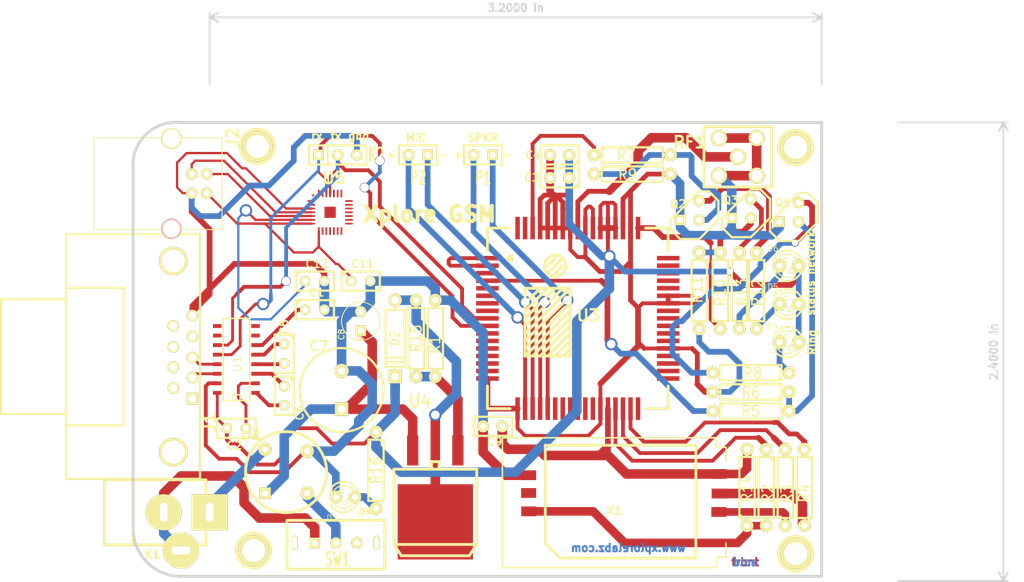
<source format=kicad_pcb>
(kicad_pcb (version 4) (host pcbnew 4.0.5)

  (general
    (links 114)
    (no_connects 3)
    (area 79.819499 59.464329 171.640501 120.205501)
    (thickness 1.6002)
    (drawings 27)
    (tracks 586)
    (zones 0)
    (modules 53)
    (nets 49)
  )

  (page A4)
  (title_block
    (date "5 feb 2014")
  )

  (layers
    (0 Front signal)
    (31 Back signal)
    (32 B.Adhes user)
    (33 F.Adhes user)
    (34 B.Paste user)
    (35 F.Paste user)
    (36 B.SilkS user)
    (37 F.SilkS user)
    (38 B.Mask user)
    (39 F.Mask user)
    (40 Dwgs.User user)
    (41 Cmts.User user)
    (42 Eco1.User user)
    (43 Eco2.User user)
    (44 Edge.Cuts user)
  )

  (setup
    (last_trace_width 0.2032)
    (user_trace_width 0.3048)
    (user_trace_width 0.381)
    (user_trace_width 0.508)
    (user_trace_width 0.635)
    (user_trace_width 0.762)
    (user_trace_width 1.016)
    (user_trace_width 1.143)
    (user_trace_width 1.27)
    (trace_clearance 0.1778)
    (zone_clearance 0.508)
    (zone_45_only no)
    (trace_min 0.2032)
    (segment_width 0.381)
    (edge_width 0.381)
    (via_size 0.889)
    (via_drill 0.635)
    (via_min_size 0.889)
    (via_min_drill 0.508)
    (user_via 1.00076 0.8001)
    (user_via 1.27 1.143)
    (user_via 1.651 1.143)
    (uvia_size 0.508)
    (uvia_drill 0.127)
    (uvias_allowed no)
    (uvia_min_size 0.508)
    (uvia_min_drill 0.127)
    (pcb_text_width 0.254)
    (pcb_text_size 1.016 1.016)
    (mod_edge_width 0.381)
    (mod_text_size 1.524 1.524)
    (mod_text_width 0.3048)
    (pad_size 1.5 4)
    (pad_drill 0)
    (pad_to_mask_clearance 0.254)
    (aux_axis_origin 0 0)
    (visible_elements 7FFFE3FF)
    (pcbplotparams
      (layerselection 0x00030_80000001)
      (usegerberextensions true)
      (excludeedgelayer false)
      (linewidth 0.150000)
      (plotframeref false)
      (viasonmask false)
      (mode 1)
      (useauxorigin false)
      (hpglpennumber 1)
      (hpglpenspeed 20)
      (hpglpendiameter 15)
      (hpglpenoverlay 0)
      (psnegative false)
      (psa4output false)
      (plotreference true)
      (plotvalue true)
      (plotinvisibletext false)
      (padsonsilk false)
      (subtractmaskfromsilk false)
      (outputformat 1)
      (mirror false)
      (drillshape 1)
      (scaleselection 1)
      (outputdirectory ""))
  )

  (net 0 "")
  (net 1 /+5V)
  (net 2 /D+)
  (net 3 /D-)
  (net 4 GND)
  (net 5 N-000001)
  (net 6 N-00000102)
  (net 7 N-00000103)
  (net 8 N-00000108)
  (net 9 N-00000109)
  (net 10 N-00000110)
  (net 11 N-00000111)
  (net 12 N-00000112)
  (net 13 N-00000113)
  (net 14 N-00000114)
  (net 15 N-00000115)
  (net 16 N-00000116)
  (net 17 N-0000013)
  (net 18 N-0000014)
  (net 19 N-0000015)
  (net 20 N-0000016)
  (net 21 N-000002)
  (net 22 N-0000023)
  (net 23 N-0000027)
  (net 24 N-0000028)
  (net 25 N-000003)
  (net 26 N-0000032)
  (net 27 N-0000033)
  (net 28 N-0000035)
  (net 29 N-0000038)
  (net 30 N-000006)
  (net 31 N-0000063)
  (net 32 N-0000076)
  (net 33 N-0000077)
  (net 34 N-0000078)
  (net 35 N-000008)
  (net 36 N-0000094)
  (net 37 N-0000095)
  (net 38 N-0000097)
  (net 39 N_LED)
  (net 40 RING)
  (net 41 RXD)
  (net 42 "SIM _VCC")
  (net 43 SIM_CLK)
  (net 44 SIM_DATA)
  (net 45 SIM_RST)
  (net 46 STATUS)
  (net 47 TXD)
  (net 48 VBAT)

  (net_class Default "This is the default net class."
    (clearance 0.1778)
    (trace_width 0.2032)
    (via_dia 0.889)
    (via_drill 0.635)
    (uvia_dia 0.508)
    (uvia_drill 0.127)
    (add_net /+5V)
    (add_net /D+)
    (add_net /D-)
    (add_net GND)
    (add_net N-000001)
    (add_net N-00000102)
    (add_net N-00000103)
    (add_net N-00000108)
    (add_net N-00000109)
    (add_net N-00000110)
    (add_net N-00000111)
    (add_net N-00000112)
    (add_net N-00000113)
    (add_net N-00000114)
    (add_net N-00000115)
    (add_net N-00000116)
    (add_net N-0000013)
    (add_net N-0000014)
    (add_net N-0000015)
    (add_net N-0000016)
    (add_net N-000002)
    (add_net N-0000023)
    (add_net N-0000027)
    (add_net N-0000028)
    (add_net N-000003)
    (add_net N-0000032)
    (add_net N-0000033)
    (add_net N-0000035)
    (add_net N-0000038)
    (add_net N-000006)
    (add_net N-0000063)
    (add_net N-0000076)
    (add_net N-0000077)
    (add_net N-0000078)
    (add_net N-000008)
    (add_net N-0000094)
    (add_net N-0000095)
    (add_net N-0000097)
    (add_net N_LED)
    (add_net RING)
    (add_net RXD)
    (add_net "SIM _VCC")
    (add_net SIM_CLK)
    (add_net SIM_DATA)
    (add_net SIM_RST)
    (add_net STATUS)
    (add_net TXD)
    (add_net VBAT)
  )

  (module RF_ant_XL (layer Front) (tedit 52566743) (tstamp 5109B6BD)
    (at 160.31972 64.262 180)
    (path /5109B4A2)
    (fp_text reference RF1 (at 6.43382 1.9431 180) (layer F.SilkS)
      (effects (font (thickness 0.3048)))
    )
    (fp_text value ANT (at 0.2794 -1.45288 180) (layer F.SilkS) hide
      (effects (font (thickness 0.3048)))
    )
    (fp_line (start -4.50088 -4.0005) (end -4.50088 4.0005) (layer F.SilkS) (width 0.381))
    (fp_line (start -4.50088 4.0005) (end 4.50088 4.0005) (layer F.SilkS) (width 0.381))
    (fp_line (start 4.50088 4.0005) (end 4.50088 -4.0005) (layer F.SilkS) (width 0.381))
    (fp_line (start 4.50088 -4.0005) (end -4.50088 -4.0005) (layer F.SilkS) (width 0.381))
    (pad 1 thru_hole circle (at 0 0 180) (size 2.159 2.159) (drill 1.524) (layers *.Cu *.Mask F.SilkS)
      (net 38 N-0000097))
    (pad 2 thru_hole circle (at 2.49936 2.49936 180) (size 2.159 2.159) (drill 1.524) (layers *.Cu *.Mask F.SilkS)
      (net 4 GND))
    (pad 3 thru_hole circle (at -2.49936 2.49936 180) (size 2.159 2.159) (drill 1.524) (layers *.Cu *.Mask F.SilkS)
      (net 4 GND))
    (pad 4 thru_hole circle (at -2.49936 -2.49936 180) (size 2.159 2.159) (drill 1.524) (layers *.Cu *.Mask F.SilkS)
      (net 4 GND))
    (pad 5 thru_hole circle (at 2.49936 -2.49936 180) (size 2.159 2.159) (drill 1.524) (layers *.Cu *.Mask F.SilkS)
      (net 4 GND))
  )

  (module sim_900_xl (layer Front) (tedit 522AF9E7) (tstamp 5104C816)
    (at 139.065 85.725)
    (path /5101A16D)
    (fp_text reference U3 (at 1.397 -0.381) (layer F.SilkS)
      (effects (font (thickness 0.3048)))
    )
    (fp_text value SIM900 (at 2.49936 0) (layer F.SilkS) hide
      (effects (font (thickness 0.3048)))
    )
    (fp_line (start 12 -9) (end 12 -12) (layer F.SilkS) (width 0.381))
    (fp_line (start 12 12) (end 12 9) (layer F.SilkS) (width 0.381))
    (fp_line (start 9 12) (end 12 12) (layer F.SilkS) (width 0.381))
    (fp_line (start -12 12) (end -9 12) (layer F.SilkS) (width 0.381))
    (fp_line (start -12 12) (end -12 9) (layer F.SilkS) (width 0.381))
    (fp_line (start -12 -12) (end -12 -9) (layer F.SilkS) (width 0.381))
    (fp_line (start 12 -12) (end 9 -12) (layer F.SilkS) (width 0.381))
    (fp_line (start -12 -12) (end -9 -12) (layer F.SilkS) (width 0.381))
    (fp_line (start -1.99898 -7.00024) (end -2.99974 -5.99948) (layer F.SilkS) (width 0.381))
    (fp_line (start -2.99974 -8.001) (end -4.0005 -7.00024) (layer F.SilkS) (width 0.381))
    (fp_line (start -1.99898 -8.001) (end -4.0005 -5.99948) (layer F.SilkS) (width 0.381))
    (fp_circle (center -2.99974 -7.00024) (end -1.99898 -8.001) (layer F.SilkS) (width 0.381))
    (fp_line (start -2.00152 5.00126) (end -1.00076 4.0005) (layer F.SilkS) (width 0.381))
    (fp_line (start -2.99974 5.00126) (end -1.00076 2.99974) (layer F.SilkS) (width 0.381))
    (fp_line (start -4.0005 5.00126) (end -1.00076 1.99898) (layer F.SilkS) (width 0.381))
    (fp_line (start -5.00126 5.00126) (end -1.00076 1.00076) (layer F.SilkS) (width 0.381))
    (fp_line (start -6.00202 5.00126) (end -1.00076 0) (layer F.SilkS) (width 0.381))
    (fp_line (start -7.00024 5.00126) (end -1.00076 -1.00076) (layer F.SilkS) (width 0.381))
    (fp_line (start -7.00024 4.0005) (end -1.00076 -1.99898) (layer F.SilkS) (width 0.381))
    (fp_line (start -7.00024 2.99974) (end -1.00076 -2.99974) (layer F.SilkS) (width 0.381))
    (fp_line (start -1.00076 -4.0005) (end -7.00024 1.99898) (layer F.SilkS) (width 0.381))
    (fp_line (start -2.00152 -4.0005) (end -7.00024 1.00076) (layer F.SilkS) (width 0.381))
    (fp_line (start -2.99974 -4.0005) (end -7.00024 0) (layer F.SilkS) (width 0.381))
    (fp_line (start -4.0005 -4.0005) (end -7.00024 -1.00076) (layer F.SilkS) (width 0.381))
    (fp_line (start -5.00126 -4.0005) (end -7.00024 -1.99898) (layer F.SilkS) (width 0.381))
    (fp_line (start -7.00024 -4.0005) (end -1.00076 -4.0005) (layer F.SilkS) (width 0.381))
    (fp_line (start -7.00024 5.00126) (end -1.00076 5.00126) (layer F.SilkS) (width 0.381))
    (fp_line (start -7.00024 5.00126) (end -7.00024 -4.0005) (layer F.SilkS) (width 0.381))
    (fp_line (start -1.00076 5.00126) (end -1.00076 -4.0005) (layer F.SilkS) (width 0.381))
    (fp_line (start -9.398 -8.001) (end -8.79856 -8.39978) (layer F.SilkS) (width 0.381))
    (fp_line (start -8.79856 -8.39978) (end -8.79856 -7.59968) (layer F.SilkS) (width 0.381))
    (fp_line (start -8.79856 -7.59968) (end -9.398 -8.001) (layer F.SilkS) (width 0.381))
    (pad 1 smd trapezoid (at -11.99896 -8.001 90) (size 0.59944 2.99974) (layers Front F.Paste F.Mask)
      (net 30 N-000006))
    (pad 2 smd trapezoid (at -11.99896 -7.00024 90) (size 0.59944 2.99974) (layers Front F.Paste F.Mask)
      (net 30 N-000006))
    (pad 3 smd trapezoid (at -11.99896 -6.00202 90) (size 0.59944 2.99974) (layers Front F.Paste F.Mask))
    (pad 4 smd trapezoid (at -11.99896 -5.00126 90) (size 0.59944 2.99974) (layers Front F.Paste F.Mask)
      (net 40 RING))
    (pad 5 smd trapezoid (at -11.99896 -4.0005 90) (size 0.59944 2.99974) (layers Front F.Paste F.Mask))
    (pad 6 smd trapezoid (at -11.99896 -3.00228 90) (size 0.59944 2.99974) (layers Front F.Paste F.Mask))
    (pad 7 smd trapezoid (at -11.99896 -2.00152 90) (size 0.59944 2.99974) (layers Front F.Paste F.Mask))
    (pad 8 smd trapezoid (at -11.99896 -1.00076 90) (size 0.59944 2.99974) (layers Front F.Paste F.Mask))
    (pad 9 smd trapezoid (at -11.99896 0 90) (size 0.59944 2.99974) (layers Front F.Paste F.Mask)
      (net 47 TXD))
    (pad 10 smd trapezoid (at -11.99896 0.99822 90) (size 0.59944 2.99974) (layers Front F.Paste F.Mask)
      (net 41 RXD))
    (pad 11 smd trapezoid (at -11.99896 1.99898 90) (size 0.59944 2.99974) (layers Front F.Paste F.Mask))
    (pad 12 smd trapezoid (at -11.99896 2.99974 90) (size 0.59944 2.99974) (layers Front F.Paste F.Mask))
    (pad 13 smd trapezoid (at -11.99896 3.99796 90) (size 0.59944 2.99974) (layers Front F.Paste F.Mask))
    (pad 14 smd trapezoid (at -11.99896 4.99872 90) (size 0.59944 2.99974) (layers Front F.Paste F.Mask))
    (pad 15 smd trapezoid (at -11.99896 5.99948 90) (size 0.59944 2.99974) (layers Front F.Paste F.Mask))
    (pad 16 smd trapezoid (at -11.99896 6.9977 90) (size 0.59944 2.99974) (layers Front F.Paste F.Mask))
    (pad 17 smd trapezoid (at -11.99896 7.99846 90) (size 0.59944 2.99974) (layers Front F.Paste F.Mask)
      (net 4 GND))
    (pad 18 smd trapezoid (at -7.99846 11.99896) (size 0.59944 2.99974) (layers Front F.Paste F.Mask)
      (net 4 GND))
    (pad 19 smd trapezoid (at -6.9977 11.99896) (size 0.59944 2.99974) (layers Front F.Paste F.Mask)
      (net 35 N-000008))
    (pad 20 smd trapezoid (at -5.99694 11.99896) (size 0.59944 2.99974) (layers Front F.Paste F.Mask)
      (net 29 N-0000038))
    (pad 21 smd trapezoid (at -4.99618 11.99896) (size 0.59944 2.99974) (layers Front F.Paste F.Mask)
      (net 27 N-0000033))
    (pad 22 smd trapezoid (at -3.99796 11.99896) (size 0.59944 2.99974) (layers Front F.Paste F.Mask)
      (net 24 N-0000028))
    (pad 23 smd trapezoid (at -2.9972 11.99896) (size 0.59944 2.99974) (layers Front F.Paste F.Mask))
    (pad 24 smd trapezoid (at -1.99644 11.99896) (size 0.59944 2.99974) (layers Front F.Paste F.Mask))
    (pad 25 smd trapezoid (at -0.99822 11.99896) (size 0.59944 2.99974) (layers Front F.Paste F.Mask))
    (pad 26 smd trapezoid (at 0.00254 11.99896) (size 0.59944 2.99974) (layers Front F.Paste F.Mask))
    (pad 27 smd trapezoid (at 1.0033 11.99896) (size 0.59944 2.99974) (layers Front F.Paste F.Mask))
    (pad 28 smd trapezoid (at 2.00406 11.99896) (size 0.59944 2.99974) (layers Front F.Paste F.Mask))
    (pad 29 smd trapezoid (at 3.00228 11.99896) (size 0.59944 2.99974) (layers Front F.Paste F.Mask)
      (net 4 GND))
    (pad 30 smd trapezoid (at 4.00304 11.99896) (size 0.59944 2.99974) (layers Front F.Paste F.Mask)
      (net 42 "SIM _VCC"))
    (pad 31 smd trapezoid (at 5.0038 11.99896) (size 0.59944 2.99974) (layers Front F.Paste F.Mask)
      (net 26 N-0000032))
    (pad 32 smd trapezoid (at 6.00202 11.99896) (size 0.59944 2.99974) (layers Front F.Paste F.Mask)
      (net 23 N-0000027))
    (pad 33 smd trapezoid (at 7.00278 11.99896) (size 0.59944 2.99974) (layers Front F.Paste F.Mask)
      (net 28 N-0000035))
    (pad 34 smd trapezoid (at 8.00354 11.99896) (size 0.59944 2.99974) (layers Front F.Paste F.Mask))
    (pad 35 smd trapezoid (at 12.00404 7.99846 90) (size 0.59944 2.99974) (layers Front F.Paste F.Mask))
    (pad 36 smd trapezoid (at 12.00404 6.9977 90) (size 0.59944 2.99974) (layers Front F.Paste F.Mask))
    (pad 37 smd trapezoid (at 12.00404 5.99948 90) (size 0.59944 2.99974) (layers Front F.Paste F.Mask))
    (pad 38 smd trapezoid (at 12.00404 4.99872 90) (size 0.59944 2.99974) (layers Front F.Paste F.Mask))
    (pad 39 smd trapezoid (at 12.00404 3.99796 90) (size 0.59944 2.99974) (layers Front F.Paste F.Mask)
      (net 4 GND))
    (pad 40 smd trapezoid (at 12.00404 2.9972 90) (size 0.59944 2.99974) (layers Front F.Paste F.Mask))
    (pad 41 smd trapezoid (at 12.00404 1.99898 90) (size 0.59944 2.99974) (layers Front F.Paste F.Mask))
    (pad 42 smd trapezoid (at 12.00404 0.99822 90) (size 0.59944 2.99974) (layers Front F.Paste F.Mask))
    (pad 43 smd trapezoid (at 12.00404 -0.00254 90) (size 0.59944 2.99974) (layers Front F.Paste F.Mask))
    (pad 44 smd trapezoid (at 12.00404 -1.00076 90) (size 0.59944 2.99974) (layers Front F.Paste F.Mask))
    (pad 45 smd trapezoid (at 12.00404 -2.00152 90) (size 0.59944 2.99974) (layers Front F.Paste F.Mask)
      (net 4 GND))
    (pad 46 smd trapezoid (at 12.00404 -3.00228 90) (size 0.59944 2.99974) (layers Front F.Paste F.Mask)
      (net 4 GND))
    (pad 47 smd trapezoid (at 12.00404 -4.00304 90) (size 0.59944 2.99974) (layers Front F.Paste F.Mask))
    (pad 48 smd trapezoid (at 12.00404 -5.00126 90) (size 0.59944 2.99974) (layers Front F.Paste F.Mask))
    (pad 49 smd trapezoid (at 12.00404 -6.00202 90) (size 0.59944 2.99974) (layers Front F.Paste F.Mask))
    (pad 50 smd trapezoid (at 12.00404 -7.00278 90) (size 0.59944 2.99974) (layers Front F.Paste F.Mask))
    (pad 51 smd trapezoid (at 12.00404 -8.001 90) (size 0.59944 2.99974) (layers Front F.Paste F.Mask))
    (pad 52 smd trapezoid (at 8.00354 -12.0015) (size 0.59944 2.99974) (layers Front F.Paste F.Mask)
      (net 39 N_LED))
    (pad 53 smd trapezoid (at 7.00278 -12.0015) (size 0.59944 2.99974) (layers Front F.Paste F.Mask)
      (net 4 GND))
    (pad 54 smd trapezoid (at 6.00202 -12.0015) (size 0.59944 2.99974) (layers Front F.Paste F.Mask)
      (net 4 GND))
    (pad 55 smd trapezoid (at 5.0038 -12.0015) (size 0.59944 2.99974) (layers Front F.Paste F.Mask)
      (net 48 VBAT))
    (pad 56 smd trapezoid (at 4.00304 -12.0015) (size 0.59944 2.99974) (layers Front F.Paste F.Mask)
      (net 48 VBAT))
    (pad 57 smd trapezoid (at 3.00228 -12.0015) (size 0.59944 2.99974) (layers Front F.Paste F.Mask)
      (net 48 VBAT))
    (pad 58 smd trapezoid (at 2.00406 -12.0015) (size 0.59944 2.99974) (layers Front F.Paste F.Mask)
      (net 4 GND))
    (pad 59 smd trapezoid (at 1.0033 -12.0015) (size 0.59944 2.99974) (layers Front F.Paste F.Mask)
      (net 4 GND))
    (pad 60 smd trapezoid (at 0.00254 -12.0015) (size 0.59944 2.99974) (layers Front F.Paste F.Mask)
      (net 38 N-0000097))
    (pad 61 smd trapezoid (at -0.99822 -12.0015) (size 0.59944 2.99974) (layers Front F.Paste F.Mask)
      (net 4 GND))
    (pad 62 smd trapezoid (at -1.99644 -12.0015) (size 0.59944 2.99974) (layers Front F.Paste F.Mask)
      (net 4 GND))
    (pad 63 smd trapezoid (at -2.9972 -12.0015) (size 0.59944 2.99974) (layers Front F.Paste F.Mask)
      (net 4 GND))
    (pad 64 smd trapezoid (at -3.99796 -12.0015) (size 0.59944 2.99974) (layers Front F.Paste F.Mask)
      (net 4 GND))
    (pad 65 smd trapezoid (at -4.99618 -12.0015) (size 0.59944 2.99974) (layers Front F.Paste F.Mask)
      (net 4 GND))
    (pad 66 smd trapezoid (at -5.99694 -12.0015) (size 0.59944 2.99974) (layers Front F.Paste F.Mask)
      (net 46 STATUS))
    (pad 67 smd trapezoid (at -6.9977 -12.0015) (size 0.59944 2.99974) (layers Front F.Paste F.Mask))
    (pad 68 smd trapezoid (at -7.99846 -12.0015) (size 0.59944 2.99974) (layers Front F.Paste F.Mask))
    (model smd/qfn48.wrl
      (at (xyz 0 0 0))
      (scale (xyz 0.6 0.6 0.8))
      (rotate (xyz 0 0 0))
    )
  )

  (module W005M_XL (layer Front) (tedit 529B3802) (tstamp 5104C80D)
    (at 100.33 106.172)
    (path /52581D3E/5258128B)
    (fp_text reference D1 (at -4.572 -5.08) (layer F.SilkS)
      (effects (font (thickness 0.3048)))
    )
    (fp_text value 2A (at 2.74828 0.21336) (layer F.SilkS) hide
      (effects (font (thickness 0.3048)))
    )
    (fp_circle (center 0 0) (end 5.00126 1.99898) (layer F.SilkS) (width 0.381))
    (pad 1 thru_hole circle (at 2.794 -2.794) (size 1.8 1.8) (drill 0.8128) (layers *.Cu *.Mask F.SilkS)
      (net 4 GND))
    (pad 2 thru_hole circle (at 2.794 2.794) (size 1.8 1.8) (drill 0.8128) (layers *.Cu *.Mask F.SilkS)
      (net 15 N-00000115))
    (pad 3 thru_hole rect (at -2.794 2.794) (size 1.524 1.524) (drill 0.8128) (layers *.Cu *.Mask F.SilkS)
      (net 11 N-00000111))
    (pad 4 thru_hole circle (at -2.794 -3.048) (size 1.8 1.8) (drill 0.8128) (layers *.Cu *.Mask F.SilkS)
      (net 14 N-00000114))
    (model discret/capacitor/electrolytic/c_vert_c2v10.wrl
      (at (xyz 0 0 0))
      (scale (xyz 0.8 0.8 0.5))
      (rotate (xyz 0 0 0))
    )
  )

  (module TO92-EBC (layer Front) (tedit 522AF5C2) (tstamp 5104C80E)
    (at 160.782 71.12 180)
    (descr "Transistor TO92 brochage type BC237")
    (tags "TR TO92")
    (path /5101D0E8)
    (fp_text reference Q3 (at 1.41224 1.10236 180) (layer F.SilkS)
      (effects (font (size 1.016 1.016) (thickness 0.2032)))
    )
    (fp_text value BC548 (at -0.508 -3.175 180) (layer F.SilkS) hide
      (effects (font (size 1.016 1.016) (thickness 0.2032)))
    )
    (fp_line (start -1.27 2.54) (end 2.54 -1.27) (layer F.SilkS) (width 0.3048))
    (fp_line (start 2.54 -1.27) (end 2.54 -2.54) (layer F.SilkS) (width 0.3048))
    (fp_line (start 2.54 -2.54) (end 1.27 -3.81) (layer F.SilkS) (width 0.3048))
    (fp_line (start 1.27 -3.81) (end -1.27 -3.81) (layer F.SilkS) (width 0.3048))
    (fp_line (start -1.27 -3.81) (end -3.81 -1.27) (layer F.SilkS) (width 0.3048))
    (fp_line (start -3.81 -1.27) (end -3.81 1.27) (layer F.SilkS) (width 0.3048))
    (fp_line (start -3.81 1.27) (end -2.54 2.54) (layer F.SilkS) (width 0.3048))
    (fp_line (start -2.54 2.54) (end -1.27 2.54) (layer F.SilkS) (width 0.3048))
    (pad E thru_hole rect (at 1.27 -1.27 180) (size 1.397 1.397) (drill 0.8128) (layers *.Cu *.Mask F.SilkS)
      (net 4 GND))
    (pad B thru_hole circle (at -1.27 -1.27 180) (size 1.5 1.5) (drill 0.8128) (layers *.Cu *.Mask F.SilkS)
      (net 34 N-0000078))
    (pad C thru_hole circle (at -1.27 1.27 180) (size 1.5 1.5) (drill 0.8128) (layers *.Cu *.Mask F.SilkS)
      (net 7 N-00000103))
    (model discret/to98.wrl
      (at (xyz 0 0 0))
      (scale (xyz 1 1 1))
      (rotate (xyz 0 0 0))
    )
  )

  (module TO92-EBC (layer Front) (tedit 522AF5E5) (tstamp 5104C810)
    (at 153.924 71.374 180)
    (descr "Transistor TO92 brochage type BC237")
    (tags "TR TO92")
    (path /5101DA52)
    (fp_text reference Q2 (at 1.53924 0.85344 180) (layer F.SilkS)
      (effects (font (size 1.016 1.016) (thickness 0.2032)))
    )
    (fp_text value BC548 (at -1.1938 -1.35636 180) (layer F.SilkS) hide
      (effects (font (size 1.016 1.016) (thickness 0.2032)))
    )
    (fp_line (start -1.27 2.54) (end 2.54 -1.27) (layer F.SilkS) (width 0.3048))
    (fp_line (start 2.54 -1.27) (end 2.54 -2.54) (layer F.SilkS) (width 0.3048))
    (fp_line (start 2.54 -2.54) (end 1.27 -3.81) (layer F.SilkS) (width 0.3048))
    (fp_line (start 1.27 -3.81) (end -1.27 -3.81) (layer F.SilkS) (width 0.3048))
    (fp_line (start -1.27 -3.81) (end -3.81 -1.27) (layer F.SilkS) (width 0.3048))
    (fp_line (start -3.81 -1.27) (end -3.81 1.27) (layer F.SilkS) (width 0.3048))
    (fp_line (start -3.81 1.27) (end -2.54 2.54) (layer F.SilkS) (width 0.3048))
    (fp_line (start -2.54 2.54) (end -1.27 2.54) (layer F.SilkS) (width 0.3048))
    (pad E thru_hole rect (at 1.27 -1.27 180) (size 1.397 1.397) (drill 0.8128) (layers *.Cu *.Mask F.SilkS)
      (net 4 GND))
    (pad B thru_hole circle (at -1.27 -1.27 180) (size 1.5 1.5) (drill 0.8128) (layers *.Cu *.Mask F.SilkS)
      (net 33 N-0000077))
    (pad C thru_hole circle (at -1.27 1.27 180) (size 1.5 1.5) (drill 0.8128) (layers *.Cu *.Mask F.SilkS)
      (net 8 N-00000108))
    (model discret/to98.wrl
      (at (xyz 0 0 0))
      (scale (xyz 1 1 1))
      (rotate (xyz 0 0 0))
    )
  )

  (module TO92-EBC (layer Front) (tedit 522AF5D3) (tstamp 5104C812)
    (at 167.132 71.628 180)
    (descr "Transistor TO92 brochage type BC237")
    (tags "TR TO92")
    (path /51030A6C)
    (fp_text reference Q1 (at 0.83312 1.27508 180) (layer F.SilkS)
      (effects (font (size 1.016 1.016) (thickness 0.2032)))
    )
    (fp_text value BC548 (at -0.508 -2.921 180) (layer F.SilkS) hide
      (effects (font (size 1.016 1.016) (thickness 0.2032)))
    )
    (fp_line (start -1.27 2.54) (end 2.54 -1.27) (layer F.SilkS) (width 0.3048))
    (fp_line (start 2.54 -1.27) (end 2.54 -2.54) (layer F.SilkS) (width 0.3048))
    (fp_line (start 2.54 -2.54) (end 1.27 -3.81) (layer F.SilkS) (width 0.3048))
    (fp_line (start 1.27 -3.81) (end -1.27 -3.81) (layer F.SilkS) (width 0.3048))
    (fp_line (start -1.27 -3.81) (end -3.81 -1.27) (layer F.SilkS) (width 0.3048))
    (fp_line (start -3.81 -1.27) (end -3.81 1.27) (layer F.SilkS) (width 0.3048))
    (fp_line (start -3.81 1.27) (end -2.54 2.54) (layer F.SilkS) (width 0.3048))
    (fp_line (start -2.54 2.54) (end -1.27 2.54) (layer F.SilkS) (width 0.3048))
    (pad E thru_hole rect (at 1.27 -1.27 180) (size 1.397 1.397) (drill 0.8128) (layers *.Cu *.Mask F.SilkS)
      (net 4 GND))
    (pad B thru_hole circle (at -1.27 -1.27 180) (size 1.5 1.5) (drill 0.8128) (layers *.Cu *.Mask F.SilkS)
      (net 32 N-0000076))
    (pad C thru_hole circle (at -1.27 1.27 180) (size 1.5 1.5) (drill 0.8128) (layers *.Cu *.Mask F.SilkS)
      (net 36 N-0000094))
    (model discret/to98.wrl
      (at (xyz 0 0 0))
      (scale (xyz 1 1 1))
      (rotate (xyz 0 0 0))
    )
  )

  (module SPSPT_v1_XL (layer Front) (tedit 522AF580) (tstamp 5104C814)
    (at 106.934 115.57)
    (descr "Connecteur 3 pins")
    (tags SWITCH)
    (path /52581D3E/5258129D)
    (fp_text reference SW1 (at 0.19558 2.17932) (layer F.SilkS)
      (effects (font (size 1.7907 1.07696) (thickness 0.26924)))
    )
    (fp_text value "spst Slide" (at -3.99542 2.01168) (layer F.SilkS) hide
      (effects (font (size 1.524 1.016) (thickness 0.254)))
    )
    (fp_line (start 6.49986 0) (end 6.49986 -2.99974) (layer F.SilkS) (width 0.381))
    (fp_line (start 6.49986 -2.99974) (end -6.49986 -2.99974) (layer F.SilkS) (width 0.381))
    (fp_line (start -6.49986 -2.99974) (end -6.49986 3.50012) (layer F.SilkS) (width 0.381))
    (fp_line (start -6.49986 3.50012) (end 6.49986 3.50012) (layer F.SilkS) (width 0.381))
    (fp_line (start 6.49986 3.50012) (end 6.49986 0) (layer F.SilkS) (width 0.381))
    (pad 1 thru_hole rect (at -2.79908 0) (size 1.397 1.397) (drill 0.8128) (layers *.Cu *.Mask F.SilkS)
      (net 16 N-00000116))
    (pad 2 thru_hole circle (at 0 0) (size 1.5 1.5) (drill 0.8128) (layers *.Cu *.Mask F.SilkS)
      (net 15 N-00000115))
    (pad 3 thru_hole circle (at 2.794 0) (size 1.5 1.5) (drill 0.8128) (layers *.Cu *.Mask F.SilkS))
    (pad "" thru_hole oval (at 5.40004 0) (size 0.7112 1.905) (drill oval 0.5334 1.5494) (layers *.Cu *.Mask F.SilkS))
    (pad "" thru_hole oval (at -5.40004 0) (size 0.7112 1.905) (drill oval 0.5334 1.5494) (layers *.Cu *.Mask F.SilkS))
    (model device/switch_slide_straight_terminal.wrl
      (at (xyz 0 0 0))
      (scale (xyz 0.6 0.8 1))
      (rotate (xyz 0 0 0))
    )
  )

  (module SIL-3 (layer Front) (tedit 529B372F) (tstamp 5104C817)
    (at 107.188 64.008)
    (descr "Connecteur 3 pins")
    (tags "CONN DEV")
    (path /5101D0F0)
    (fp_text reference K2 (at 5.08 0) (layer F.SilkS)
      (effects (font (size 1.7907 1.07696) (thickness 0.26924)))
    )
    (fp_text value TTL (at -0.65786 -2.41808) (layer F.SilkS) hide
      (effects (font (size 1.524 1.016) (thickness 0.254)))
    )
    (fp_line (start -3.81 1.27) (end -3.81 -1.27) (layer F.SilkS) (width 0.3048))
    (fp_line (start -3.81 -1.27) (end 3.81 -1.27) (layer F.SilkS) (width 0.3048))
    (fp_line (start 3.81 -1.27) (end 3.81 1.27) (layer F.SilkS) (width 0.3048))
    (fp_line (start 3.81 1.27) (end -3.81 1.27) (layer F.SilkS) (width 0.3048))
    (fp_line (start -1.27 -1.27) (end -1.27 1.27) (layer F.SilkS) (width 0.3048))
    (pad 1 thru_hole rect (at -2.54 0) (size 1.397 1.397) (drill 0.8128) (layers *.Cu *.Mask F.SilkS)
      (net 41 RXD))
    (pad 2 thru_hole circle (at 0 0) (size 1.5 1.5) (drill 0.8128) (layers *.Cu *.Mask F.SilkS)
      (net 47 TXD))
    (pad 3 thru_hole circle (at 2.54 0) (size 1.5 1.5) (drill 0.8128) (layers *.Cu *.Mask F.SilkS)
      (net 4 GND))
    (model pin_array/pins_array_3x1.wrl
      (at (xyz 0 0 0))
      (scale (xyz 1 1 1))
      (rotate (xyz 0 0 0))
    )
  )

  (module SIL-2 (layer Front) (tedit 529B373D) (tstamp 5104C818)
    (at 126.492 64.008 180)
    (descr "Connecteurs 2 pins")
    (tags "CONN DEV")
    (path /5101D1B0)
    (fp_text reference P1 (at 0 -3.048 180) (layer F.SilkS)
      (effects (font (size 1.72974 1.08712) (thickness 0.27178)))
    )
    (fp_text value SPK (at -0.04572 0.127 180) (layer F.SilkS) hide
      (effects (font (size 1.524 1.016) (thickness 0.254)))
    )
    (fp_line (start -2.54 1.27) (end -2.54 -1.27) (layer F.SilkS) (width 0.3048))
    (fp_line (start -2.54 -1.27) (end 2.54 -1.27) (layer F.SilkS) (width 0.3048))
    (fp_line (start 2.54 -1.27) (end 2.54 1.27) (layer F.SilkS) (width 0.3048))
    (fp_line (start 2.54 1.27) (end -2.54 1.27) (layer F.SilkS) (width 0.3048))
    (pad 1 thru_hole rect (at -1.27 0 180) (size 1.397 1.397) (drill 0.8128) (layers *.Cu *.Mask F.SilkS)
      (net 24 N-0000028))
    (pad 2 thru_hole circle (at 1.27 0 180) (size 1.6 1.6) (drill 0.8128) (layers *.Cu *.Mask F.SilkS)
      (net 27 N-0000033))
    (model pin_array/pins_array_2x1.wrl
      (at (xyz 0 0 0))
      (scale (xyz 1 1 1))
      (rotate (xyz 0 0 0))
    )
  )

  (module SIL-2 (layer Front) (tedit 529B3739) (tstamp 5104C81A)
    (at 117.856 64.008 180)
    (descr "Connecteurs 2 pins")
    (tags "CONN DEV")
    (path /5101D1C0)
    (fp_text reference P2 (at 0 -3.048 180) (layer F.SilkS)
      (effects (font (size 1.72974 1.08712) (thickness 0.27178)))
    )
    (fp_text value MIC (at 0 -2.54 180) (layer F.SilkS) hide
      (effects (font (size 1.524 1.016) (thickness 0.254)))
    )
    (fp_line (start -2.54 1.27) (end -2.54 -1.27) (layer F.SilkS) (width 0.3048))
    (fp_line (start -2.54 -1.27) (end 2.54 -1.27) (layer F.SilkS) (width 0.3048))
    (fp_line (start 2.54 -1.27) (end 2.54 1.27) (layer F.SilkS) (width 0.3048))
    (fp_line (start 2.54 1.27) (end -2.54 1.27) (layer F.SilkS) (width 0.3048))
    (pad 1 thru_hole rect (at -1.27 0 180) (size 1.397 1.397) (drill 0.8128) (layers *.Cu *.Mask F.SilkS)
      (net 29 N-0000038))
    (pad 2 thru_hole circle (at 1.27 0 180) (size 1.6 1.6) (drill 0.8128) (layers *.Cu *.Mask F.SilkS)
      (net 35 N-000008))
    (model pin_array/pins_array_2x1.wrl
      (at (xyz 0 0 0))
      (scale (xyz 1 1 1))
      (rotate (xyz 0 0 0))
    )
  )

  (module R4 (layer Front) (tedit 522AF6CC) (tstamp 5104C829)
    (at 166.624 108.204 270)
    (descr "Resitance 4 pas")
    (tags R)
    (path /5101D8F7)
    (autoplace_cost180 10)
    (fp_text reference R3 (at 0.82296 -0.18796 270) (layer F.SilkS)
      (effects (font (size 1.397 1.27) (thickness 0.2032)))
    )
    (fp_text value 22 (at 3.43662 0.0254 270) (layer F.SilkS) hide
      (effects (font (size 1.397 1.27) (thickness 0.2032)))
    )
    (fp_line (start -5.08 0) (end -4.064 0) (layer F.SilkS) (width 0.3048))
    (fp_line (start -4.064 0) (end -4.064 -1.016) (layer F.SilkS) (width 0.3048))
    (fp_line (start -4.064 -1.016) (end 4.064 -1.016) (layer F.SilkS) (width 0.3048))
    (fp_line (start 4.064 -1.016) (end 4.064 1.016) (layer F.SilkS) (width 0.3048))
    (fp_line (start 4.064 1.016) (end -4.064 1.016) (layer F.SilkS) (width 0.3048))
    (fp_line (start -4.064 1.016) (end -4.064 0) (layer F.SilkS) (width 0.3048))
    (fp_line (start -4.064 -0.508) (end -3.556 -1.016) (layer F.SilkS) (width 0.3048))
    (fp_line (start 5.08 0) (end 4.064 0) (layer F.SilkS) (width 0.3048))
    (pad 1 thru_hole circle (at -5.08 0 270) (size 1.7 1.7) (drill 0.8128) (layers *.Cu *.Mask F.SilkS)
      (net 23 N-0000027))
    (pad 2 thru_hole circle (at 5.08 0 270) (size 1.7 1.7) (drill 0.8128) (layers *.Cu *.Mask F.SilkS)
      (net 43 SIM_CLK))
    (model discret/resistor.wrl
      (at (xyz 0 0 0))
      (scale (xyz 0.4 0.4 0.4))
      (rotate (xyz 0 0 0))
    )
  )

  (module R4 (layer Front) (tedit 522AF842) (tstamp 5104C82B)
    (at 120.142 88.392 90)
    (descr "Resitance 4 pas")
    (tags R)
    (path /52581D3E/5258127F)
    (autoplace_cost180 10)
    (fp_text reference R1 (at -0.82804 -0.05588 90) (layer F.SilkS)
      (effects (font (size 1.397 1.27) (thickness 0.2032)))
    )
    (fp_text value 1K (at 0 0 90) (layer F.SilkS) hide
      (effects (font (size 1.397 1.27) (thickness 0.2032)))
    )
    (fp_line (start -5.08 0) (end -4.064 0) (layer F.SilkS) (width 0.3048))
    (fp_line (start -4.064 0) (end -4.064 -1.016) (layer F.SilkS) (width 0.3048))
    (fp_line (start -4.064 -1.016) (end 4.064 -1.016) (layer F.SilkS) (width 0.3048))
    (fp_line (start 4.064 -1.016) (end 4.064 1.016) (layer F.SilkS) (width 0.3048))
    (fp_line (start 4.064 1.016) (end -4.064 1.016) (layer F.SilkS) (width 0.3048))
    (fp_line (start -4.064 1.016) (end -4.064 0) (layer F.SilkS) (width 0.3048))
    (fp_line (start -4.064 -0.508) (end -3.556 -1.016) (layer F.SilkS) (width 0.3048))
    (fp_line (start 5.08 0) (end 4.064 0) (layer F.SilkS) (width 0.3048))
    (pad 1 thru_hole circle (at -5.08 0 90) (size 1.7 1.7) (drill 0.8128) (layers *.Cu *.Mask F.SilkS)
      (net 10 N-00000110))
    (pad 2 thru_hole circle (at 5.08 0 90) (size 1.7 1.7) (drill 0.8128) (layers *.Cu *.Mask F.SilkS)
      (net 4 GND))
    (model discret/resistor.wrl
      (at (xyz 0 0 0))
      (scale (xyz 0.4 0.4 0.4))
      (rotate (xyz 0 0 0))
    )
  )

  (module R4 (layer Front) (tedit 522AF6C3) (tstamp 5104C82D)
    (at 164.084 108.204 270)
    (descr "Resitance 4 pas")
    (tags R)
    (path /5101D8ED)
    (autoplace_cost180 10)
    (fp_text reference R2 (at 0.80518 -0.18542 270) (layer F.SilkS)
      (effects (font (size 1.397 1.27) (thickness 0.2032)))
    )
    (fp_text value 22 (at 2.70764 0.01016 270) (layer F.SilkS) hide
      (effects (font (size 1.397 1.27) (thickness 0.2032)))
    )
    (fp_line (start -5.08 0) (end -4.064 0) (layer F.SilkS) (width 0.3048))
    (fp_line (start -4.064 0) (end -4.064 -1.016) (layer F.SilkS) (width 0.3048))
    (fp_line (start -4.064 -1.016) (end 4.064 -1.016) (layer F.SilkS) (width 0.3048))
    (fp_line (start 4.064 -1.016) (end 4.064 1.016) (layer F.SilkS) (width 0.3048))
    (fp_line (start 4.064 1.016) (end -4.064 1.016) (layer F.SilkS) (width 0.3048))
    (fp_line (start -4.064 1.016) (end -4.064 0) (layer F.SilkS) (width 0.3048))
    (fp_line (start -4.064 -0.508) (end -3.556 -1.016) (layer F.SilkS) (width 0.3048))
    (fp_line (start 5.08 0) (end 4.064 0) (layer F.SilkS) (width 0.3048))
    (pad 1 thru_hole circle (at -5.08 0 270) (size 1.7 1.7) (drill 0.8128) (layers *.Cu *.Mask F.SilkS)
      (net 26 N-0000032))
    (pad 2 thru_hole circle (at 5.08 0 270) (size 1.7 1.7) (drill 0.8128) (layers *.Cu *.Mask F.SilkS)
      (net 44 SIM_DATA))
    (model discret/resistor.wrl
      (at (xyz 0 0 0))
      (scale (xyz 0.4 0.4 0.4))
      (rotate (xyz 0 0 0))
    )
  )

  (module R4 (layer Front) (tedit 522AF681) (tstamp 52565118)
    (at 162.052 95.504 180)
    (descr "Resitance 4 pas")
    (tags R)
    (path /51030A6D)
    (autoplace_cost180 10)
    (fp_text reference R6 (at 0 -0.0635 180) (layer F.SilkS)
      (effects (font (size 1.397 1.27) (thickness 0.2032)))
    )
    (fp_text value 4.7K (at 0 0 180) (layer F.SilkS) hide
      (effects (font (size 1.397 1.27) (thickness 0.2032)))
    )
    (fp_line (start -5.08 0) (end -4.064 0) (layer F.SilkS) (width 0.3048))
    (fp_line (start -4.064 0) (end -4.064 -1.016) (layer F.SilkS) (width 0.3048))
    (fp_line (start -4.064 -1.016) (end 4.064 -1.016) (layer F.SilkS) (width 0.3048))
    (fp_line (start 4.064 -1.016) (end 4.064 1.016) (layer F.SilkS) (width 0.3048))
    (fp_line (start 4.064 1.016) (end -4.064 1.016) (layer F.SilkS) (width 0.3048))
    (fp_line (start -4.064 1.016) (end -4.064 0) (layer F.SilkS) (width 0.3048))
    (fp_line (start -4.064 -0.508) (end -3.556 -1.016) (layer F.SilkS) (width 0.3048))
    (fp_line (start 5.08 0) (end 4.064 0) (layer F.SilkS) (width 0.3048))
    (pad 1 thru_hole circle (at -5.08 0 180) (size 1.7 1.7) (drill 0.8128) (layers *.Cu *.Mask F.SilkS)
      (net 32 N-0000076))
    (pad 2 thru_hole circle (at 5.08 0 180) (size 1.7 1.7) (drill 0.8128) (layers *.Cu *.Mask F.SilkS)
      (net 4 GND))
    (model discret/resistor.wrl
      (at (xyz 0 0 0))
      (scale (xyz 0.4 0.4 0.4))
      (rotate (xyz 0 0 0))
    )
  )

  (module R4 (layer Front) (tedit 522AF6D4) (tstamp 5104C831)
    (at 169.164 108.204 270)
    (descr "Resitance 4 pas")
    (tags R)
    (path /5101D8FC)
    (autoplace_cost180 10)
    (fp_text reference R4 (at 0.76962 0.01524 270) (layer F.SilkS)
      (effects (font (size 1.397 1.27) (thickness 0.2032)))
    )
    (fp_text value 22 (at 2.77876 0.15748 270) (layer F.SilkS) hide
      (effects (font (size 1.397 1.27) (thickness 0.2032)))
    )
    (fp_line (start -5.08 0) (end -4.064 0) (layer F.SilkS) (width 0.3048))
    (fp_line (start -4.064 0) (end -4.064 -1.016) (layer F.SilkS) (width 0.3048))
    (fp_line (start -4.064 -1.016) (end 4.064 -1.016) (layer F.SilkS) (width 0.3048))
    (fp_line (start 4.064 -1.016) (end 4.064 1.016) (layer F.SilkS) (width 0.3048))
    (fp_line (start 4.064 1.016) (end -4.064 1.016) (layer F.SilkS) (width 0.3048))
    (fp_line (start -4.064 1.016) (end -4.064 0) (layer F.SilkS) (width 0.3048))
    (fp_line (start -4.064 -0.508) (end -3.556 -1.016) (layer F.SilkS) (width 0.3048))
    (fp_line (start 5.08 0) (end 4.064 0) (layer F.SilkS) (width 0.3048))
    (pad 1 thru_hole circle (at -5.08 0 270) (size 1.7 1.7) (drill 0.8128) (layers *.Cu *.Mask F.SilkS)
      (net 28 N-0000035))
    (pad e2 thru_hole circle (at 5.08 0 270) (size 1.7 1.7) (drill 0.8128) (layers *.Cu *.Mask F.SilkS))
    (model discret/resistor.wrl
      (at (xyz 0 0 0))
      (scale (xyz 0.4 0.4 0.4))
      (rotate (xyz 0 0 0))
    )
  )

  (module R4 (layer Front) (tedit 522AF689) (tstamp 5104C833)
    (at 162.052 98.044)
    (descr "Resitance 4 pas")
    (tags R)
    (path /51030A6F)
    (autoplace_cost180 10)
    (fp_text reference R5 (at -0.03556 0.04572) (layer F.SilkS)
      (effects (font (size 1.397 1.27) (thickness 0.2032)))
    )
    (fp_text value 4.7K (at 0 0) (layer F.SilkS) hide
      (effects (font (size 1.397 1.27) (thickness 0.2032)))
    )
    (fp_line (start -5.08 0) (end -4.064 0) (layer F.SilkS) (width 0.3048))
    (fp_line (start -4.064 0) (end -4.064 -1.016) (layer F.SilkS) (width 0.3048))
    (fp_line (start -4.064 -1.016) (end 4.064 -1.016) (layer F.SilkS) (width 0.3048))
    (fp_line (start 4.064 -1.016) (end 4.064 1.016) (layer F.SilkS) (width 0.3048))
    (fp_line (start 4.064 1.016) (end -4.064 1.016) (layer F.SilkS) (width 0.3048))
    (fp_line (start -4.064 1.016) (end -4.064 0) (layer F.SilkS) (width 0.3048))
    (fp_line (start -4.064 -0.508) (end -3.556 -1.016) (layer F.SilkS) (width 0.3048))
    (fp_line (start 5.08 0) (end 4.064 0) (layer F.SilkS) (width 0.3048))
    (pad 1 thru_hole circle (at -5.08 0) (size 1.7 1.7) (drill 0.8128) (layers *.Cu *.Mask F.SilkS)
      (net 40 RING))
    (pad 2 thru_hole circle (at 5.08 0) (size 1.7 1.7) (drill 0.8128) (layers *.Cu *.Mask F.SilkS)
      (net 32 N-0000076))
    (model discret/resistor.wrl
      (at (xyz 0 0 0))
      (scale (xyz 0.4 0.4 0.4))
      (rotate (xyz 0 0 0))
    )
  )

  (module R4 (layer Front) (tedit 522AF82A) (tstamp 5104C835)
    (at 146.304 64.008)
    (descr "Resitance 4 pas")
    (tags R)
    (path /5101DA4F)
    (autoplace_cost180 10)
    (fp_text reference R7 (at -0.82296 -0.01016) (layer F.SilkS)
      (effects (font (size 1.397 1.27) (thickness 0.2032)))
    )
    (fp_text value 4.7K (at 0 0) (layer F.SilkS) hide
      (effects (font (size 1.397 1.27) (thickness 0.2032)))
    )
    (fp_line (start -5.08 0) (end -4.064 0) (layer F.SilkS) (width 0.3048))
    (fp_line (start -4.064 0) (end -4.064 -1.016) (layer F.SilkS) (width 0.3048))
    (fp_line (start -4.064 -1.016) (end 4.064 -1.016) (layer F.SilkS) (width 0.3048))
    (fp_line (start 4.064 -1.016) (end 4.064 1.016) (layer F.SilkS) (width 0.3048))
    (fp_line (start 4.064 1.016) (end -4.064 1.016) (layer F.SilkS) (width 0.3048))
    (fp_line (start -4.064 1.016) (end -4.064 0) (layer F.SilkS) (width 0.3048))
    (fp_line (start -4.064 -0.508) (end -3.556 -1.016) (layer F.SilkS) (width 0.3048))
    (fp_line (start 5.08 0) (end 4.064 0) (layer F.SilkS) (width 0.3048))
    (pad 1 thru_hole circle (at -5.08 0) (size 1.7 1.7) (drill 0.8128) (layers *.Cu *.Mask F.SilkS)
      (net 46 STATUS))
    (pad 2 thru_hole circle (at 5.08 0) (size 1.7 1.7) (drill 0.8128) (layers *.Cu *.Mask F.SilkS)
      (net 33 N-0000077))
    (model discret/resistor.wrl
      (at (xyz 0 0 0))
      (scale (xyz 0.4 0.4 0.4))
      (rotate (xyz 0 0 0))
    )
  )

  (module R4 (layer Front) (tedit 522AF677) (tstamp 52565127)
    (at 162.052 92.964 180)
    (descr "Resitance 4 pas")
    (tags R)
    (path /51030A6E)
    (autoplace_cost180 10)
    (fp_text reference R8 (at -0.22098 -0.06096 180) (layer F.SilkS)
      (effects (font (size 1.397 1.27) (thickness 0.2032)))
    )
    (fp_text value 330 (at 0 0 180) (layer F.SilkS) hide
      (effects (font (size 1.397 1.27) (thickness 0.2032)))
    )
    (fp_line (start -5.08 0) (end -4.064 0) (layer F.SilkS) (width 0.3048))
    (fp_line (start -4.064 0) (end -4.064 -1.016) (layer F.SilkS) (width 0.3048))
    (fp_line (start -4.064 -1.016) (end 4.064 -1.016) (layer F.SilkS) (width 0.3048))
    (fp_line (start 4.064 -1.016) (end 4.064 1.016) (layer F.SilkS) (width 0.3048))
    (fp_line (start 4.064 1.016) (end -4.064 1.016) (layer F.SilkS) (width 0.3048))
    (fp_line (start -4.064 1.016) (end -4.064 0) (layer F.SilkS) (width 0.3048))
    (fp_line (start -4.064 -0.508) (end -3.556 -1.016) (layer F.SilkS) (width 0.3048))
    (fp_line (start 5.08 0) (end 4.064 0) (layer F.SilkS) (width 0.3048))
    (pad 1 thru_hole circle (at -5.08 0 180) (size 1.7 1.7) (drill 0.8128) (layers *.Cu *.Mask F.SilkS)
      (net 37 N-0000095))
    (pad 2 thru_hole circle (at 5.08 0 180) (size 1.7 1.7) (drill 0.8128) (layers *.Cu *.Mask F.SilkS)
      (net 36 N-0000094))
    (model discret/resistor.wrl
      (at (xyz 0 0 0))
      (scale (xyz 0.4 0.4 0.4))
      (rotate (xyz 0 0 0))
    )
  )

  (module R4 (layer Front) (tedit 522AF831) (tstamp 5104C839)
    (at 146.304 66.548)
    (descr "Resitance 4 pas")
    (tags R)
    (path /5101DA51)
    (autoplace_cost180 10)
    (fp_text reference R9 (at -0.64008 0.06096) (layer F.SilkS)
      (effects (font (size 1.397 1.27) (thickness 0.2032)))
    )
    (fp_text value 4.7K (at 0 0) (layer F.SilkS) hide
      (effects (font (size 1.397 1.27) (thickness 0.2032)))
    )
    (fp_line (start -5.08 0) (end -4.064 0) (layer F.SilkS) (width 0.3048))
    (fp_line (start -4.064 0) (end -4.064 -1.016) (layer F.SilkS) (width 0.3048))
    (fp_line (start -4.064 -1.016) (end 4.064 -1.016) (layer F.SilkS) (width 0.3048))
    (fp_line (start 4.064 -1.016) (end 4.064 1.016) (layer F.SilkS) (width 0.3048))
    (fp_line (start 4.064 1.016) (end -4.064 1.016) (layer F.SilkS) (width 0.3048))
    (fp_line (start -4.064 1.016) (end -4.064 0) (layer F.SilkS) (width 0.3048))
    (fp_line (start -4.064 -0.508) (end -3.556 -1.016) (layer F.SilkS) (width 0.3048))
    (fp_line (start 5.08 0) (end 4.064 0) (layer F.SilkS) (width 0.3048))
    (pad 1 thru_hole circle (at -5.08 0) (size 1.7 1.7) (drill 0.8128) (layers *.Cu *.Mask F.SilkS)
      (net 33 N-0000077))
    (pad 2 thru_hole circle (at 5.08 0) (size 1.7 1.7) (drill 0.8128) (layers *.Cu *.Mask F.SilkS)
      (net 4 GND))
    (model discret/resistor.wrl
      (at (xyz 0 0 0))
      (scale (xyz 0.4 0.4 0.4))
      (rotate (xyz 0 0 0))
    )
  )

  (module R4 (layer Front) (tedit 522AF63C) (tstamp 5104C83B)
    (at 157.988 82.042 90)
    (descr "Resitance 4 pas")
    (tags R)
    (path /5101D0EB)
    (autoplace_cost180 10)
    (fp_text reference R10 (at -0.254 0 90) (layer F.SilkS)
      (effects (font (size 1.397 1.27) (thickness 0.2032)))
    )
    (fp_text value 4.7K (at 0 0 90) (layer F.SilkS) hide
      (effects (font (size 1.397 1.27) (thickness 0.2032)))
    )
    (fp_line (start -5.08 0) (end -4.064 0) (layer F.SilkS) (width 0.3048))
    (fp_line (start -4.064 0) (end -4.064 -1.016) (layer F.SilkS) (width 0.3048))
    (fp_line (start -4.064 -1.016) (end 4.064 -1.016) (layer F.SilkS) (width 0.3048))
    (fp_line (start 4.064 -1.016) (end 4.064 1.016) (layer F.SilkS) (width 0.3048))
    (fp_line (start 4.064 1.016) (end -4.064 1.016) (layer F.SilkS) (width 0.3048))
    (fp_line (start -4.064 1.016) (end -4.064 0) (layer F.SilkS) (width 0.3048))
    (fp_line (start -4.064 -0.508) (end -3.556 -1.016) (layer F.SilkS) (width 0.3048))
    (fp_line (start 5.08 0) (end 4.064 0) (layer F.SilkS) (width 0.3048))
    (pad 1 thru_hole circle (at -5.08 0 90) (size 1.7 1.7) (drill 0.8128) (layers *.Cu *.Mask F.SilkS)
      (net 39 N_LED))
    (pad 2 thru_hole circle (at 5.08 0 90) (size 1.7 1.7) (drill 0.8128) (layers *.Cu *.Mask F.SilkS)
      (net 34 N-0000078))
    (model discret/resistor.wrl
      (at (xyz 0 0 0))
      (scale (xyz 0.4 0.4 0.4))
      (rotate (xyz 0 0 0))
    )
  )

  (module R4 (layer Front) (tedit 522AF62E) (tstamp 52A29E73)
    (at 155.194 82.042 270)
    (descr "Resitance 4 pas")
    (tags R)
    (path /5101D0E9)
    (autoplace_cost180 10)
    (fp_text reference R11 (at -0.15748 0.26416 270) (layer F.SilkS)
      (effects (font (size 1.397 1.27) (thickness 0.2032)))
    )
    (fp_text value 4.7K (at 0 0 270) (layer F.SilkS) hide
      (effects (font (size 1.397 1.27) (thickness 0.2032)))
    )
    (fp_line (start -5.08 0) (end -4.064 0) (layer F.SilkS) (width 0.3048))
    (fp_line (start -4.064 0) (end -4.064 -1.016) (layer F.SilkS) (width 0.3048))
    (fp_line (start -4.064 -1.016) (end 4.064 -1.016) (layer F.SilkS) (width 0.3048))
    (fp_line (start 4.064 -1.016) (end 4.064 1.016) (layer F.SilkS) (width 0.3048))
    (fp_line (start 4.064 1.016) (end -4.064 1.016) (layer F.SilkS) (width 0.3048))
    (fp_line (start -4.064 1.016) (end -4.064 0) (layer F.SilkS) (width 0.3048))
    (fp_line (start -4.064 -0.508) (end -3.556 -1.016) (layer F.SilkS) (width 0.3048))
    (fp_line (start 5.08 0) (end 4.064 0) (layer F.SilkS) (width 0.3048))
    (pad 1 thru_hole circle (at -5.08 0 270) (size 1.7 1.7) (drill 0.8128) (layers *.Cu *.Mask F.SilkS)
      (net 34 N-0000078))
    (pad 2 thru_hole circle (at 5.08 0 270) (size 1.7 1.7) (drill 0.8128) (layers *.Cu *.Mask F.SilkS)
      (net 4 GND))
    (model discret/resistor.wrl
      (at (xyz 0 0 0))
      (scale (xyz 0.4 0.4 0.4))
      (rotate (xyz 0 0 0))
    )
  )

  (module C2V10 (layer Front) (tedit 529B37C3) (tstamp 5104C849)
    (at 107.696 95.25 90)
    (descr "Condensateur polarise")
    (tags CP)
    (path /52581D3E/525813BD)
    (fp_text reference C7 (at 5.842 -3.048 180) (layer F.SilkS)
      (effects (font (size 1.27 1.27) (thickness 0.254)))
    )
    (fp_text value "1000uF, 50V" (at 0 -2.54 90) (layer F.SilkS) hide
      (effects (font (size 1.27 1.27) (thickness 0.254)))
    )
    (fp_circle (center 0 0) (end 4.826 -2.794) (layer F.SilkS) (width 0.3048))
    (pad 1 thru_hole rect (at -2.54 0 90) (size 1.778 1.778) (drill 1.016) (layers *.Cu *.Mask F.SilkS)
      (net 11 N-00000111))
    (pad 2 thru_hole circle (at 2.54 0 90) (size 1.9 1.9) (drill 1.016) (layers *.Cu *.Mask F.SilkS)
      (net 4 GND))
    (model discret/c_vert_c2v10.wrl
      (at (xyz 0 0 0))
      (scale (xyz 1 1 1))
      (rotate (xyz 0 0 0))
    )
  )

  (module C1V5 (layer Front) (tedit 522AF4E6) (tstamp 5104C84A)
    (at 110.236 86.106 90)
    (descr "Condensateur e = 1 pas")
    (tags C)
    (path /52581D3E/52581402)
    (fp_text reference C8 (at -1.76276 -2.5654 90) (layer F.SilkS)
      (effects (font (size 0.762 0.762) (thickness 0.127)))
    )
    (fp_text value "100uF, 50V" (at 0 1.27 90) (layer F.SilkS) hide
      (effects (font (size 0.762 0.635) (thickness 0.127)))
    )
    (fp_text user + (at -2.286 0 90) (layer F.SilkS)
      (effects (font (size 0.762 0.762) (thickness 0.1905)))
    )
    (fp_circle (center 0 0) (end 0.127 -2.54) (layer F.SilkS) (width 0.127))
    (pad 1 thru_hole rect (at -1.27 0 90) (size 1.397 1.397) (drill 0.8128) (layers *.Cu *.Mask F.SilkS)
      (net 11 N-00000111))
    (pad 2 thru_hole circle (at 1.27 0 90) (size 1.5 1.5) (drill 0.8128) (layers *.Cu *.Mask F.SilkS)
      (net 4 GND))
    (model discret/c_vert_c1v5.wrl
      (at (xyz 0 0 0))
      (scale (xyz 1 1 1))
      (rotate (xyz 0 0 0))
    )
  )

  (module C1 (layer Front) (tedit 529B3746) (tstamp 5104C84B)
    (at 136.652 64.008 180)
    (descr "Condensateur e = 1 pas")
    (tags C)
    (path /51032051)
    (fp_text reference C4 (at 3.556 0 180) (layer F.SilkS)
      (effects (font (size 1.016 1.016) (thickness 0.2032)))
    )
    (fp_text value .1uf (at 0.2032 0.6604 180) (layer F.SilkS) hide
      (effects (font (size 1.016 1.016) (thickness 0.2032)))
    )
    (fp_line (start -2.4892 -1.27) (end 2.54 -1.27) (layer F.SilkS) (width 0.3048))
    (fp_line (start 2.54 -1.27) (end 2.54 1.27) (layer F.SilkS) (width 0.3048))
    (fp_line (start 2.54 1.27) (end -2.54 1.27) (layer F.SilkS) (width 0.3048))
    (fp_line (start -2.54 1.27) (end -2.54 -1.27) (layer F.SilkS) (width 0.3048))
    (fp_line (start -2.54 -0.635) (end -1.905 -1.27) (layer F.SilkS) (width 0.3048))
    (pad 1 thru_hole circle (at -1.27 0 180) (size 1.6 1.6) (drill 0.8128) (layers *.Cu *.Mask F.SilkS)
      (net 48 VBAT))
    (pad 2 thru_hole circle (at 1.27 0 180) (size 1.6 1.6) (drill 0.8128) (layers *.Cu *.Mask F.SilkS)
      (net 4 GND))
    (model discret/capa_1_pas.wrl
      (at (xyz 0 0 0))
      (scale (xyz 1 1 1))
      (rotate (xyz 0 0 0))
    )
  )

  (module C1 (layer Front) (tedit 522AF7EE) (tstamp 5104C84F)
    (at 136.652 67.056 180)
    (descr "Condensateur e = 1 pas")
    (tags C)
    (path /51032042)
    (fp_text reference C3 (at 3.683 0 180) (layer F.SilkS)
      (effects (font (size 1.016 1.016) (thickness 0.2032)))
    )
    (fp_text value "104 Tantalium" (at -0.3048 -0.9398 180) (layer F.SilkS) hide
      (effects (font (size 1.016 1.016) (thickness 0.2032)))
    )
    (fp_line (start -2.4892 -1.27) (end 2.54 -1.27) (layer F.SilkS) (width 0.3048))
    (fp_line (start 2.54 -1.27) (end 2.54 1.27) (layer F.SilkS) (width 0.3048))
    (fp_line (start 2.54 1.27) (end -2.54 1.27) (layer F.SilkS) (width 0.3048))
    (fp_line (start -2.54 1.27) (end -2.54 -1.27) (layer F.SilkS) (width 0.3048))
    (fp_line (start -2.54 -0.635) (end -1.905 -1.27) (layer F.SilkS) (width 0.3048))
    (pad 1 thru_hole circle (at -1.27 0 180) (size 1.6 1.6) (drill 0.8128) (layers *.Cu *.Mask F.SilkS)
      (net 48 VBAT))
    (pad 2 thru_hole circle (at 1.27 0 180) (size 1.6 1.6) (drill 0.8128) (layers *.Cu *.Mask F.SilkS)
      (net 4 GND))
    (model discret/capa_1_pas.wrl
      (at (xyz 0 0 0))
      (scale (xyz 1 1 1))
      (rotate (xyz 0 0 0))
    )
  )

  (module C1 (layer Front) (tedit 529B3831) (tstamp 5104C857)
    (at 127.762 100.076)
    (descr "Condensateur e = 1 pas")
    (tags C)
    (path /5101D0D8)
    (fp_text reference C9 (at 0.254 2.032) (layer F.SilkS)
      (effects (font (size 1.016 1.016) (thickness 0.2032)))
    )
    (fp_text value .1UF (at 0 -2.286) (layer F.SilkS) hide
      (effects (font (size 1.016 1.016) (thickness 0.2032)))
    )
    (fp_line (start -2.4892 -1.27) (end 2.54 -1.27) (layer F.SilkS) (width 0.3048))
    (fp_line (start 2.54 -1.27) (end 2.54 1.27) (layer F.SilkS) (width 0.3048))
    (fp_line (start 2.54 1.27) (end -2.54 1.27) (layer F.SilkS) (width 0.3048))
    (fp_line (start -2.54 1.27) (end -2.54 -1.27) (layer F.SilkS) (width 0.3048))
    (fp_line (start -2.54 -0.635) (end -1.905 -1.27) (layer F.SilkS) (width 0.3048))
    (pad 1 thru_hole circle (at -1.27 0) (size 1.6 1.6) (drill 0.8128) (layers *.Cu *.Mask F.SilkS)
      (net 4 GND))
    (pad 2 thru_hole circle (at 1.27 0) (size 1.6 1.6) (drill 0.8128) (layers *.Cu *.Mask F.SilkS)
      (net 42 "SIM _VCC"))
    (model discret/capa_1_pas.wrl
      (at (xyz 0 0 0))
      (scale (xyz 1 1 1))
      (rotate (xyz 0 0 0))
    )
  )

  (module JACK_ALIM (layer Front) (tedit 529B367E) (tstamp 5104C845)
    (at 84.074 111.506)
    (descr "module 1 pin (ou trou mecanique de percage)")
    (tags "CONN JACK")
    (path /52581D3E/525812AA)
    (fp_text reference K1 (at -1.524 5.588) (layer F.SilkS)
      (effects (font (size 1.016 1.016) (thickness 0.254)))
    )
    (fp_text value BARREL (at -5.08 5.588) (layer F.SilkS) hide
      (effects (font (size 1.016 1.016) (thickness 0.254)))
    )
    (fp_line (start -7.112 -4.318) (end -7.874 -4.318) (layer F.SilkS) (width 0.381))
    (fp_line (start -7.874 -4.318) (end -7.874 4.318) (layer F.SilkS) (width 0.381))
    (fp_line (start -7.874 4.318) (end -7.112 4.318) (layer F.SilkS) (width 0.381))
    (fp_line (start -4.064 -4.318) (end -4.064 4.318) (layer F.SilkS) (width 0.381))
    (fp_line (start 5.588 -4.318) (end 5.588 4.318) (layer F.SilkS) (width 0.381))
    (fp_line (start -7.112 4.318) (end 5.588 4.318) (layer F.SilkS) (width 0.381))
    (fp_line (start -7.112 -4.318) (end 5.588 -4.318) (layer F.SilkS) (width 0.381))
    (pad 2 thru_hole circle (at 0 0) (size 4.8006 4.8006) (drill oval 1.016 2.54) (layers *.Cu *.Mask F.SilkS)
      (net 16 N-00000116))
    (pad 1 thru_hole rect (at 6.096 0) (size 4.8006 4.8006) (drill oval 1.016 2.54) (layers *.Cu *.Mask F.SilkS)
      (net 14 N-00000114))
    (pad 3 thru_hole circle (at 2.286 5.08) (size 4.8006 4.8006) (drill oval 2.54 1.016) (layers *.Cu *.Mask F.SilkS)
      (net 16 N-00000116))
    (model connectors/POWER_21.wrl
      (at (xyz 0 0 0))
      (scale (xyz 0.8 0.8 0.8))
      (rotate (xyz 0 0 0))
    )
  )

  (module 1pin (layer Front) (tedit 5109BA10) (tstamp 5104C81F)
    (at 96.52 62.865)
    (descr "module 1 pin (ou trou mecanique de percage)")
    (tags DEV)
    (path /5101D0C6)
    (fp_text reference P3 (at 0 -3.048) (layer F.SilkS) hide
      (effects (font (size 1.016 1.016) (thickness 0.254)))
    )
    (fp_text value MOUNT (at 0 2.794) (layer F.SilkS) hide
      (effects (font (size 1.016 1.016) (thickness 0.254)))
    )
    (fp_circle (center 0 0) (end 0 -2.286) (layer F.SilkS) (width 0.381))
    (pad 1 thru_hole circle (at 0 0) (size 4.064 4.064) (drill 3.048) (layers *.Cu *.Mask F.SilkS))
  )

  (module 1pin (layer Front) (tedit 5109B9FD) (tstamp 5104C821)
    (at 168.00068 117.00002)
    (descr "module 1 pin (ou trou mecanique de percage)")
    (tags DEV)
    (path /5101D0C7)
    (fp_text reference P4 (at 0 -3.048) (layer F.SilkS) hide
      (effects (font (size 1.016 1.016) (thickness 0.254)))
    )
    (fp_text value MOUNT (at 0 2.794) (layer F.SilkS) hide
      (effects (font (size 1.016 1.016) (thickness 0.254)))
    )
    (fp_circle (center 0 0) (end 0 -2.286) (layer F.SilkS) (width 0.381))
    (pad 1 thru_hole circle (at 0 0) (size 4.064 4.064) (drill 3.048) (layers *.Cu *.Mask F.SilkS))
  )

  (module 1pin (layer Front) (tedit 5109BA07) (tstamp 5104C823)
    (at 168.00068 62.99962)
    (descr "module 1 pin (ou trou mecanique de percage)")
    (tags DEV)
    (path /5101D0C9)
    (fp_text reference P5 (at 0 -3.048) (layer F.SilkS) hide
      (effects (font (size 1.016 1.016) (thickness 0.254)))
    )
    (fp_text value MOUNT (at 0 2.794) (layer F.SilkS) hide
      (effects (font (size 1.016 1.016) (thickness 0.254)))
    )
    (fp_circle (center 0 0) (end 0 -2.286) (layer F.SilkS) (width 0.381))
    (pad 1 thru_hole circle (at 0 0) (size 4.064 4.064) (drill 3.048) (layers *.Cu *.Mask F.SilkS))
  )

  (module 1pin (layer Front) (tedit 5109B9EA) (tstamp 5104C81D)
    (at 96.012 116.586)
    (descr "module 1 pin (ou trou mecanique de percage)")
    (tags DEV)
    (path /5101D0C8)
    (fp_text reference P6 (at 0 -3.048) (layer F.SilkS) hide
      (effects (font (size 1.016 1.016) (thickness 0.254)))
    )
    (fp_text value MOUNT (at 0 2.794) (layer F.SilkS) hide
      (effects (font (size 1.016 1.016) (thickness 0.254)))
    )
    (fp_circle (center 0 0) (end 0 -2.286) (layer F.SilkS) (width 0.381))
    (pad 1 thru_hole circle (at 0 0) (size 4.064 4.064) (drill 3.048) (layers *.Cu *.Mask F.SilkS))
  )

  (module LED-3MM (layer Front) (tedit 522AF76C) (tstamp 5105723E)
    (at 167.132 88.9 180)
    (descr "LED 3mm - Lead pitch 100mil (2,54mm)")
    (tags "LED led 3mm 3MM 100mil 2,54mm")
    (path /51030A6B)
    (fp_text reference D4 (at 2.159 2.159 180) (layer F.SilkS)
      (effects (font (size 0.762 0.762) (thickness 0.0889)))
    )
    (fp_text value RING (at 0 2.54 180) (layer F.SilkS) hide
      (effects (font (size 0.762 0.762) (thickness 0.0889)))
    )
    (fp_line (start 1.8288 1.27) (end 1.8288 -1.27) (layer F.SilkS) (width 0.254))
    (fp_arc (start 0.254 0) (end -1.27 0) (angle 39.8) (layer F.SilkS) (width 0.1524))
    (fp_arc (start 0.254 0) (end -0.88392 1.01092) (angle 41.6) (layer F.SilkS) (width 0.1524))
    (fp_arc (start 0.254 0) (end 1.4097 -0.9906) (angle 40.6) (layer F.SilkS) (width 0.1524))
    (fp_arc (start 0.254 0) (end 1.778 0) (angle 39.8) (layer F.SilkS) (width 0.1524))
    (fp_arc (start 0.254 0) (end 0.254 -1.524) (angle 54.4) (layer F.SilkS) (width 0.1524))
    (fp_arc (start 0.254 0) (end -0.9652 -0.9144) (angle 53.1) (layer F.SilkS) (width 0.1524))
    (fp_arc (start 0.254 0) (end 1.45542 0.93472) (angle 52.1) (layer F.SilkS) (width 0.1524))
    (fp_arc (start 0.254 0) (end 0.254 1.524) (angle 52.1) (layer F.SilkS) (width 0.1524))
    (fp_arc (start 0.254 0) (end -0.381 0) (angle 90) (layer F.SilkS) (width 0.1524))
    (fp_arc (start 0.254 0) (end -0.762 0) (angle 90) (layer F.SilkS) (width 0.1524))
    (fp_arc (start 0.254 0) (end 0.889 0) (angle 90) (layer F.SilkS) (width 0.1524))
    (fp_arc (start 0.254 0) (end 1.27 0) (angle 90) (layer F.SilkS) (width 0.1524))
    (fp_arc (start 0.254 0) (end 0.254 -2.032) (angle 50.1) (layer F.SilkS) (width 0.254))
    (fp_arc (start 0.254 0) (end -1.5367 -0.95504) (angle 61.9) (layer F.SilkS) (width 0.254))
    (fp_arc (start 0.254 0) (end 1.8034 1.31064) (angle 49.7) (layer F.SilkS) (width 0.254))
    (fp_arc (start 0.254 0) (end 0.254 2.032) (angle 60.2) (layer F.SilkS) (width 0.254))
    (fp_arc (start 0.254 0) (end -1.778 0) (angle 28.3) (layer F.SilkS) (width 0.254))
    (fp_arc (start 0.254 0) (end -1.47574 1.06426) (angle 31.6) (layer F.SilkS) (width 0.254))
    (pad 1 thru_hole circle (at -1.27 0 180) (size 1.8 1.8) (drill 0.8128) (layers *.Cu *.Mask F.Paste F.SilkS)
      (net 48 VBAT))
    (pad 2 thru_hole circle (at 1.27 0 180) (size 1.8 1.8) (drill 0.8128) (layers *.Cu *.Mask F.Paste F.SilkS)
      (net 37 N-0000095))
    (model discret/leds/led3_vertical_verde.wrl
      (at (xyz 0 0 0))
      (scale (xyz 1 1 1))
      (rotate (xyz 0 0 0))
    )
  )

  (module LED-3MM (layer Front) (tedit 522AF75A) (tstamp 51057240)
    (at 167.132 83.82 180)
    (descr "LED 3mm - Lead pitch 100mil (2,54mm)")
    (tags "LED led 3mm 3MM 100mil 2,54mm")
    (path /5101DA53)
    (fp_text reference D5 (at 2.159 2.286 180) (layer F.SilkS)
      (effects (font (size 0.762 0.762) (thickness 0.0889)))
    )
    (fp_text value STATUS (at -0.0127 0.762 180) (layer F.SilkS) hide
      (effects (font (size 0.762 0.762) (thickness 0.0889)))
    )
    (fp_line (start 1.8288 1.27) (end 1.8288 -1.27) (layer F.SilkS) (width 0.254))
    (fp_arc (start 0.254 0) (end -1.27 0) (angle 39.8) (layer F.SilkS) (width 0.1524))
    (fp_arc (start 0.254 0) (end -0.88392 1.01092) (angle 41.6) (layer F.SilkS) (width 0.1524))
    (fp_arc (start 0.254 0) (end 1.4097 -0.9906) (angle 40.6) (layer F.SilkS) (width 0.1524))
    (fp_arc (start 0.254 0) (end 1.778 0) (angle 39.8) (layer F.SilkS) (width 0.1524))
    (fp_arc (start 0.254 0) (end 0.254 -1.524) (angle 54.4) (layer F.SilkS) (width 0.1524))
    (fp_arc (start 0.254 0) (end -0.9652 -0.9144) (angle 53.1) (layer F.SilkS) (width 0.1524))
    (fp_arc (start 0.254 0) (end 1.45542 0.93472) (angle 52.1) (layer F.SilkS) (width 0.1524))
    (fp_arc (start 0.254 0) (end 0.254 1.524) (angle 52.1) (layer F.SilkS) (width 0.1524))
    (fp_arc (start 0.254 0) (end -0.381 0) (angle 90) (layer F.SilkS) (width 0.1524))
    (fp_arc (start 0.254 0) (end -0.762 0) (angle 90) (layer F.SilkS) (width 0.1524))
    (fp_arc (start 0.254 0) (end 0.889 0) (angle 90) (layer F.SilkS) (width 0.1524))
    (fp_arc (start 0.254 0) (end 1.27 0) (angle 90) (layer F.SilkS) (width 0.1524))
    (fp_arc (start 0.254 0) (end 0.254 -2.032) (angle 50.1) (layer F.SilkS) (width 0.254))
    (fp_arc (start 0.254 0) (end -1.5367 -0.95504) (angle 61.9) (layer F.SilkS) (width 0.254))
    (fp_arc (start 0.254 0) (end 1.8034 1.31064) (angle 49.7) (layer F.SilkS) (width 0.254))
    (fp_arc (start 0.254 0) (end 0.254 2.032) (angle 60.2) (layer F.SilkS) (width 0.254))
    (fp_arc (start 0.254 0) (end -1.778 0) (angle 28.3) (layer F.SilkS) (width 0.254))
    (fp_arc (start 0.254 0) (end -1.47574 1.06426) (angle 31.6) (layer F.SilkS) (width 0.254))
    (pad 1 thru_hole circle (at -1.27 0 180) (size 1.8 1.8) (drill 0.8128) (layers *.Cu *.Mask F.Paste F.SilkS)
      (net 48 VBAT))
    (pad 2 thru_hole circle (at 1.27 0 180) (size 1.8 1.8) (drill 0.8128) (layers *.Cu *.Mask F.Paste F.SilkS)
      (net 9 N-00000109))
    (model discret/leds/led3_vertical_verde.wrl
      (at (xyz 0 0 0))
      (scale (xyz 1 1 1))
      (rotate (xyz 0 0 0))
    )
  )

  (module LED-3MM (layer Front) (tedit 522AF747) (tstamp 51057242)
    (at 167.132 78.74 180)
    (descr "LED 3mm - Lead pitch 100mil (2,54mm)")
    (tags "LED led 3mm 3MM 100mil 2,54mm")
    (path /5101D0E7)
    (fp_text reference D6 (at 2.159 2.286 180) (layer F.SilkS)
      (effects (font (size 0.762 0.762) (thickness 0.0889)))
    )
    (fp_text value NETWORK (at -0.13716 1.31064 180) (layer F.SilkS) hide
      (effects (font (size 0.762 0.762) (thickness 0.0889)))
    )
    (fp_line (start 1.8288 1.27) (end 1.8288 -1.27) (layer F.SilkS) (width 0.254))
    (fp_arc (start 0.254 0) (end -1.27 0) (angle 39.8) (layer F.SilkS) (width 0.1524))
    (fp_arc (start 0.254 0) (end -0.88392 1.01092) (angle 41.6) (layer F.SilkS) (width 0.1524))
    (fp_arc (start 0.254 0) (end 1.4097 -0.9906) (angle 40.6) (layer F.SilkS) (width 0.1524))
    (fp_arc (start 0.254 0) (end 1.778 0) (angle 39.8) (layer F.SilkS) (width 0.1524))
    (fp_arc (start 0.254 0) (end 0.254 -1.524) (angle 54.4) (layer F.SilkS) (width 0.1524))
    (fp_arc (start 0.254 0) (end -0.9652 -0.9144) (angle 53.1) (layer F.SilkS) (width 0.1524))
    (fp_arc (start 0.254 0) (end 1.45542 0.93472) (angle 52.1) (layer F.SilkS) (width 0.1524))
    (fp_arc (start 0.254 0) (end 0.254 1.524) (angle 52.1) (layer F.SilkS) (width 0.1524))
    (fp_arc (start 0.254 0) (end -0.381 0) (angle 90) (layer F.SilkS) (width 0.1524))
    (fp_arc (start 0.254 0) (end -0.762 0) (angle 90) (layer F.SilkS) (width 0.1524))
    (fp_arc (start 0.254 0) (end 0.889 0) (angle 90) (layer F.SilkS) (width 0.1524))
    (fp_arc (start 0.254 0) (end 1.27 0) (angle 90) (layer F.SilkS) (width 0.1524))
    (fp_arc (start 0.254 0) (end 0.254 -2.032) (angle 50.1) (layer F.SilkS) (width 0.254))
    (fp_arc (start 0.254 0) (end -1.5367 -0.95504) (angle 61.9) (layer F.SilkS) (width 0.254))
    (fp_arc (start 0.254 0) (end 1.8034 1.31064) (angle 49.7) (layer F.SilkS) (width 0.254))
    (fp_arc (start 0.254 0) (end 0.254 2.032) (angle 60.2) (layer F.SilkS) (width 0.254))
    (fp_arc (start 0.254 0) (end -1.778 0) (angle 28.3) (layer F.SilkS) (width 0.254))
    (fp_arc (start 0.254 0) (end -1.47574 1.06426) (angle 31.6) (layer F.SilkS) (width 0.254))
    (pad 1 thru_hole circle (at -1.27 0 180) (size 1.8 1.8) (drill 0.8128) (layers *.Cu *.Mask F.Paste F.SilkS)
      (net 48 VBAT))
    (pad 2 thru_hole circle (at 1.27 0 180) (size 1.8 1.8) (drill 0.8128) (layers *.Cu *.Mask F.Paste F.SilkS)
      (net 6 N-00000102))
    (model discret/leds/led3_vertical_verde.wrl
      (at (xyz 0 0 0))
      (scale (xyz 1 1 1))
      (rotate (xyz 0 0 0))
    )
  )

  (module R4 (layer Front) (tedit 522AF64D) (tstamp 5104C828)
    (at 162.814 82.042 90)
    (descr "Resitance 4 pas")
    (tags R)
    (path /5101DA50)
    (autoplace_cost180 10)
    (fp_text reference R12 (at -0.26924 0.13208 90) (layer F.SilkS)
      (effects (font (size 1.397 1.27) (thickness 0.2032)))
    )
    (fp_text value 330 (at 0 0 90) (layer F.SilkS) hide
      (effects (font (size 1.397 1.27) (thickness 0.2032)))
    )
    (fp_line (start -5.08 0) (end -4.064 0) (layer F.SilkS) (width 0.3048))
    (fp_line (start -4.064 0) (end -4.064 -1.016) (layer F.SilkS) (width 0.3048))
    (fp_line (start -4.064 -1.016) (end 4.064 -1.016) (layer F.SilkS) (width 0.3048))
    (fp_line (start 4.064 -1.016) (end 4.064 1.016) (layer F.SilkS) (width 0.3048))
    (fp_line (start 4.064 1.016) (end -4.064 1.016) (layer F.SilkS) (width 0.3048))
    (fp_line (start -4.064 1.016) (end -4.064 0) (layer F.SilkS) (width 0.3048))
    (fp_line (start -4.064 -0.508) (end -3.556 -1.016) (layer F.SilkS) (width 0.3048))
    (fp_line (start 5.08 0) (end 4.064 0) (layer F.SilkS) (width 0.3048))
    (pad 1 thru_hole circle (at -5.08 0 90) (size 1.7 1.7) (drill 0.8128) (layers *.Cu *.Mask F.SilkS)
      (net 9 N-00000109))
    (pad 2 thru_hole circle (at 5.08 0 90) (size 1.7 1.7) (drill 0.8128) (layers *.Cu *.Mask F.SilkS)
      (net 8 N-00000108))
    (model discret/resistor.wrl
      (at (xyz 0 0 0))
      (scale (xyz 0.4 0.4 0.4))
      (rotate (xyz 0 0 0))
    )
  )

  (module R4 (layer Front) (tedit 522AF645) (tstamp 5104C826)
    (at 160.528 82.042 90)
    (descr "Resitance 4 pas")
    (tags R)
    (path /5101D0EA)
    (autoplace_cost180 10)
    (fp_text reference R13 (at -0.21336 0.35052 90) (layer F.SilkS)
      (effects (font (size 1.397 1.27) (thickness 0.2032)))
    )
    (fp_text value 330 (at 0 0 90) (layer F.SilkS) hide
      (effects (font (size 1.397 1.27) (thickness 0.2032)))
    )
    (fp_line (start -5.08 0) (end -4.064 0) (layer F.SilkS) (width 0.3048))
    (fp_line (start -4.064 0) (end -4.064 -1.016) (layer F.SilkS) (width 0.3048))
    (fp_line (start -4.064 -1.016) (end 4.064 -1.016) (layer F.SilkS) (width 0.3048))
    (fp_line (start 4.064 -1.016) (end 4.064 1.016) (layer F.SilkS) (width 0.3048))
    (fp_line (start 4.064 1.016) (end -4.064 1.016) (layer F.SilkS) (width 0.3048))
    (fp_line (start -4.064 1.016) (end -4.064 0) (layer F.SilkS) (width 0.3048))
    (fp_line (start -4.064 -0.508) (end -3.556 -1.016) (layer F.SilkS) (width 0.3048))
    (fp_line (start 5.08 0) (end 4.064 0) (layer F.SilkS) (width 0.3048))
    (pad 1 thru_hole circle (at -5.08 0 90) (size 1.7 1.7) (drill 0.8128) (layers *.Cu *.Mask F.SilkS)
      (net 6 N-00000102))
    (pad 2 thru_hole circle (at 5.08 0 90) (size 1.7 1.7) (drill 0.8128) (layers *.Cu *.Mask F.SilkS)
      (net 7 N-00000103))
    (model discret/resistor.wrl
      (at (xyz 0 0 0))
      (scale (xyz 0.4 0.4 0.4))
      (rotate (xyz 0 0 0))
    )
  )

  (module R4 (layer Front) (tedit 522AF6BB) (tstamp 5104C824)
    (at 161.544 108.204 90)
    (descr "Resitance 4 pas")
    (tags R)
    (path /5101D0D6)
    (autoplace_cost180 10)
    (fp_text reference R14 (at -0.14732 -0.0127 90) (layer F.SilkS)
      (effects (font (size 1.397 1.27) (thickness 0.2032)))
    )
    (fp_text value 10K (at -0.66294 -2.19964 90) (layer F.SilkS) hide
      (effects (font (size 1.397 1.27) (thickness 0.2032)))
    )
    (fp_line (start -5.08 0) (end -4.064 0) (layer F.SilkS) (width 0.3048))
    (fp_line (start -4.064 0) (end -4.064 -1.016) (layer F.SilkS) (width 0.3048))
    (fp_line (start -4.064 -1.016) (end 4.064 -1.016) (layer F.SilkS) (width 0.3048))
    (fp_line (start 4.064 -1.016) (end 4.064 1.016) (layer F.SilkS) (width 0.3048))
    (fp_line (start 4.064 1.016) (end -4.064 1.016) (layer F.SilkS) (width 0.3048))
    (fp_line (start -4.064 1.016) (end -4.064 0) (layer F.SilkS) (width 0.3048))
    (fp_line (start -4.064 -0.508) (end -3.556 -1.016) (layer F.SilkS) (width 0.3048))
    (fp_line (start 5.08 0) (end 4.064 0) (layer F.SilkS) (width 0.3048))
    (pad 1 thru_hole circle (at -5.08 0 90) (size 1.7 1.7) (drill 0.8128) (layers *.Cu *.Mask F.SilkS)
      (net 44 SIM_DATA))
    (pad 2 thru_hole circle (at 5.08 0 90) (size 1.7 1.7) (drill 0.8128) (layers *.Cu *.Mask F.SilkS)
      (net 42 "SIM _VCC"))
    (model discret/resistor.wrl
      (at (xyz 0 0 0))
      (scale (xyz 0.4 0.4 0.4))
      (rotate (xyz 0 0 0))
    )
  )

  (module R4 (layer Front) (tedit 522AF70B) (tstamp 5109ACA6)
    (at 117.602 88.392 90)
    (descr "Resitance 4 pas")
    (tags R)
    (path /52581D3E/52581279)
    (autoplace_cost180 10)
    (fp_text reference R15 (at 0 0 90) (layer F.SilkS)
      (effects (font (size 1.397 1.27) (thickness 0.2032)))
    )
    (fp_text value 330 (at 0 0 90) (layer F.SilkS) hide
      (effects (font (size 1.397 1.27) (thickness 0.2032)))
    )
    (fp_line (start -5.08 0) (end -4.064 0) (layer F.SilkS) (width 0.3048))
    (fp_line (start -4.064 0) (end -4.064 -1.016) (layer F.SilkS) (width 0.3048))
    (fp_line (start -4.064 -1.016) (end 4.064 -1.016) (layer F.SilkS) (width 0.3048))
    (fp_line (start 4.064 -1.016) (end 4.064 1.016) (layer F.SilkS) (width 0.3048))
    (fp_line (start 4.064 1.016) (end -4.064 1.016) (layer F.SilkS) (width 0.3048))
    (fp_line (start -4.064 1.016) (end -4.064 0) (layer F.SilkS) (width 0.3048))
    (fp_line (start -4.064 -0.508) (end -3.556 -1.016) (layer F.SilkS) (width 0.3048))
    (fp_line (start 5.08 0) (end 4.064 0) (layer F.SilkS) (width 0.3048))
    (pad 1 thru_hole circle (at -5.08 0 90) (size 1.7 1.7) (drill 0.8128) (layers *.Cu *.Mask F.SilkS)
      (net 10 N-00000110))
    (pad 2 thru_hole circle (at 5.08 0 90) (size 1.7 1.7) (drill 0.8128) (layers *.Cu *.Mask F.SilkS)
      (net 12 N-00000112))
    (model discret/resistor.wrl
      (at (xyz 0 0 0))
      (scale (xyz 0.4 0.4 0.4))
      (rotate (xyz 0 0 0))
    )
  )

  (module R4 (layer Front) (tedit 522AF703) (tstamp 5109ACA8)
    (at 112.268 105.918 270)
    (descr "Resitance 4 pas")
    (tags R)
    (path /52581D3E/525812B6)
    (autoplace_cost180 10)
    (fp_text reference R16 (at 0 0 270) (layer F.SilkS)
      (effects (font (size 1.397 1.27) (thickness 0.2032)))
    )
    (fp_text value 470 (at 0 0 270) (layer F.SilkS) hide
      (effects (font (size 1.397 1.27) (thickness 0.2032)))
    )
    (fp_line (start -5.08 0) (end -4.064 0) (layer F.SilkS) (width 0.3048))
    (fp_line (start -4.064 0) (end -4.064 -1.016) (layer F.SilkS) (width 0.3048))
    (fp_line (start -4.064 -1.016) (end 4.064 -1.016) (layer F.SilkS) (width 0.3048))
    (fp_line (start 4.064 -1.016) (end 4.064 1.016) (layer F.SilkS) (width 0.3048))
    (fp_line (start 4.064 1.016) (end -4.064 1.016) (layer F.SilkS) (width 0.3048))
    (fp_line (start -4.064 1.016) (end -4.064 0) (layer F.SilkS) (width 0.3048))
    (fp_line (start -4.064 -0.508) (end -3.556 -1.016) (layer F.SilkS) (width 0.3048))
    (fp_line (start 5.08 0) (end 4.064 0) (layer F.SilkS) (width 0.3048))
    (pad 1 thru_hole circle (at -5.08 0 270) (size 1.7 1.7) (drill 0.8128) (layers *.Cu *.Mask F.SilkS)
      (net 48 VBAT))
    (pad 2 thru_hole circle (at 5.08 0 270) (size 1.7 1.7) (drill 0.8128) (layers *.Cu *.Mask F.SilkS)
      (net 13 N-00000113))
    (model discret/resistor.wrl
      (at (xyz 0 0 0))
      (scale (xyz 0.4 0.4 0.4))
      (rotate (xyz 0 0 0))
    )
  )

  (module SIM_holder_xl (layer Front) (tedit 5109BD32) (tstamp 5104C815)
    (at 158.75 101.6 180)
    (path /5101D0D9)
    (attr smd)
    (fp_text reference X1 (at 14.859 -9.65708 180) (layer F.SilkS)
      (effects (font (size 1.016 1.016) (thickness 0.254)))
    )
    (fp_text value SIM300_XL_V1 (at 14.35608 -8.26008 180) (layer F.SilkS) hide
      (effects (font (size 1.016 1.016) (thickness 0.254)))
    )
    (fp_line (start 4.0005 -15.99946) (end 21.99894 -15.99946) (layer F.SilkS) (width 0.381))
    (fp_line (start 21.99894 -15.99946) (end 24.00046 -14.00048) (layer F.SilkS) (width 0.381))
    (fp_line (start 24.00046 -14.00048) (end 24.00046 -1.00076) (layer F.SilkS) (width 0.381))
    (fp_line (start 24.00046 -1.00076) (end 4.0005 -1.00076) (layer F.SilkS) (width 0.381))
    (fp_line (start 4.0005 -1.00076) (end 4.0005 -15.99946) (layer F.SilkS) (width 0.381))
    (fp_line (start 4.0005 -15.99946) (end 4.0005 -15.00124) (layer F.SilkS) (width 0.381))
    (fp_line (start 4.0005 -15.00124) (end 4.0005 -15.99946) (layer F.SilkS) (width 0.381))
    (fp_line (start 1.27 -17.24406) (end 29.69768 -17.24406) (layer F.SilkS) (width 0.2032))
    (fp_line (start 29.69768 -17.24406) (end 29.69768 0) (layer F.SilkS) (width 0.2032))
    (fp_line (start 29.69768 0) (end 1.27 0) (layer F.SilkS) (width 0.2032))
    (fp_line (start 0 -1.27) (end 0 -2.99974) (layer F.SilkS) (width 0.2032))
    (fp_line (start 0 -15.875) (end 0 -13.99794) (layer F.SilkS) (width 0.2032))
    (fp_line (start 0 -1.27) (end 1.27 -1.27) (layer F.SilkS) (width 0.2032))
    (fp_line (start 1.27 -1.27) (end 1.27 0) (layer F.SilkS) (width 0.2032))
    (fp_line (start 1.27 -17.145) (end 1.27 -15.875) (layer F.SilkS) (width 0.2032))
    (fp_line (start 1.27 -15.875) (end 0 -15.875) (layer F.SilkS) (width 0.2032))
    (pad 1 smd rect (at 0.94996 -4.80822 180) (size 1.99898 1.30048) (layers Front F.Paste F.Mask)
      (net 42 "SIM _VCC"))
    (pad 2 smd rect (at 0.90932 -7.40918 180) (size 1.99898 1.30048) (layers Front F.Paste F.Mask)
      (net 45 SIM_RST))
    (pad 3 smd rect (at 0.94996 -9.85774 180) (size 1.99898 1.30048) (layers Front F.Paste F.Mask)
      (net 43 SIM_CLK))
    (pad 7 smd rect (at 26.19756 -9.779 180) (size 1.99898 1.30048) (layers Front F.Paste F.Mask)
      (net 44 SIM_DATA))
    (pad 6 smd rect (at 26.21788 -7.33806 180) (size 1.99898 1.30048) (layers Front F.Paste F.Mask))
    (pad 5 smd rect (at 26.21788 -4.9784 180) (size 1.99898 1.30048) (layers Front F.Paste F.Mask)
      (net 4 GND))
  )

  (module USB_B (layer Front) (tedit 529B365E) (tstamp 52564884)
    (at 85.09 67.818 270)
    (tags USB)
    (path /529B17AC)
    (fp_text reference J2 (at -6.096 -8.128 270) (layer F.SilkS)
      (effects (font (thickness 0.3048)))
    )
    (fp_text value USB_2 (at 0 0 270) (layer F.SilkS) hide
      (effects (font (thickness 0.3048)))
    )
    (fp_line (start -6.096 10.287) (end 6.096 10.287) (layer F.SilkS) (width 0.127))
    (fp_line (start 6.096 10.287) (end 6.096 -6.731) (layer F.SilkS) (width 0.127))
    (fp_line (start 6.096 -6.731) (end -6.096 -6.731) (layer F.SilkS) (width 0.127))
    (fp_line (start -6.096 -6.731) (end -6.096 10.287) (layer F.SilkS) (width 0.127))
    (pad 1 thru_hole circle (at 1.27 -4.699 270) (size 1.524 1.524) (drill 0.8128) (layers *.Cu *.Mask F.SilkS)
      (net 1 /+5V))
    (pad 2 thru_hole circle (at -1.27 -4.699 270) (size 1.524 1.524) (drill 0.8128) (layers *.Cu *.Mask F.SilkS)
      (net 3 /D-))
    (pad 3 thru_hole circle (at -1.27 -2.70002 270) (size 1.524 1.524) (drill 0.8128) (layers *.Cu *.Mask F.SilkS)
      (net 2 /D+))
    (pad 4 thru_hole circle (at 1.27 -2.70002 270) (size 1.524 1.524) (drill 0.8128) (layers *.Cu *.Mask F.SilkS)
      (net 4 GND))
    (pad 5 np_thru_hole circle (at 5.99948 0 270) (size 2.70002 2.70002) (drill 2.30124) (layers *.Cu *.SilkS *.Mask))
    (pad 6 thru_hole circle (at -5.99948 0 270) (size 2.70002 2.70002) (drill 2.30124) (layers *.Cu *.Mask F.SilkS))
    (model connectors/USB_type_B.wrl
      (at (xyz 0 0 0.001))
      (scale (xyz 0.3937 0.3937 0.3937))
      (rotate (xyz 0 0 0))
    )
  )

  (module C1 (layer Front) (tedit 3F92C496) (tstamp 525648B9)
    (at 110.236 80.772)
    (descr "Condensateur e = 1 pas")
    (tags C)
    (path /529B17D3)
    (fp_text reference C11 (at 0.254 -2.286) (layer F.SilkS)
      (effects (font (size 1.016 1.016) (thickness 0.2032)))
    )
    (fp_text value .1uF (at 0 -2.286) (layer F.SilkS) hide
      (effects (font (size 1.016 1.016) (thickness 0.2032)))
    )
    (fp_line (start -2.4892 -1.27) (end 2.54 -1.27) (layer F.SilkS) (width 0.3048))
    (fp_line (start 2.54 -1.27) (end 2.54 1.27) (layer F.SilkS) (width 0.3048))
    (fp_line (start 2.54 1.27) (end -2.54 1.27) (layer F.SilkS) (width 0.3048))
    (fp_line (start -2.54 1.27) (end -2.54 -1.27) (layer F.SilkS) (width 0.3048))
    (fp_line (start -2.54 -0.635) (end -1.905 -1.27) (layer F.SilkS) (width 0.3048))
    (pad 1 thru_hole circle (at -1.27 0) (size 1.397 1.397) (drill 0.8128) (layers *.Cu *.Mask F.SilkS)
      (net 1 /+5V))
    (pad 2 thru_hole circle (at 1.27 0) (size 1.397 1.397) (drill 0.8128) (layers *.Cu *.Mask F.SilkS)
      (net 4 GND))
    (model discret/capa_1_pas.wrl
      (at (xyz 0 0 0))
      (scale (xyz 1 1 1))
      (rotate (xyz 0 0 0))
    )
  )

  (module LED-3MM (layer Front) (tedit 529B3692) (tstamp 5104C844)
    (at 108.204 109.474 180)
    (descr "LED 3mm - Lead pitch 100mil (2,54mm)")
    (tags "LED led 3mm 3MM 100mil 2,54mm")
    (path /52581D3E/525812BD)
    (fp_text reference D3 (at 1.778 -2.794 180) (layer F.SilkS)
      (effects (font (size 0.762 0.762) (thickness 0.0889)))
    )
    (fp_text value pwr (at 0 2.54 180) (layer F.SilkS) hide
      (effects (font (size 0.762 0.762) (thickness 0.0889)))
    )
    (fp_line (start 1.8288 1.27) (end 1.8288 -1.27) (layer F.SilkS) (width 0.254))
    (fp_arc (start 0.254 0) (end -1.27 0) (angle 39.8) (layer F.SilkS) (width 0.1524))
    (fp_arc (start 0.254 0) (end -0.88392 1.01092) (angle 41.6) (layer F.SilkS) (width 0.1524))
    (fp_arc (start 0.254 0) (end 1.4097 -0.9906) (angle 40.6) (layer F.SilkS) (width 0.1524))
    (fp_arc (start 0.254 0) (end 1.778 0) (angle 39.8) (layer F.SilkS) (width 0.1524))
    (fp_arc (start 0.254 0) (end 0.254 -1.524) (angle 54.4) (layer F.SilkS) (width 0.1524))
    (fp_arc (start 0.254 0) (end -0.9652 -0.9144) (angle 53.1) (layer F.SilkS) (width 0.1524))
    (fp_arc (start 0.254 0) (end 1.45542 0.93472) (angle 52.1) (layer F.SilkS) (width 0.1524))
    (fp_arc (start 0.254 0) (end 0.254 1.524) (angle 52.1) (layer F.SilkS) (width 0.1524))
    (fp_arc (start 0.254 0) (end -0.381 0) (angle 90) (layer F.SilkS) (width 0.1524))
    (fp_arc (start 0.254 0) (end -0.762 0) (angle 90) (layer F.SilkS) (width 0.1524))
    (fp_arc (start 0.254 0) (end 0.889 0) (angle 90) (layer F.SilkS) (width 0.1524))
    (fp_arc (start 0.254 0) (end 1.27 0) (angle 90) (layer F.SilkS) (width 0.1524))
    (fp_arc (start 0.254 0) (end 0.254 -2.032) (angle 50.1) (layer F.SilkS) (width 0.254))
    (fp_arc (start 0.254 0) (end -1.5367 -0.95504) (angle 61.9) (layer F.SilkS) (width 0.254))
    (fp_arc (start 0.254 0) (end 1.8034 1.31064) (angle 49.7) (layer F.SilkS) (width 0.254))
    (fp_arc (start 0.254 0) (end 0.254 2.032) (angle 60.2) (layer F.SilkS) (width 0.254))
    (fp_arc (start 0.254 0) (end -1.778 0) (angle 28.3) (layer F.SilkS) (width 0.254))
    (fp_arc (start 0.254 0) (end -1.47574 1.06426) (angle 31.6) (layer F.SilkS) (width 0.254))
    (pad 1 thru_hole circle (at -1.27 0 180) (size 1.6764 1.6764) (drill 0.8128) (layers *.Cu *.Mask F.SilkS)
      (net 13 N-00000113))
    (pad 2 thru_hole circle (at 1.27 0 180) (size 1.6764 1.6764) (drill 0.8128) (layers *.Cu *.Mask F.SilkS)
      (net 4 GND))
    (model discret/leds/led3_vertical_verde.wrl
      (at (xyz 0 0 0))
      (scale (xyz 1 1 1))
      (rotate (xyz 0 0 0))
    )
  )

  (module SO16E_max232_xl (layer Front) (tedit 515338E9) (tstamp 529AB1C9)
    (at 93.726 91.186 90)
    (descr "Module CMS SOJ 16 pins etroit")
    (tags "CMS SOJ")
    (path /529AAF7F)
    (attr smd)
    (fp_text reference U1 (at -0.6096 0.1397 90) (layer F.SilkS)
      (effects (font (size 1.016 1.143) (thickness 0.127)))
    )
    (fp_text value MAX232 (at 0 0 90) (layer F.SilkS) hide
      (effects (font (size 1.016 1.143) (thickness 0.127)))
    )
    (fp_line (start -5.461 -1.778) (end 5.461 -1.778) (layer F.SilkS) (width 0.2032))
    (fp_line (start 5.461 -1.778) (end 5.461 1.778) (layer F.SilkS) (width 0.2032))
    (fp_line (start 5.461 1.778) (end -5.461 1.778) (layer F.SilkS) (width 0.2032))
    (fp_line (start -5.461 1.778) (end -5.461 -1.778) (layer F.SilkS) (width 0.2032))
    (fp_line (start -5.461 -0.508) (end -4.699 -0.508) (layer F.SilkS) (width 0.2032))
    (fp_line (start -4.699 -0.508) (end -4.699 0.508) (layer F.SilkS) (width 0.2032))
    (fp_line (start -4.699 0.508) (end -5.461 0.508) (layer F.SilkS) (width 0.2032))
    (pad 1 smd rect (at -4.445 2.54 90) (size 0.508 1.143) (layers Front F.Paste F.Mask)
      (net 19 N-0000015))
    (pad 2 smd rect (at -3.175 2.54 90) (size 0.508 1.143) (layers Front F.Paste F.Mask)
      (net 25 N-000003))
    (pad 3 smd rect (at -1.905 2.54 90) (size 0.508 1.143) (layers Front F.Paste F.Mask)
      (net 20 N-0000016))
    (pad 4 smd rect (at -0.635 2.54 90) (size 0.508 1.143) (layers Front F.Paste F.Mask)
      (net 17 N-0000013))
    (pad 5 smd rect (at 0.635 2.54 90) (size 0.508 1.143) (layers Front F.Paste F.Mask)
      (net 18 N-0000014))
    (pad 6 smd rect (at 1.905 2.54 90) (size 0.508 1.143) (layers Front F.Paste F.Mask)
      (net 5 N-000001))
    (pad 7 smd rect (at 3.175 2.54 90) (size 0.508 1.143) (layers Front F.Paste F.Mask))
    (pad 8 smd rect (at 4.445 2.54 90) (size 0.508 1.143) (layers Front F.Paste F.Mask))
    (pad 9 smd rect (at 4.445 -2.54 90) (size 0.508 1.143) (layers Front F.Paste F.Mask))
    (pad 10 smd rect (at 3.175 -2.54 90) (size 0.508 1.143) (layers Front F.Paste F.Mask))
    (pad 11 smd rect (at 1.905 -2.54 90) (size 0.508 1.143) (layers Front F.Paste F.Mask)
      (net 47 TXD))
    (pad 12 smd rect (at 0.635 -2.54 90) (size 0.508 1.143) (layers Front F.Paste F.Mask)
      (net 41 RXD))
    (pad 13 smd rect (at -0.635 -2.54 90) (size 0.508 1.143) (layers Front F.Paste F.Mask)
      (net 22 N-0000023))
    (pad 14 smd rect (at -1.905 -2.54 90) (size 0.508 1.143) (layers Front F.Paste F.Mask)
      (net 21 N-000002))
    (pad 15 smd rect (at -3.175 -2.54 90) (size 0.508 1.143) (layers Front F.Paste F.Mask)
      (net 4 GND))
    (pad 16 smd rect (at -4.445 -2.54 90) (size 0.508 1.143) (layers Front F.Paste F.Mask)
      (net 48 VBAT))
    (model smd/cms_so16.wrl
      (at (xyz 0 0 0))
      (scale (xyz 0.5 0.3 0.5))
      (rotate (xyz 0 0 0))
    )
  )

  (module DB9FC (layer Front) (tedit 529B3679) (tstamp 529AB1E2)
    (at 86.614 90.932 90)
    (descr "Connecteur DB9 femelle couche")
    (tags "CONN DB9")
    (path /529AAF50)
    (fp_text reference J1 (at -8.636 3.556 90) (layer F.SilkS)
      (effects (font (thickness 0.3048)))
    )
    (fp_text value DB9 (at 1.27 -3.81 90) (layer F.SilkS) hide
      (effects (font (thickness 0.3048)))
    )
    (fp_line (start -16.129 2.286) (end 16.383 2.286) (layer F.SilkS) (width 0.3048))
    (fp_line (start 16.383 2.286) (end 16.383 -15.494) (layer F.SilkS) (width 0.3048))
    (fp_line (start 16.383 -15.494) (end -16.129 -15.494) (layer F.SilkS) (width 0.3048))
    (fp_line (start -16.129 -15.494) (end -16.129 2.286) (layer F.SilkS) (width 0.3048))
    (fp_line (start -9.017 -15.494) (end -9.017 -7.874) (layer F.SilkS) (width 0.3048))
    (fp_line (start -9.017 -7.874) (end 9.271 -7.874) (layer F.SilkS) (width 0.3048))
    (fp_line (start 9.271 -7.874) (end 9.271 -15.494) (layer F.SilkS) (width 0.3048))
    (fp_line (start -7.493 -15.494) (end -7.493 -24.13) (layer F.SilkS) (width 0.3048))
    (fp_line (start -7.493 -24.13) (end 7.747 -24.13) (layer F.SilkS) (width 0.3048))
    (fp_line (start 7.747 -24.13) (end 7.747 -15.494) (layer F.SilkS) (width 0.3048))
    (pad "" thru_hole circle (at 12.827 -1.27 90) (size 3.81 3.81) (drill 3.048) (layers *.Cu *.Mask F.SilkS))
    (pad "" thru_hole circle (at -12.573 -1.27 90) (size 3.81 3.81) (drill 3.048) (layers *.Cu *.Mask F.SilkS))
    (pad 1 thru_hole rect (at -5.461 1.27 90) (size 1.524 1.524) (drill 1.016) (layers *.Cu *.Mask F.SilkS))
    (pad 2 thru_hole circle (at -2.667 1.27 90) (size 1.524 1.524) (drill 1.016) (layers *.Cu *.Mask F.SilkS)
      (net 21 N-000002))
    (pad 3 thru_hole circle (at 0 1.27 90) (size 1.524 1.524) (drill 1.016) (layers *.Cu *.Mask F.SilkS)
      (net 22 N-0000023))
    (pad 4 thru_hole circle (at 2.794 1.27 90) (size 1.524 1.524) (drill 1.016) (layers *.Cu *.Mask F.SilkS))
    (pad 5 thru_hole circle (at 5.588 1.27 90) (size 1.524 1.524) (drill 1.016) (layers *.Cu *.Mask F.SilkS)
      (net 4 GND))
    (pad 6 thru_hole circle (at -4.064 -1.27 90) (size 1.524 1.524) (drill 1.016) (layers *.Cu *.Mask F.SilkS))
    (pad 7 thru_hole circle (at -1.27 -1.27 90) (size 1.524 1.524) (drill 1.016) (layers *.Cu *.Mask F.SilkS))
    (pad 8 thru_hole circle (at 1.397 -1.27 90) (size 1.524 1.524) (drill 1.016) (layers *.Cu *.Mask F.SilkS))
    (pad 9 thru_hole circle (at 4.191 -1.27 90) (size 1.524 1.524) (drill 1.016) (layers *.Cu *.Mask F.SilkS))
    (model conn_DBxx/db9_female_pin90deg.wrl
      (at (xyz 0 0 0))
      (scale (xyz 1 1 1))
      (rotate (xyz 0 0 0))
    )
  )

  (module D4 (layer Front) (tedit 200000) (tstamp 529AB1F0)
    (at 114.808 88.392 270)
    (descr "Diode 4 pas")
    (tags "DIODE DEV")
    (path /52581D3E/52581608)
    (fp_text reference D2 (at 0 0 270) (layer F.SilkS)
      (effects (font (size 1.27 1.016) (thickness 0.2032)))
    )
    (fp_text value IN4007 (at 0 0 270) (layer F.SilkS) hide
      (effects (font (size 1.27 1.016) (thickness 0.2032)))
    )
    (fp_line (start -3.81 -1.27) (end 3.81 -1.27) (layer F.SilkS) (width 0.3048))
    (fp_line (start 3.81 -1.27) (end 3.81 1.27) (layer F.SilkS) (width 0.3048))
    (fp_line (start 3.81 1.27) (end -3.81 1.27) (layer F.SilkS) (width 0.3048))
    (fp_line (start -3.81 1.27) (end -3.81 -1.27) (layer F.SilkS) (width 0.3048))
    (fp_line (start 3.175 -1.27) (end 3.175 1.27) (layer F.SilkS) (width 0.3048))
    (fp_line (start 2.54 1.27) (end 2.54 -1.27) (layer F.SilkS) (width 0.3048))
    (fp_line (start -3.81 0) (end -5.08 0) (layer F.SilkS) (width 0.3048))
    (fp_line (start 3.81 0) (end 5.08 0) (layer F.SilkS) (width 0.3048))
    (pad 1 thru_hole circle (at -5.08 0 270) (size 1.778 1.778) (drill 1.016) (layers *.Cu *.Mask F.SilkS)
      (net 12 N-00000112))
    (pad 2 thru_hole rect (at 5.08 0 270) (size 1.778 1.778) (drill 1.016) (layers *.Cu *.Mask F.SilkS)
      (net 48 VBAT))
    (model discret/diode.wrl
      (at (xyz 0 0 0))
      (scale (xyz 0.4 0.4 0.4))
      (rotate (xyz 0 0 0))
    )
  )

  (module C1 (layer Front) (tedit 529B37B8) (tstamp 529AB1FB)
    (at 100.076 96.012 270)
    (descr "Condensateur e = 1 pas")
    (tags C)
    (path /529AAF61)
    (fp_text reference C6 (at 2.286 -2.032 270) (layer F.SilkS)
      (effects (font (size 1.016 1.016) (thickness 0.2032)))
    )
    (fp_text value .1uF (at 0 -2.286 270) (layer F.SilkS) hide
      (effects (font (size 1.016 1.016) (thickness 0.2032)))
    )
    (fp_line (start -2.4892 -1.27) (end 2.54 -1.27) (layer F.SilkS) (width 0.3048))
    (fp_line (start 2.54 -1.27) (end 2.54 1.27) (layer F.SilkS) (width 0.3048))
    (fp_line (start 2.54 1.27) (end -2.54 1.27) (layer F.SilkS) (width 0.3048))
    (fp_line (start -2.54 1.27) (end -2.54 -1.27) (layer F.SilkS) (width 0.3048))
    (fp_line (start -2.54 -0.635) (end -1.905 -1.27) (layer F.SilkS) (width 0.3048))
    (pad 1 thru_hole circle (at -1.27 0 270) (size 1.397 1.397) (drill 0.8128) (layers *.Cu *.Mask F.SilkS)
      (net 20 N-0000016))
    (pad 2 thru_hole circle (at 1.27 0 270) (size 1.397 1.397) (drill 0.8128) (layers *.Cu *.Mask F.SilkS)
      (net 19 N-0000015))
    (model discret/capa_1_pas.wrl
      (at (xyz 0 0 0))
      (scale (xyz 1 1 1))
      (rotate (xyz 0 0 0))
    )
  )

  (module C1 (layer Front) (tedit 529B37BD) (tstamp 529AB206)
    (at 100.076 90.424 270)
    (descr "Condensateur e = 1 pas")
    (tags C)
    (path /529AAF67)
    (fp_text reference C5 (at -3.556 0 270) (layer F.SilkS)
      (effects (font (size 1.016 1.016) (thickness 0.2032)))
    )
    (fp_text value .1uF (at 0 -2.286 270) (layer F.SilkS) hide
      (effects (font (size 1.016 1.016) (thickness 0.2032)))
    )
    (fp_line (start -2.4892 -1.27) (end 2.54 -1.27) (layer F.SilkS) (width 0.3048))
    (fp_line (start 2.54 -1.27) (end 2.54 1.27) (layer F.SilkS) (width 0.3048))
    (fp_line (start 2.54 1.27) (end -2.54 1.27) (layer F.SilkS) (width 0.3048))
    (fp_line (start -2.54 1.27) (end -2.54 -1.27) (layer F.SilkS) (width 0.3048))
    (fp_line (start -2.54 -0.635) (end -1.905 -1.27) (layer F.SilkS) (width 0.3048))
    (pad 1 thru_hole circle (at -1.27 0 270) (size 1.397 1.397) (drill 0.8128) (layers *.Cu *.Mask F.SilkS)
      (net 18 N-0000014))
    (pad 2 thru_hole circle (at 1.27 0 270) (size 1.397 1.397) (drill 0.8128) (layers *.Cu *.Mask F.SilkS)
      (net 17 N-0000013))
    (model discret/capa_1_pas.wrl
      (at (xyz 0 0 0))
      (scale (xyz 1 1 1))
      (rotate (xyz 0 0 0))
    )
  )

  (module C1 (layer Front) (tedit 3F92C496) (tstamp 529AB211)
    (at 104.14 84.582)
    (descr "Condensateur e = 1 pas")
    (tags C)
    (path /529AAF6D)
    (fp_text reference C1 (at 0.254 -2.286) (layer F.SilkS)
      (effects (font (size 1.016 1.016) (thickness 0.2032)))
    )
    (fp_text value .1uF (at 0 -2.286) (layer F.SilkS) hide
      (effects (font (size 1.016 1.016) (thickness 0.2032)))
    )
    (fp_line (start -2.4892 -1.27) (end 2.54 -1.27) (layer F.SilkS) (width 0.3048))
    (fp_line (start 2.54 -1.27) (end 2.54 1.27) (layer F.SilkS) (width 0.3048))
    (fp_line (start 2.54 1.27) (end -2.54 1.27) (layer F.SilkS) (width 0.3048))
    (fp_line (start -2.54 1.27) (end -2.54 -1.27) (layer F.SilkS) (width 0.3048))
    (fp_line (start -2.54 -0.635) (end -1.905 -1.27) (layer F.SilkS) (width 0.3048))
    (pad 1 thru_hole circle (at -1.27 0) (size 1.397 1.397) (drill 0.8128) (layers *.Cu *.Mask F.SilkS)
      (net 5 N-000001))
    (pad 2 thru_hole circle (at 1.27 0) (size 1.397 1.397) (drill 0.8128) (layers *.Cu *.Mask F.SilkS)
      (net 4 GND))
    (model discret/capa_1_pas.wrl
      (at (xyz 0 0 0))
      (scale (xyz 1 1 1))
      (rotate (xyz 0 0 0))
    )
  )

  (module C1 (layer Front) (tedit 3F92C496) (tstamp 529AB21C)
    (at 93.726 100.33 180)
    (descr "Condensateur e = 1 pas")
    (tags C)
    (path /529AAF73)
    (fp_text reference C2 (at 0.254 -2.286 180) (layer F.SilkS)
      (effects (font (size 1.016 1.016) (thickness 0.2032)))
    )
    (fp_text value .1uF (at 0 -2.286 180) (layer F.SilkS) hide
      (effects (font (size 1.016 1.016) (thickness 0.2032)))
    )
    (fp_line (start -2.4892 -1.27) (end 2.54 -1.27) (layer F.SilkS) (width 0.3048))
    (fp_line (start 2.54 -1.27) (end 2.54 1.27) (layer F.SilkS) (width 0.3048))
    (fp_line (start 2.54 1.27) (end -2.54 1.27) (layer F.SilkS) (width 0.3048))
    (fp_line (start -2.54 1.27) (end -2.54 -1.27) (layer F.SilkS) (width 0.3048))
    (fp_line (start -2.54 -0.635) (end -1.905 -1.27) (layer F.SilkS) (width 0.3048))
    (pad 1 thru_hole circle (at -1.27 0 180) (size 1.397 1.397) (drill 0.8128) (layers *.Cu *.Mask F.SilkS)
      (net 25 N-000003))
    (pad 2 thru_hole circle (at 1.27 0 180) (size 1.397 1.397) (drill 0.8128) (layers *.Cu *.Mask F.SilkS)
      (net 48 VBAT))
    (model discret/capa_1_pas.wrl
      (at (xyz 0 0 0))
      (scale (xyz 1 1 1))
      (rotate (xyz 0 0 0))
    )
  )

  (module C1 (layer Front) (tedit 3F92C496) (tstamp 529B181C)
    (at 104.14 80.772)
    (descr "Condensateur e = 1 pas")
    (tags C)
    (path /529B17B2)
    (fp_text reference C12 (at 0.254 -2.286) (layer F.SilkS)
      (effects (font (size 1.016 1.016) (thickness 0.2032)))
    )
    (fp_text value .1uF (at 0 -2.286) (layer F.SilkS) hide
      (effects (font (size 1.016 1.016) (thickness 0.2032)))
    )
    (fp_line (start -2.4892 -1.27) (end 2.54 -1.27) (layer F.SilkS) (width 0.3048))
    (fp_line (start 2.54 -1.27) (end 2.54 1.27) (layer F.SilkS) (width 0.3048))
    (fp_line (start 2.54 1.27) (end -2.54 1.27) (layer F.SilkS) (width 0.3048))
    (fp_line (start -2.54 1.27) (end -2.54 -1.27) (layer F.SilkS) (width 0.3048))
    (fp_line (start -2.54 -0.635) (end -1.905 -1.27) (layer F.SilkS) (width 0.3048))
    (pad 1 thru_hole circle (at -1.27 0) (size 1.397 1.397) (drill 0.8128) (layers *.Cu *.Mask F.SilkS)
      (net 31 N-0000063))
    (pad 2 thru_hole circle (at 1.27 0) (size 1.397 1.397) (drill 0.8128) (layers *.Cu *.Mask F.SilkS)
      (net 4 GND))
    (model discret/capa_1_pas.wrl
      (at (xyz 0 0 0))
      (scale (xyz 1 1 1))
      (rotate (xyz 0 0 0))
    )
  )

  (module cp2102_xl2 (layer Front) (tedit 529B374E) (tstamp 529B1868)
    (at 106.172 71.628)
    (path /529B17C8)
    (fp_text reference U5 (at 0.508 -4.572) (layer F.SilkS)
      (effects (font (thickness 0.3048)))
    )
    (fp_text value CP2102 (at 0.24892 6.49986) (layer F.SilkS) hide
      (effects (font (thickness 0.3048)))
    )
    (fp_line (start -2.49936 -1.75006) (end -2.49936 -2.49936) (layer F.SilkS) (width 0.0508))
    (fp_line (start -2.49936 -2.49936) (end -1.75006 -2.49936) (layer F.SilkS) (width 0.0508))
    (fp_line (start 1.75006 -2.49936) (end 2.49936 -2.49936) (layer F.SilkS) (width 0.0508))
    (fp_line (start 2.49936 -2.49936) (end 2.49936 -1.75006) (layer F.SilkS) (width 0.0508))
    (fp_line (start -1.75006 2.49936) (end -2.49936 2.49936) (layer F.SilkS) (width 0.0508))
    (fp_line (start -2.49936 2.49936) (end -2.49936 1.75006) (layer F.SilkS) (width 0.0508))
    (fp_line (start 1.75006 2.49936) (end 2.49936 2.49936) (layer F.SilkS) (width 0.0508))
    (fp_line (start 2.49936 2.49936) (end 2.49936 1.75006) (layer F.SilkS) (width 0.0508))
    (pad 7 smd rect (at -2.49936 1.50114) (size 1.00076 0.23114) (layers Front F.Paste F.Mask)
      (net 1 /+5V))
    (pad 6 smd rect (at -2.49936 1.00076) (size 1.00076 0.23114) (layers Front F.Paste F.Mask)
      (net 31 N-0000063))
    (pad 5 smd rect (at -2.49936 0.50038) (size 1.00076 0.23114) (layers Front F.Paste F.Mask)
      (net 3 /D-))
    (pad 4 smd rect (at -2.49936 0) (size 1.00076 0.23114) (layers Front F.Paste F.Mask)
      (net 2 /D+))
    (pad 3 smd rect (at -2.49936 -0.50038) (size 1.00076 0.23114) (layers Front F.Paste F.Mask)
      (net 4 GND))
    (pad 2 smd rect (at -2.49936 -1.00076) (size 1.00076 0.23114) (layers Front F.Paste F.Mask))
    (pad 1 smd rect (at -2.49936 -1.50114) (size 1.00076 0.23114) (layers Front F.Paste F.Mask))
    (pad 28 smd rect (at -1.50114 -2.49936) (size 0.23114 1.00076) (layers Front F.Paste F.Mask))
    (pad 27 smd rect (at -1.00076 -2.49936) (size 0.23114 1.00076) (layers Front F.Paste F.Mask))
    (pad 26 smd rect (at -0.50038 -2.49936) (size 0.23114 1.00076) (layers Front F.Paste F.Mask)
      (net 41 RXD))
    (pad 25 smd rect (at 0 -2.49936) (size 0.23114 1.00076) (layers Front F.Paste F.Mask)
      (net 47 TXD))
    (pad 24 smd rect (at 0.50038 -2.49936) (size 0.23114 1.00076) (layers Front F.Paste F.Mask))
    (pad 23 smd rect (at 1.00076 -2.49936) (size 0.23114 1.00076) (layers Front F.Paste F.Mask))
    (pad 22 smd rect (at 1.50114 -2.49936) (size 0.23114 1.00076) (layers Front F.Paste F.Mask))
    (pad 21 smd rect (at 2.49936 -1.50114) (size 1.00076 0.23114) (layers Front F.Paste F.Mask))
    (pad 20 smd rect (at 2.49936 -1.00076) (size 1.00076 0.23114) (layers Front F.Paste F.Mask))
    (pad 19 smd rect (at 2.49936 -0.50038) (size 1.00076 0.23114) (layers Front F.Paste F.Mask))
    (pad 18 smd rect (at 2.49936 0) (size 1.00076 0.23114) (layers Front F.Paste F.Mask))
    (pad 17 smd rect (at 2.49936 0.50038) (size 1.00076 0.23114) (layers Front F.Paste F.Mask))
    (pad 16 smd rect (at 2.49936 1.00076) (size 1.00076 0.23114) (layers Front F.Paste F.Mask))
    (pad 15 smd rect (at 2.49936 1.50114) (size 1.00076 0.23114) (layers Front F.Paste F.Mask))
    (pad 14 smd rect (at 1.50114 2.49936) (size 0.23114 1.00076) (layers Front F.Paste F.Mask))
    (pad 13 smd rect (at 1.00076 2.49936) (size 0.23114 1.00076) (layers Front F.Paste F.Mask))
    (pad 12 smd rect (at 0.50038 2.49936) (size 0.23114 1.00076) (layers Front F.Paste F.Mask))
    (pad 11 smd rect (at 0 2.49936) (size 0.23114 1.00076) (layers Front F.Paste F.Mask))
    (pad 10 smd rect (at -0.50038 2.49936) (size 0.23114 1.00076) (layers Front F.Paste F.Mask))
    (pad 9 smd rect (at -1.00076 2.49936) (size 0.23114 1.00076) (layers Front F.Paste F.Mask))
    (pad 8 smd rect (at -1.50114 2.49936) (size 0.23114 1.00076) (layers Front F.Paste F.Mask)
      (net 1 /+5V))
    (pad 29 smd rect (at 0 0) (size 1.50114 1.50114) (layers Front F.Paste F.Mask))
    (pad "" smd circle (at -2.25044 -2.25044) (size 0.29972 0.29972) (layers Front F.Paste F.Mask))
    (model smd/qfn24.wrl
      (at (xyz 0 0 0))
      (scale (xyz 1 1 1))
      (rotate (xyz 0 0 0))
    )
  )

  (module lm317d2_xl (layer Front) (tedit 52AABD28) (tstamp 525648AE)
    (at 120.142 112.776 180)
    (path /52581D3E/52581285)
    (fp_text reference U4 (at 2.032 16.002 180) (layer F.SilkS)
      (effects (font (thickness 0.3048)))
    )
    (fp_text value LM317 (at 0.254 -6.604 180) (layer F.SilkS) hide
      (effects (font (thickness 0.3048)))
    )
    (fp_line (start -5.5 -3) (end -4.5 -4.5) (layer F.SilkS) (width 0.381))
    (fp_line (start -4.5 -4.5) (end 4.5 -4.5) (layer F.SilkS) (width 0.381))
    (fp_line (start 4.5 -4.5) (end 5.5 -3) (layer F.SilkS) (width 0.381))
    (fp_line (start -0.5 7) (end -0.5 8) (layer F.SilkS) (width 0.381))
    (fp_line (start -0.5 8) (end 0.5 8) (layer F.SilkS) (width 0.381))
    (fp_line (start 0.5 8) (end 0.5 7) (layer F.SilkS) (width 0.381))
    (fp_line (start -5.5 7) (end 5.5 7) (layer F.SilkS) (width 0.381))
    (fp_line (start 5.5 7) (end 5.5 -3) (layer F.SilkS) (width 0.381))
    (fp_line (start 5.5 -3) (end -5.5 -3) (layer F.SilkS) (width 0.381))
    (fp_line (start -5.5 -3) (end -5.5 7) (layer F.SilkS) (width 0.381))
    (pad 2 smd rect (at 0 0 180) (size 10 10) (layers Front F.Paste F.Mask)
      (net 10 N-00000110))
    (pad 1 smd rect (at -3 9.5 180) (size 1.5 4) (layers Front F.Paste F.Mask)
      (net 11 N-00000111))
    (pad 3 smd rect (at 3 9.5 180) (size 1.5 4) (layers Front F.Paste F.Mask)
      (net 12 N-00000112))
  )

  (gr_line (start 80.01 64.77) (end 80.01 113.665) (angle 90) (layer Edge.Cuts) (width 0.381))
  (gr_line (start 86.36 59.69) (end 171.45 59.69) (angle 90) (layer Edge.Cuts) (width 0.381))
  (gr_line (start 171.45 120.015) (end 171.45 59.69) (angle 90) (layer Edge.Cuts) (width 0.381))
  (gr_line (start 86.36 120.015) (end 171.45 120.015) (angle 90) (layer Edge.Cuts) (width 0.381))
  (gr_text "Xplore GSM" (at 119.38 71.882) (layer F.SilkS)
    (effects (font (size 2.032 2.032) (thickness 0.508)))
  )
  (gr_arc (start 86.36 113.665) (end 86.36 120.015) (angle 90) (layer Edge.Cuts) (width 0.381))
  (gr_arc (start 85.725 65.405) (end 80.01 64.77) (angle 90) (layer Edge.Cuts) (width 0.381))
  (dimension 60.96 (width 0.254) (layer Edge.Cuts)
    (gr_text "60.960 mm" (at 196.596 90.17 90) (layer Edge.Cuts)
      (effects (font (size 1.016 1.016) (thickness 0.254)))
    )
    (feature1 (pts (xy 181.61 59.69) (xy 197.612 59.69)))
    (feature2 (pts (xy 181.61 120.65) (xy 197.612 120.65)))
    (crossbar (pts (xy 195.58 120.65) (xy 195.58 59.69)))
    (arrow1a (pts (xy 195.58 59.69) (xy 196.16642 60.816503)))
    (arrow1b (pts (xy 195.58 59.69) (xy 194.99358 60.816503)))
    (arrow2a (pts (xy 195.58 120.65) (xy 196.16642 119.523497)))
    (arrow2b (pts (xy 195.58 120.65) (xy 194.99358 119.523497)))
  )
  (dimension 81.28 (width 0.254) (layer Edge.Cuts)
    (gr_text "81.280 mm" (at 130.81 44.704001) (layer Edge.Cuts)
      (effects (font (size 1.016 1.016) (thickness 0.254)))
    )
    (feature1 (pts (xy 171.45 54.61) (xy 171.45 43.688001)))
    (feature2 (pts (xy 90.17 54.61) (xy 90.17 43.688001)))
    (crossbar (pts (xy 90.17 45.720001) (xy 171.45 45.720001)))
    (arrow1a (pts (xy 171.45 45.720001) (xy 170.323497 46.306421)))
    (arrow1b (pts (xy 171.45 45.720001) (xy 170.323497 45.133581)))
    (arrow2a (pts (xy 90.17 45.720001) (xy 91.296503 46.306421)))
    (arrow2b (pts (xy 90.17 45.720001) (xy 91.296503 45.133581)))
  )
  (gr_text - (at 129.794 64.008) (layer F.SilkS)
    (effects (font (size 1.016 1.016) (thickness 0.254)))
  )
  (gr_text + (at 123.19 64.008) (layer F.SilkS)
    (effects (font (size 1.016 1.016) (thickness 0.254)))
  )
  (gr_text - (at 121.158 64.008) (layer F.SilkS)
    (effects (font (size 1.016 1.016) (thickness 0.254)))
  )
  (gr_text + (at 114.3 64.008) (layer F.SilkS)
    (effects (font (size 1.016 1.016) (thickness 0.254)))
  )
  (gr_text SPKR (at 126.492 61.722) (layer F.SilkS)
    (effects (font (size 1.016 1.016) (thickness 0.254)))
  )
  (gr_text MIC (at 117.602 61.722) (layer F.SilkS)
    (effects (font (size 1.016 1.016) (thickness 0.254)))
  )
  (gr_text www.xplorelabz.com (at 145.7706 116.2304) (layer Back)
    (effects (font (size 1.016 1.016) (thickness 0.254)) (justify mirror))
  )
  (gr_text pwr (at 111.252 111.252) (layer F.SilkS)
    (effects (font (size 1.016 1.016) (thickness 0.254)))
  )
  (gr_text front (at 161.29 118.11) (layer Front)
    (effects (font (size 1.016 1.016) (thickness 0.254)))
  )
  (gr_text sold (at 161.29 118.11) (layer Back)
    (effects (font (size 1.016 1.016) (thickness 0.254)) (justify mirror))
  )
  (gr_text rx (at 104.394 61.468) (layer F.SilkS)
    (effects (font (size 1.016 1.016) (thickness 0.254)))
  )
  (gr_text tx (at 106.934 61.468) (layer F.SilkS)
    (effects (font (size 1.016 1.016) (thickness 0.254)))
  )
  (gr_text gnd (at 109.982 61.468) (layer F.SilkS)
    (effects (font (size 1.016 1.016) (thickness 0.254)))
  )
  (gr_text network (at 169.99966 77.0001 90) (layer F.SilkS)
    (effects (font (size 1.016 1.016) (thickness 0.254)))
  )
  (gr_text status (at 169.99966 82.99958 90) (layer F.SilkS)
    (effects (font (size 1.016 1.016) (thickness 0.254)))
  )
  (gr_text Ring (at 170.18 88.9 90) (layer F.SilkS)
    (effects (font (size 1.016 1.016) (thickness 0.254)))
  )
  (gr_text " " (at 111.00054 61.99886) (layer Front)
    (effects (font (size 2.032 1.524) (thickness 0.3048)))
  )
  (gr_text " " (at 111.99876 61.99886) (layer Back)
    (effects (font (size 2.032 1.524) (thickness 0.3048) italic) (justify mirror))
  )

  (segment (start 103.67264 73.12914) (end 96.012 73.12914) (width 0.3048) (layer Front) (net 1))
  (segment (start 104.67086 76.17714) (end 103.886 76.962) (width 0.3048) (layer Front) (net 1) (tstamp 529B30F4))
  (segment (start 103.886 76.962) (end 101.346 76.962) (width 0.3048) (layer Front) (net 1) (tstamp 529B30F6))
  (segment (start 101.346 76.962) (end 97.536 73.152) (width 0.3048) (layer Front) (net 1) (tstamp 529B30FD))
  (segment (start 97.536 73.152) (end 96.012 73.152) (width 0.3048) (layer Front) (net 1) (tstamp 529B30FF))
  (segment (start 96.012 73.152) (end 96.012 73.12914) (width 0.3048) (layer Front) (net 1) (tstamp 529B3105))
  (segment (start 104.67086 75.692) (end 104.67086 76.17714) (width 0.3048) (layer Front) (net 1) (tstamp 529B310A))
  (segment (start 104.67086 74.12736) (end 104.67086 75.692) (width 0.3048) (layer Front) (net 1))
  (segment (start 104.67086 76.22286) (end 106.934 78.486) (width 0.3048) (layer Front) (net 1) (tstamp 529B310C))
  (segment (start 106.934 78.486) (end 107.188 78.486) (width 0.3048) (layer Front) (net 1) (tstamp 529B310D))
  (segment (start 107.188 78.486) (end 108.966 80.264) (width 0.3048) (layer Front) (net 1) (tstamp 529B310F))
  (segment (start 108.966 80.264) (end 108.966 80.772) (width 0.3048) (layer Front) (net 1) (tstamp 529B3111))
  (segment (start 104.67086 75.692) (end 104.67086 76.22286) (width 0.3048) (layer Front) (net 1))
  (segment (start 93.83014 73.12914) (end 89.789 69.088) (width 0.3048) (layer Front) (net 1) (tstamp 529B42C7))
  (segment (start 96.012 73.12914) (end 93.83014 73.12914) (width 0.3048) (layer Front) (net 1))
  (segment (start 98.933 71.628) (end 92.075 64.77) (width 0.3048) (layer Front) (net 2) (tstamp 529B42B4))
  (segment (start 92.075 64.77) (end 88.265 64.77) (width 0.3048) (layer Front) (net 2) (tstamp 529B42B8))
  (segment (start 88.265 64.77) (end 87.79002 65.24498) (width 0.3048) (layer Front) (net 2) (tstamp 529B42B9))
  (segment (start 87.79002 65.24498) (end 87.79002 66.548) (width 0.3048) (layer Front) (net 2) (tstamp 529B42BA))
  (segment (start 103.67264 71.628) (end 98.933 71.628) (width 0.3048) (layer Front) (net 2))
  (segment (start 98.16338 72.12838) (end 92.583 66.548) (width 0.3048) (layer Front) (net 3) (tstamp 529B42BE))
  (segment (start 92.583 66.548) (end 89.789 66.548) (width 0.3048) (layer Front) (net 3) (tstamp 529B42C2))
  (segment (start 103.67264 72.12838) (end 98.16338 72.12838) (width 0.3048) (layer Front) (net 3))
  (segment (start 126.492 100.076) (end 126.492 98.298) (width 0.762) (layer Front) (net 4))
  (segment (start 126.492 98.298) (end 127.06604 97.72396) (width 0.762) (layer Front) (net 4))
  (segment (start 126.492 103.5177) (end 126.492 100.076) (width 1.27) (layer Front) (net 4))
  (segment (start 138.06678 73.7235) (end 138.06678 76.59878) (width 0.508) (layer Front) (net 4))
  (segment (start 140.462 101.346) (end 142.06728 99.74072) (width 0.508) (layer Front) (net 4))
  (segment (start 139.954 77.47) (end 139.7 77.47) (width 0.381) (layer Front) (net 4))
  (segment (start 151.06904 82.72272) (end 151.06904 83.72348) (width 0.635) (layer Front) (net 4))
  (segment (start 140.0683 77.5843) (end 140.0683 76.962) (width 0.381) (layer Front) (net 4))
  (segment (start 136.0678 73.7235) (end 135.06704 73.7235) (width 0.635) (layer Front) (net 4))
  (segment (start 137.06856 73.7235) (end 136.0678 73.7235) (width 0.635) (layer Front) (net 4))
  (segment (start 146.06778 73.7235) (end 146.06778 75.96378) (width 0.3048) (layer Front) (net 4))
  (segment (start 159.512 73.914) (end 159.512 72.39) (width 0.762) (layer Back) (net 4))
  (segment (start 135.06704 73.7235) (end 134.06882 73.7235) (width 0.635) (layer Front) (net 4))
  (segment (start 129.5527 106.5784) (end 126.492 103.5177) (width 1.27) (layer Front) (net 4))
  (segment (start 131.06654 97.72396) (end 131.06654 100.33254) (width 0.508) (layer Front) (net 4))
  (segment (start 139.0523 77.5843) (end 139.7 77.5843) (width 0.508) (layer Front) (net 4))
  (segment (start 159.004 74.168) (end 158.75 74.422) (width 0.3048) (layer Back) (net 4))
  (segment (start 132.08 101.346) (end 140.462 101.346) (width 0.508) (layer Front) (net 4))
  (segment (start 140.0683 77.5843) (end 139.954 77.47) (width 0.381) (layer Front) (net 4))
  (segment (start 157.82036 66.76136) (end 162.81908 66.76136) (width 1.27) (layer Front) (net 4))
  (segment (start 162.81908 66.76136) (end 162.81908 61.76264) (width 1.27) (layer Front) (net 4))
  (segment (start 162.81908 61.76264) (end 157.82036 61.76264) (width 1.27) (layer Front) (net 4))
  (segment (start 158.75 74.422) (end 159.512 74.422) (width 0.762) (layer Back) (net 4))
  (segment (start 142.06728 99.74072) (end 142.06728 97.72396) (width 0.508) (layer Front) (net 4))
  (segment (start 141.986 79.502) (end 140.0683 77.5843) (width 0.635) (layer Front) (net 4))
  (segment (start 159.258 73.914) (end 159.004 74.168) (width 0.3048) (layer Back) (net 4))
  (segment (start 131.06654 100.33254) (end 132.08 101.346) (width 0.508) (layer Front) (net 4))
  (segment (start 159.512 74.168) (end 159.004 74.168) (width 0.3048) (layer Back) (net 4))
  (segment (start 139.7 77.47) (end 139.7 77.5843) (width 0.381) (layer Front) (net 4))
  (segment (start 152.654 72.644) (end 152.654 72.898) (width 0.3048) (layer Back) (net 4))
  (segment (start 138.06678 76.59878) (end 139.0523 77.5843) (width 0.508) (layer Front) (net 4))
  (segment (start 139.7 77.5843) (end 140.0683 77.5843) (width 0.508) (layer Front) (net 4))
  (segment (start 159.512 74.422) (end 159.766 74.422) (width 0.3048) (layer Back) (net 4))
  (segment (start 140.0683 76.962) (end 140.0683 73.7235) (width 0.508) (layer Front) (net 4))
  (segment (start 138.06678 73.7235) (end 137.06856 73.7235) (width 0.635) (layer Front) (net 4))
  (segment (start 144.78 79.502) (end 141.986 79.502) (width 0.635) (layer Front) (net 4))
  (segment (start 152.654 72.644) (end 152.654 72.39) (width 0.635) (layer Back) (net 4))
  (segment (start 146.06778 75.692) (end 146.06778 78.21422) (width 0.508) (layer Front) (net 4) (tstamp 522AF182))
  (segment (start 146.06778 73.7235) (end 146.06778 75.692) (width 0.508) (layer Front) (net 4))
  (segment (start 147.066 88.138) (end 147.066 84.328) (width 0.762) (layer Front) (net 4) (tstamp 525659EE))
  (segment (start 147.67052 83.72348) (end 151.06904 83.72348) (width 0.508) (layer Front) (net 4))
  (segment (start 147.066 84.328) (end 147.67052 83.72348) (width 0.508) (layer Front) (net 4))
  (segment (start 146.06778 78.21422) (end 144.78 79.502) (width 0.635) (layer Front) (net 4))
  (segment (start 147.88896 89.72296) (end 147.066 88.9) (width 0.635) (layer Front) (net 4))
  (segment (start 147.066 88.9) (end 147.066 88.138) (width 0.508) (layer Front) (net 4))
  (segment (start 151.06904 89.72296) (end 147.88896 89.72296) (width 0.508) (layer Front) (net 4))
  (segment (start 159.512 74.422) (end 159.512 74.168) (width 0.3048) (layer Back) (net 4))
  (segment (start 140.0683 76.962) (end 140.0683 77.5843) (width 0.508) (layer Front) (net 4))
  (segment (start 127.06604 97.72396) (end 127.06604 93.72346) (width 0.762) (layer Front) (net 4))
  (segment (start 159.512 74.168) (end 159.512 73.914) (width 0.762) (layer Back) (net 4))
  (segment (start 127.06604 97.72396) (end 131.06654 97.72396) (width 0.762) (layer Front) (net 4))
  (segment (start 161.798 74.676) (end 164.846 74.676) (width 1.143) (layer Back) (net 4) (tstamp 525662B0))
  (segment (start 164.846 74.676) (end 165.862 73.66) (width 1.143) (layer Back) (net 4) (tstamp 522ADEBA))
  (segment (start 165.862 73.66) (end 165.862 72.898) (width 1.143) (layer Back) (net 4) (tstamp 522ADEBB))
  (segment (start 161.036 74.676) (end 161.798 74.676) (width 1.143) (layer Back) (net 4) (tstamp 522ADEB8))
  (segment (start 154.23896 89.72296) (end 154.94 90.424) (width 0.635) (layer Front) (net 4) (tstamp 525652AA))
  (segment (start 154.94 90.424) (end 154.94 94.488) (width 0.635) (layer Front) (net 4) (tstamp 525652AD))
  (segment (start 154.94 94.488) (end 155.956 95.504) (width 0.762) (layer Front) (net 4) (tstamp 525652AE))
  (segment (start 155.956 95.504) (end 156.972 95.504) (width 0.762) (layer Front) (net 4) (tstamp 525652B0))
  (segment (start 151.06904 89.72296) (end 154.23896 89.72296) (width 0.508) (layer Front) (net 4))
  (segment (start 142.06728 94.40672) (end 147.066 89.408) (width 0.762) (layer Front) (net 4) (tstamp 525659E7))
  (segment (start 147.066 89.408) (end 147.066 88.138) (width 0.762) (layer Front) (net 4) (tstamp 525659EB))
  (segment (start 142.06728 97.72396) (end 142.06728 94.40672) (width 0.508) (layer Front) (net 4))
  (segment (start 111.506 94.234) (end 109.982 92.71) (width 1.27) (layer Back) (net 4) (tstamp 52565B37))
  (segment (start 129.5527 106.5784) (end 128.1303 105.156) (width 1.27) (layer Front) (net 4) (tstamp 52565E6E))
  (segment (start 132.53212 106.5784) (end 129.5527 106.5784) (width 1.27) (layer Front) (net 4))
  (segment (start 145.06702 70.866) (end 145.06702 73.7235) (width 0.635) (layer Front) (net 4) (tstamp 525660E5))
  (segment (start 145.06702 70.83298) (end 145.06702 70.866) (width 0.635) (layer Front) (net 4))
  (segment (start 137.06856 71.12) (end 137.06856 71.02856) (width 0.635) (layer Front) (net 4) (tstamp 5256609D))
  (segment (start 137.06856 73.7235) (end 137.06856 71.12) (width 0.635) (layer Front) (net 4))
  (segment (start 159.512 68.453) (end 157.82036 66.76136) (width 1.27) (layer Back) (net 4) (tstamp 52565F2B))
  (segment (start 159.512 72.39) (end 159.512 68.453) (width 1.27) (layer Back) (net 4))
  (segment (start 152.654 67.818) (end 151.384 66.548) (width 0.635) (layer Back) (net 4) (tstamp 52565F50))
  (segment (start 135.382 64.008) (end 135.382 67.056) (width 1.016) (layer Front) (net 4))
  (segment (start 134.06882 71.16318) (end 134.06882 73.7235) (width 0.635) (layer Front) (net 4))
  (segment (start 136.144 69.342) (end 134.62 69.342) (width 0.635) (layer Front) (net 4) (tstamp 525660A4))
  (segment (start 134.06882 69.89318) (end 134.62 69.342) (width 0.635) (layer Front) (net 4) (tstamp 5256608F))
  (segment (start 138.06678 73.7235) (end 138.06678 71.01078) (width 0.635) (layer Front) (net 4))
  (segment (start 137.668 69.342) (end 136.144 69.342) (width 0.635) (layer Front) (net 4) (tstamp 52566099))
  (segment (start 138.06678 69.74078) (end 137.668 69.342) (width 0.635) (layer Front) (net 4) (tstamp 52566096))
  (segment (start 138.06678 71.01078) (end 138.06678 69.74078) (width 0.635) (layer Front) (net 4))
  (segment (start 137.06856 70.26656) (end 136.144 69.342) (width 0.635) (layer Front) (net 4) (tstamp 5256609F))
  (segment (start 137.06856 71.12) (end 137.06856 70.26656) (width 0.635) (layer Front) (net 4))
  (segment (start 135.06704 73.7235) (end 135.06704 71.18096) (width 0.635) (layer Front) (net 4))
  (segment (start 135.06704 70.41896) (end 136.144 69.342) (width 0.635) (layer Front) (net 4) (tstamp 525660A6))
  (segment (start 135.06704 71.18096) (end 135.06704 70.41896) (width 0.635) (layer Front) (net 4))
  (segment (start 136.0678 69.4182) (end 136.144 69.342) (width 0.508) (layer Front) (net 4) (tstamp 525660A9))
  (segment (start 136.0678 73.7235) (end 136.0678 69.4182) (width 0.635) (layer Front) (net 4))
  (segment (start 135.382 68.7324) (end 136.0678 69.4182) (width 0.635) (layer Front) (net 4) (tstamp 525660AC))
  (segment (start 135.382 67.056) (end 135.382 68.7324) (width 1.016) (layer Front) (net 4))
  (segment (start 134.06882 71.16318) (end 134.06882 69.89318) (width 0.635) (layer Front) (net 4))
  (segment (start 146.558 68.326) (end 148.336 66.548) (width 0.635) (layer Front) (net 4) (tstamp 525660F3))
  (segment (start 148.336 66.548) (end 151.384 66.548) (width 0.635) (layer Front) (net 4) (tstamp 525660E9))
  (segment (start 145.06702 69.81698) (end 146.558 68.326) (width 0.635) (layer Front) (net 4) (tstamp 525660E7))
  (segment (start 145.06702 70.866) (end 145.06702 69.81698) (width 0.635) (layer Front) (net 4))
  (segment (start 146.06778 68.81622) (end 146.558 68.326) (width 0.635) (layer Front) (net 4) (tstamp 525660ED))
  (segment (start 146.06778 73.7235) (end 146.06778 68.81622) (width 0.635) (layer Front) (net 4))
  (segment (start 160.02 74.676) (end 161.798 74.676) (width 1.143) (layer Back) (net 4) (tstamp 525662AD))
  (segment (start 159.512 74.168) (end 160.02 74.676) (width 1.143) (layer Back) (net 4) (tstamp 525662AB))
  (segment (start 159.512 72.39) (end 159.512 74.168) (width 1.143) (layer Back) (net 4))
  (segment (start 160.782 74.676) (end 161.036 74.676) (width 1.143) (layer Back) (net 4) (tstamp 525662CF))
  (segment (start 158.496 74.676) (end 160.782 74.676) (width 1.143) (layer Back) (net 4) (tstamp 525662C7))
  (segment (start 159.258 73.914) (end 158.496 74.676) (width 1.143) (layer Back) (net 4) (tstamp 525662C3))
  (segment (start 159.512 73.914) (end 159.258 73.914) (width 1.143) (layer Back) (net 4))
  (segment (start 160.274 74.676) (end 159.512 73.914) (width 1.143) (layer Back) (net 4) (tstamp 525662D1))
  (segment (start 160.782 74.676) (end 160.274 74.676) (width 1.143) (layer Back) (net 4))
  (segment (start 152.654 67.818) (end 151.384 66.548) (width 1.143) (layer Back) (net 4) (tstamp 525662E7))
  (segment (start 152.654 72.644) (end 152.654 67.818) (width 1.143) (layer Back) (net 4))
  (segment (start 154.52852 83.72348) (end 155.194 83.058) (width 0.508) (layer Front) (net 4) (tstamp 525663C1))
  (segment (start 151.06904 83.72348) (end 154.52852 83.72348) (width 0.508) (layer Front) (net 4))
  (segment (start 151.06904 82.72272) (end 154.00528 82.72272) (width 0.508) (layer Front) (net 4))
  (segment (start 154.00528 82.72272) (end 154.25928 82.72272) (width 0.508) (layer Front) (net 4))
  (segment (start 141.06906 71.21906) (end 140.716 70.866) (width 0.508) (layer Front) (net 4) (tstamp 525673F2))
  (segment (start 140.716 70.866) (end 140.462 70.866) (width 0.508) (layer Front) (net 4) (tstamp 525673F6))
  (segment (start 140.0683 71.2597) (end 140.0683 73.7235) (width 0.508) (layer Front) (net 4))
  (segment (start 140.0683 71.2597) (end 140.462 70.866) (width 0.508) (layer Front) (net 4) (tstamp 525673E8))
  (segment (start 141.06906 73.7235) (end 141.06906 71.21906) (width 0.508) (layer Front) (net 4))
  (segment (start 105.664 84.836) (end 105.41 84.582) (width 1.27) (layer Back) (net 4) (tstamp 529B2EBD))
  (segment (start 110.236 84.836) (end 105.664 84.836) (width 1.27) (layer Back) (net 4))
  (segment (start 107.696 86.106) (end 108.966 84.836) (width 1.27) (layer Back) (net 4) (tstamp 529B2EC3))
  (segment (start 108.966 84.836) (end 110.236 84.836) (width 1.27) (layer Back) (net 4) (tstamp 529B2EC4))
  (segment (start 107.696 92.71) (end 107.696 86.106) (width 1.27) (layer Back) (net 4))
  (segment (start 111.506 83.566) (end 110.236 84.836) (width 1.27) (layer Back) (net 4) (tstamp 529B2EC9))
  (segment (start 111.506 80.772) (end 111.506 83.566) (width 1.27) (layer Back) (net 4))
  (segment (start 105.41 80.772) (end 105.41 84.582) (width 1.27) (layer Back) (net 4))
  (segment (start 119.126 80.772) (end 111.506 80.772) (width 1.27) (layer Back) (net 4) (tstamp 529B2F20))
  (segment (start 120.142 81.788) (end 119.126 80.772) (width 1.27) (layer Back) (net 4) (tstamp 529B2F1C))
  (segment (start 120.142 83.312) (end 120.142 81.788) (width 1.27) (layer Back) (net 4))
  (segment (start 100.33762 71.12762) (end 94.996 65.786) (width 0.3048) (layer Front) (net 4) (tstamp 529B42E4))
  (segment (start 94.996 65.786) (end 94.488 65.786) (width 0.3048) (layer Front) (net 4) (tstamp 529B42E7))
  (segment (start 94.488 65.786) (end 92.456 63.754) (width 0.3048) (layer Front) (net 4) (tstamp 529B42E8))
  (segment (start 92.456 63.754) (end 87.122 63.754) (width 0.3048) (layer Front) (net 4) (tstamp 529B42E9))
  (segment (start 87.122 63.754) (end 85.852 65.024) (width 0.3048) (layer Front) (net 4) (tstamp 529B42EB))
  (segment (start 85.852 65.024) (end 85.852 68.326) (width 0.3048) (layer Front) (net 4) (tstamp 529B42EC))
  (segment (start 85.852 68.326) (end 86.614 69.088) (width 0.3048) (layer Front) (net 4) (tstamp 529B42EF))
  (segment (start 86.614 69.088) (end 87.79002 69.088) (width 0.3048) (layer Front) (net 4) (tstamp 529B42F0))
  (segment (start 103.67264 71.12762) (end 100.33762 71.12762) (width 0.3048) (layer Front) (net 4))
  (segment (start 87.79002 71.53402) (end 87.79002 69.088) (width 0.762) (layer Front) (net 4) (tstamp 529B4302))
  (segment (start 90.17 73.914) (end 87.79002 71.53402) (width 0.762) (layer Front) (net 4) (tstamp 529B4301))
  (segment (start 90.17 82.55) (end 90.17 73.914) (width 0.762) (layer Front) (net 4) (tstamp 529B4300))
  (segment (start 87.884 84.836) (end 90.17 82.55) (width 0.762) (layer Front) (net 4) (tstamp 529B42FF))
  (segment (start 87.884 85.344) (end 87.884 84.836) (width 0.762) (layer Front) (net 4))
  (segment (start 105.41 79.756) (end 104.14 78.486) (width 0.762) (layer Front) (net 4) (tstamp 529B441E))
  (segment (start 104.14 78.486) (end 93.472 78.486) (width 0.762) (layer Front) (net 4) (tstamp 529B4420))
  (segment (start 93.472 78.486) (end 87.884 84.074) (width 0.762) (layer Front) (net 4) (tstamp 529B4421))
  (segment (start 87.884 84.074) (end 87.884 85.344) (width 0.762) (layer Front) (net 4) (tstamp 529B4424))
  (segment (start 105.41 80.772) (end 105.41 79.756) (width 0.762) (layer Front) (net 4))
  (segment (start 87.79002 71.02602) (end 88.9 72.136) (width 0.762) (layer Back) (net 4) (tstamp 529B4482))
  (segment (start 88.9 72.136) (end 91.44 72.136) (width 0.762) (layer Back) (net 4) (tstamp 529B4486))
  (segment (start 91.44 72.136) (end 95.504 68.072) (width 0.762) (layer Back) (net 4) (tstamp 529B4487))
  (segment (start 95.504 68.072) (end 98.044 68.072) (width 0.762) (layer Back) (net 4) (tstamp 529B4488))
  (segment (start 98.044 68.072) (end 101.346 64.77) (width 0.762) (layer Back) (net 4) (tstamp 529B448B))
  (segment (start 101.346 64.77) (end 101.346 62.992) (width 0.762) (layer Back) (net 4) (tstamp 529B448C))
  (segment (start 101.346 62.992) (end 102.87 61.468) (width 0.762) (layer Back) (net 4) (tstamp 529B448F))
  (segment (start 102.87 61.468) (end 108.966 61.468) (width 0.762) (layer Back) (net 4) (tstamp 529B4490))
  (segment (start 108.966 61.468) (end 109.728 62.23) (width 0.762) (layer Back) (net 4) (tstamp 529B4492))
  (segment (start 109.728 62.23) (end 109.728 64.008) (width 0.762) (layer Back) (net 4) (tstamp 529B4493))
  (segment (start 87.79002 69.088) (end 87.79002 71.02602) (width 0.762) (layer Back) (net 4))
  (segment (start 156.464 74.676) (end 158.496 74.676) (width 1.143) (layer Back) (net 4) (tstamp 525662B6))
  (segment (start 156.464 74.676) (end 153.67 74.676) (width 1.143) (layer Back) (net 4))
  (segment (start 153.416 74.676) (end 153.67 74.676) (width 1.143) (layer Back) (net 4) (tstamp 52A29E0E))
  (segment (start 153.67 74.676) (end 153.416 74.676) (width 1.143) (layer Back) (net 4) (tstamp 52A29E0D))
  (segment (start 152.654 73.66) (end 153.67 74.676) (width 1.143) (layer Back) (net 4) (tstamp 52A29E0A))
  (segment (start 152.654 72.644) (end 152.654 73.66) (width 1.143) (layer Back) (net 4))
  (segment (start 159.258 95.504) (end 160.528 94.234) (width 0.762) (layer Back) (net 4) (tstamp 52A29E81))
  (segment (start 160.528 94.234) (end 160.528 91.694) (width 0.762) (layer Back) (net 4) (tstamp 52A29E82))
  (segment (start 160.528 91.694) (end 159.004 90.17) (width 0.762) (layer Back) (net 4) (tstamp 52A29E83))
  (segment (start 159.004 90.17) (end 156.464 90.17) (width 0.762) (layer Back) (net 4) (tstamp 52A29E84))
  (segment (start 156.464 90.17) (end 155.194 88.9) (width 0.762) (layer Back) (net 4) (tstamp 52A29E85))
  (segment (start 155.194 88.9) (end 155.194 87.122) (width 0.762) (layer Back) (net 4) (tstamp 52A29E86))
  (segment (start 156.972 95.504) (end 159.258 95.504) (width 0.762) (layer Back) (net 4))
  (segment (start 146.06778 83.32978) (end 147.066 84.328) (width 0.635) (layer Front) (net 4) (tstamp 52A29EA9))
  (segment (start 146.06778 73.7235) (end 146.06778 83.32978) (width 0.635) (layer Front) (net 4))
  (segment (start 91.44 104.394) (end 93.726 104.394) (width 0.508) (layer Front) (net 4) (tstamp 529B44DA))
  (segment (start 93.726 104.394) (end 95.504 106.172) (width 0.508) (layer Front) (net 4) (tstamp 529B44DD))
  (segment (start 91.186 94.361) (end 90.043 94.361) (width 0.508) (layer Front) (net 4))
  (segment (start 89.662 94.742) (end 89.662 102.616) (width 0.508) (layer Front) (net 4) (tstamp 529B44B0))
  (segment (start 90.043 94.361) (end 89.662 94.742) (width 0.508) (layer Front) (net 4) (tstamp 529B44A8))
  (segment (start 89.662 102.616) (end 91.44 104.394) (width 0.508) (layer Front) (net 4))
  (segment (start 102.87 103.378) (end 103.124 103.378) (width 0.508) (layer Front) (net 4) (tstamp 52AABA67))
  (segment (start 100.076 106.172) (end 102.87 103.378) (width 0.508) (layer Front) (net 4) (tstamp 52AABA65))
  (segment (start 95.504 106.172) (end 100.076 106.172) (width 0.508) (layer Front) (net 4))
  (segment (start 103.886 103.378) (end 103.124 103.378) (width 1.016) (layer Back) (net 4) (tstamp 52AABA76))
  (segment (start 106.934 106.426) (end 103.886 103.378) (width 1.016) (layer Back) (net 4) (tstamp 52AABA75))
  (segment (start 106.934 109.474) (end 106.934 106.426) (width 1.016) (layer Back) (net 4))
  (segment (start 126.492 87.63) (end 122.174 83.312) (width 1.27) (layer Back) (net 4) (tstamp 52AABB56))
  (segment (start 122.174 83.312) (end 120.142 83.312) (width 1.27) (layer Back) (net 4) (tstamp 52AABB71))
  (segment (start 126.492 100.076) (end 126.492 87.63) (width 1.27) (layer Back) (net 4))
  (segment (start 111.76 94.488) (end 111.76 97.536) (width 1.27) (layer Back) (net 4) (tstamp 52AABBC4))
  (segment (start 111.76 97.536) (end 109.982 99.314) (width 1.27) (layer Back) (net 4) (tstamp 52AABBC7))
  (segment (start 109.982 99.314) (end 109.982 100.076) (width 1.27) (layer Back) (net 4) (tstamp 52AABBCA))
  (segment (start 109.982 100.076) (end 106.68 103.378) (width 1.27) (layer Back) (net 4) (tstamp 52AABBCD))
  (segment (start 106.68 103.378) (end 103.124 103.378) (width 1.27) (layer Back) (net 4) (tstamp 52AABBD1))
  (segment (start 109.982 92.71) (end 111.76 94.488) (width 1.27) (layer Back) (net 4) (tstamp 52AABBB3))
  (segment (start 107.696 92.71) (end 109.982 92.71) (width 1.27) (layer Back) (net 4))
  (segment (start 97.155 89.281) (end 101.854 84.582) (width 0.508) (layer Front) (net 5) (tstamp 529B4468))
  (segment (start 101.854 84.582) (end 102.87 84.582) (width 0.508) (layer Front) (net 5) (tstamp 529B446F))
  (segment (start 96.266 89.281) (end 97.155 89.281) (width 0.508) (layer Front) (net 5))
  (segment (start 160.528 85.344) (end 165.862 80.01) (width 0.762) (layer Back) (net 6) (tstamp 5256579C))
  (segment (start 165.862 80.01) (end 165.862 78.74) (width 0.762) (layer Back) (net 6) (tstamp 5256579F))
  (segment (start 160.528 87.122) (end 160.528 85.344) (width 0.762) (layer Back) (net 6))
  (segment (start 160.528 76.962) (end 160.528 76.454) (width 0.635) (layer Front) (net 7))
  (segment (start 163.44392 71.24192) (end 162.052 69.85) (width 0.635) (layer Front) (net 7))
  (segment (start 160.528 76.454) (end 163.44392 73.53808) (width 0.635) (layer Front) (net 7))
  (segment (start 163.44392 73.53808) (end 163.44392 71.24192) (width 0.635) (layer Front) (net 7))
  (segment (start 163.45154 68.5419) (end 158.1531 68.5419) (width 0.508) (layer Front) (net 8))
  (segment (start 162.814 76.962) (end 162.814 76.28636) (width 0.762) (layer Front) (net 8))
  (segment (start 158.1531 68.5419) (end 156.591 70.104) (width 0.762) (layer Front) (net 8))
  (segment (start 162.814 76.28636) (end 164.44722 74.65314) (width 0.762) (layer Front) (net 8))
  (segment (start 164.44722 74.65314) (end 164.44722 69.53758) (width 0.762) (layer Front) (net 8))
  (segment (start 156.591 70.104) (end 155.194 70.104) (width 0.762) (layer Front) (net 8))
  (segment (start 164.44722 69.53758) (end 163.45154 68.5419) (width 0.762) (layer Front) (net 8))
  (segment (start 162.814 86.868) (end 165.862 83.82) (width 0.762) (layer Back) (net 9) (tstamp 52565790))
  (segment (start 162.814 87.122) (end 162.814 86.868) (width 0.762) (layer Back) (net 9))
  (segment (start 120.142 98.552) (end 122.936 95.758) (width 1.27) (layer Back) (net 10) (tstamp 52AABB3A))
  (via (at 120.142 98.552) (size 1.651) (drill 1.143) (layers Front Back) (net 10))
  (segment (start 120.142 112.776) (end 120.142 98.552) (width 1.27) (layer Front) (net 10))
  (segment (start 120.142 93.472) (end 117.602 93.472) (width 1.27) (layer Back) (net 10))
  (segment (start 123.142 96.472) (end 120.142 93.472) (width 1.27) (layer Front) (net 10) (tstamp 52AABB0C))
  (segment (start 122.936 95.758) (end 122.936 91.44) (width 1.27) (layer Back) (net 10) (tstamp 52AABB3B))
  (segment (start 122.936 91.44) (end 117.602 86.106) (width 1.27) (layer Back) (net 10) (tstamp 52AABB3C))
  (segment (start 115.824 97.79) (end 107.696 97.79) (width 1.27) (layer Front) (net 11) (tstamp 52AABAD5))
  (segment (start 106.426 97.79) (end 107.696 97.79) (width 1.27) (layer Back) (net 11) (tstamp 529B2E15))
  (segment (start 108.331 97.79) (end 111.76 94.361) (width 1.27) (layer Front) (net 11) (tstamp 529B2EB2))
  (segment (start 111.76 88.9) (end 110.236 87.376) (width 1.27) (layer Front) (net 11) (tstamp 529B2EB5))
  (segment (start 107.696 97.79) (end 108.331 97.79) (width 1.27) (layer Front) (net 11))
  (segment (start 111.76 94.361) (end 111.76 88.9) (width 1.27) (layer Front) (net 11) (tstamp 529B2EB3))
  (segment (start 97.79 108.966) (end 100.076 106.68) (width 1.27) (layer Back) (net 11) (tstamp 52AABA5C))
  (segment (start 100.076 106.68) (end 100.076 101.346) (width 1.27) (layer Back) (net 11) (tstamp 52AABA5D))
  (segment (start 100.076 101.346) (end 103.632 97.79) (width 1.27) (layer Back) (net 11) (tstamp 52AABA5E))
  (segment (start 103.632 97.79) (end 107.696 97.79) (width 1.27) (layer Back) (net 11) (tstamp 52AABA5F))
  (segment (start 97.536 108.966) (end 97.79 108.966) (width 1.27) (layer Back) (net 11))
  (segment (start 123.142 103.276) (end 123.142 96.472) (width 1.27) (layer Front) (net 11))
  (segment (start 117.142 99.108) (end 115.824 97.79) (width 1.27) (layer Front) (net 12) (tstamp 52AABACF))
  (segment (start 117.602 83.312) (end 114.808 83.312) (width 1.27) (layer Back) (net 12))
  (segment (start 117.602 86.106) (end 117.602 83.312) (width 1.27) (layer Back) (net 12) (tstamp 52AABB3E))
  (segment (start 117.142 103.276) (end 117.142 99.108) (width 1.27) (layer Front) (net 12))
  (segment (start 110.744 109.474) (end 112.268 110.998) (width 1.016) (layer Back) (net 13) (tstamp 52AABA79))
  (segment (start 109.474 109.474) (end 110.744 109.474) (width 1.016) (layer Back) (net 13))
  (segment (start 90.17 110.49) (end 97.536 103.124) (width 1.27) (layer Back) (net 14) (tstamp 52AABA4B))
  (segment (start 90.17 111.506) (end 90.17 110.49) (width 1.27) (layer Back) (net 14))
  (segment (start 106.934 113.284) (end 103.124 109.474) (width 1.27) (layer Back) (net 15) (tstamp 52AABA58))
  (segment (start 103.124 109.474) (end 103.124 108.966) (width 1.27) (layer Back) (net 15) (tstamp 52AABA59))
  (segment (start 106.934 115.57) (end 106.934 113.284) (width 1.27) (layer Back) (net 15))
  (segment (start 84.074 114.3) (end 86.36 116.586) (width 1.27) (layer Back) (net 16) (tstamp 529B4235))
  (segment (start 84.074 111.506) (end 84.074 114.3) (width 1.27) (layer Back) (net 16))
  (segment (start 92.456 106.68) (end 86.36 106.68) (width 1.27) (layer Front) (net 16) (tstamp 52AABA4E))
  (segment (start 92.71 106.68) (end 92.456 106.68) (width 1.27) (layer Front) (net 16) (tstamp 529B427A))
  (segment (start 86.36 106.68) (end 84.074 108.966) (width 1.27) (layer Front) (net 16) (tstamp 529B427C))
  (segment (start 84.074 108.966) (end 84.074 111.506) (width 1.27) (layer Front) (net 16) (tstamp 529B427F))
  (segment (start 93.218 106.68) (end 94.742 108.204) (width 1.27) (layer Front) (net 16) (tstamp 52AABA50))
  (segment (start 94.742 108.204) (end 94.742 110.236) (width 1.27) (layer Front) (net 16) (tstamp 52AABA51))
  (segment (start 94.742 110.236) (end 96.774 112.268) (width 1.27) (layer Front) (net 16) (tstamp 52AABA52))
  (segment (start 96.774 112.268) (end 102.87 112.268) (width 1.27) (layer Front) (net 16) (tstamp 52AABA53))
  (segment (start 102.87 112.268) (end 104.13492 113.53292) (width 1.27) (layer Front) (net 16) (tstamp 52AABA54))
  (segment (start 104.13492 113.53292) (end 104.13492 115.57) (width 1.27) (layer Front) (net 16) (tstamp 52AABA55))
  (segment (start 92.456 106.68) (end 93.218 106.68) (width 1.27) (layer Front) (net 16))
  (segment (start 99.949 91.821) (end 100.076 91.694) (width 0.508) (layer Front) (net 17) (tstamp 529B4458))
  (segment (start 96.266 91.821) (end 99.949 91.821) (width 0.508) (layer Front) (net 17))
  (segment (start 98.806 89.154) (end 97.409 90.551) (width 0.508) (layer Front) (net 18) (tstamp 529B4446))
  (segment (start 97.409 90.551) (end 96.266 90.551) (width 0.508) (layer Front) (net 18) (tstamp 529B4447))
  (segment (start 100.076 89.154) (end 98.806 89.154) (width 0.508) (layer Front) (net 18))
  (segment (start 96.393 95.631) (end 98.044 97.282) (width 0.508) (layer Front) (net 19) (tstamp 529B445E))
  (segment (start 98.044 97.282) (end 100.076 97.282) (width 0.508) (layer Front) (net 19) (tstamp 529B445F))
  (segment (start 96.266 95.631) (end 96.393 95.631) (width 0.508) (layer Front) (net 19))
  (segment (start 98.425 93.091) (end 100.076 94.742) (width 0.508) (layer Front) (net 20) (tstamp 529B445B))
  (segment (start 96.266 93.091) (end 98.425 93.091) (width 0.508) (layer Front) (net 20))
  (segment (start 88.392 93.091) (end 87.884 93.599) (width 0.381) (layer Front) (net 21) (tstamp 529B43A7))
  (segment (start 91.186 93.091) (end 88.392 93.091) (width 0.381) (layer Front) (net 21))
  (segment (start 88.773 91.821) (end 87.884 90.932) (width 0.381) (layer Front) (net 22) (tstamp 529B43A4))
  (segment (start 91.186 91.821) (end 88.773 91.821) (width 0.381) (layer Front) (net 22))
  (segment (start 157.988 100.584) (end 154.94 103.632) (width 0.508) (layer Front) (net 23))
  (segment (start 166.624 103.124) (end 165.1 101.6) (width 0.762) (layer Front) (net 23))
  (segment (start 145.06702 101.37902) (end 145.06702 97.72396) (width 0.508) (layer Front) (net 23))
  (segment (start 147.32 103.632) (end 145.06702 101.37902) (width 0.508) (layer Front) (net 23))
  (segment (start 164.084 100.584) (end 157.988 100.584) (width 0.508) (layer Front) (net 23))
  (segment (start 154.94 103.632) (end 147.32 103.632) (width 0.508) (layer Front) (net 23))
  (segment (start 165.1 101.6) (end 164.084 100.584) (width 0.508) (layer Front) (net 23))
  (segment (start 131.064 76.708) (end 129.794 75.438) (width 0.508) (layer Back) (net 24) (tstamp 5256602F))
  (segment (start 135.06704 85.91296) (end 137.668 83.312) (width 0.508) (layer Front) (net 24) (tstamp 52566003))
  (via (at 137.668 83.312) (size 1.651) (drill 1.143) (layers Front Back) (net 24))
  (segment (start 137.668 83.312) (end 131.064 76.708) (width 0.762) (layer Back) (net 24) (tstamp 5256600A))
  (segment (start 135.06704 97.72396) (end 135.06704 85.91296) (width 0.508) (layer Front) (net 24))
  (segment (start 127.762 73.406) (end 131.064 76.708) (width 0.762) (layer Back) (net 24) (tstamp 5256602B))
  (segment (start 127.762 64.008) (end 127.762 73.406) (width 0.762) (layer Back) (net 24))
  (segment (start 94.996 97.282) (end 93.98 96.266) (width 0.381) (layer Front) (net 25) (tstamp 529B43E6))
  (segment (start 93.98 96.266) (end 93.98 94.742) (width 0.381) (layer Front) (net 25) (tstamp 529B43E8))
  (segment (start 93.98 94.742) (end 94.361 94.361) (width 0.381) (layer Front) (net 25) (tstamp 529B43EA))
  (segment (start 94.361 94.361) (end 96.266 94.361) (width 0.381) (layer Front) (net 25) (tstamp 529B43EB))
  (segment (start 94.996 100.33) (end 94.996 97.282) (width 0.381) (layer Front) (net 25))
  (segment (start 146.304 104.648) (end 156.972 104.648) (width 0.508) (layer Front) (net 26))
  (segment (start 156.972 104.648) (end 160.02 101.6) (width 0.508) (layer Front) (net 26))
  (segment (start 144.0688 102.4128) (end 146.304 104.648) (width 0.508) (layer Front) (net 26))
  (segment (start 160.02 101.6) (end 163.068 101.6) (width 0.508) (layer Front) (net 26))
  (segment (start 164.084 102.616) (end 164.084 103.124) (width 0.762) (layer Front) (net 26))
  (segment (start 163.068 101.6) (end 164.084 102.616) (width 0.762) (layer Front) (net 26))
  (segment (start 144.0688 97.72396) (end 144.0688 102.4128) (width 0.508) (layer Front) (net 26))
  (segment (start 134.06882 84.11718) (end 134.62 83.566) (width 0.508) (layer Front) (net 27) (tstamp 5256601A))
  (via (at 134.62 83.566) (size 1.651) (drill 1.143) (layers Front Back) (net 27))
  (segment (start 134.62 83.566) (end 125.222 74.168) (width 0.762) (layer Back) (net 27) (tstamp 52566020))
  (segment (start 125.222 74.168) (end 125.222 64.008) (width 0.762) (layer Back) (net 27) (tstamp 52566021))
  (segment (start 134.06882 97.72396) (end 134.06882 84.11718) (width 0.508) (layer Front) (net 27))
  (segment (start 165.608 99.568) (end 167.132 101.092) (width 0.635) (layer Front) (net 28) (tstamp 52565267))
  (segment (start 167.132 101.092) (end 168.148 101.092) (width 0.635) (layer Front) (net 28) (tstamp 52565269))
  (segment (start 168.148 101.092) (end 169.164 102.108) (width 0.635) (layer Front) (net 28) (tstamp 5256526A))
  (segment (start 169.164 102.108) (end 169.164 103.124) (width 0.762) (layer Front) (net 28) (tstamp 5256526B))
  (segment (start 153.416 102.108) (end 155.956 99.568) (width 0.508) (layer Front) (net 28))
  (segment (start 155.956 99.568) (end 165.1 99.568) (width 0.508) (layer Front) (net 28))
  (segment (start 147.828 102.108) (end 153.416 102.108) (width 0.508) (layer Front) (net 28))
  (segment (start 146.06778 100.34778) (end 147.828 102.108) (width 0.508) (layer Front) (net 28))
  (segment (start 146.06778 97.72396) (end 146.06778 100.34778) (width 0.508) (layer Front) (net 28))
  (segment (start 165.1 99.568) (end 165.608 99.568) (width 0.635) (layer Front) (net 28))
  (segment (start 133.06806 84.55406) (end 132.08 83.566) (width 0.508) (layer Front) (net 29) (tstamp 52566035))
  (via (at 132.08 83.566) (size 1.651) (drill 1.143) (layers Front Back) (net 29))
  (segment (start 132.08 83.566) (end 119.126 70.612) (width 0.762) (layer Back) (net 29) (tstamp 5256603E))
  (segment (start 119.126 70.612) (end 119.126 64.008) (width 0.762) (layer Back) (net 29) (tstamp 5256603F))
  (segment (start 133.06806 97.72396) (end 133.06806 84.55406) (width 0.508) (layer Front) (net 29))
  (segment (start 122.174 77.724) (end 121.92 77.978) (width 0.508) (layer Front) (net 30) (tstamp 52566079))
  (segment (start 121.92 77.978) (end 121.92 78.486) (width 0.508) (layer Front) (net 30) (tstamp 5256607A))
  (segment (start 122.15876 78.72476) (end 127.06604 78.72476) (width 0.508) (layer Front) (net 30))
  (segment (start 127.06604 77.724) (end 122.682 77.724) (width 0.508) (layer Front) (net 30))
  (segment (start 122.15876 78.72476) (end 121.92 78.486) (width 0.508) (layer Front) (net 30) (tstamp 5256606B))
  (segment (start 122.682 77.724) (end 122.174 77.724) (width 0.508) (layer Front) (net 30))
  (segment (start 96.25076 72.62876) (end 94.996 71.374) (width 0.3048) (layer Front) (net 31) (tstamp 529B442C))
  (via (at 94.996 71.374) (size 1.651) (drill 1.143) (layers Front Back) (net 31))
  (segment (start 94.996 71.374) (end 93.98 72.39) (width 0.3048) (layer Back) (net 31) (tstamp 529B4434))
  (segment (start 93.98 72.39) (end 93.98 84.328) (width 0.3048) (layer Back) (net 31) (tstamp 529B4435))
  (segment (start 93.98 84.328) (end 95.504 85.852) (width 0.3048) (layer Back) (net 31) (tstamp 529B4436))
  (segment (start 95.504 85.852) (end 98.298 85.852) (width 0.3048) (layer Back) (net 31) (tstamp 529B443A))
  (segment (start 98.298 85.852) (end 102.87 81.28) (width 0.3048) (layer Back) (net 31) (tstamp 529B443C))
  (segment (start 102.87 81.28) (end 102.87 80.772) (width 0.3048) (layer Back) (net 31) (tstamp 529B443E))
  (segment (start 103.67264 72.62876) (end 96.25076 72.62876) (width 0.3048) (layer Front) (net 31))
  (segment (start 170.18 74.676) (end 168.402 72.898) (width 0.762) (layer Back) (net 32))
  (segment (start 170.18 93.98) (end 170.18 74.676) (width 0.762) (layer Back) (net 32) (tstamp 525652BC))
  (segment (start 170.18 94.742) (end 170.18 93.98) (width 0.635) (layer Back) (net 32))
  (segment (start 168.148 98.044) (end 170.18 96.012) (width 0.762) (layer Back) (net 32) (tstamp 525652B7))
  (segment (start 170.18 96.012) (end 170.18 93.98) (width 0.762) (layer Back) (net 32) (tstamp 525652B8))
  (segment (start 167.132 98.044) (end 168.148 98.044) (width 0.762) (layer Back) (net 32))
  (segment (start 167.132 95.504) (end 167.132 98.044) (width 0.762) (layer Back) (net 32))
  (segment (start 155.194 72.644) (end 155.194 72.31634) (width 0.508) (layer Front) (net 33))
  (segment (start 156.21 72.644) (end 157.734 71.12) (width 0.762) (layer Back) (net 33) (tstamp 52565F3E))
  (segment (start 157.734 71.12) (end 157.734 69.342) (width 0.762) (layer Back) (net 33) (tstamp 52565F44))
  (segment (start 157.734 69.342) (end 156.972 68.58) (width 0.762) (layer Back) (net 33) (tstamp 52565F45))
  (segment (start 156.972 68.58) (end 155.956 68.58) (width 0.762) (layer Back) (net 33) (tstamp 52565F46))
  (segment (start 155.956 68.58) (end 154.178 66.802) (width 0.762) (layer Back) (net 33) (tstamp 52565F49))
  (segment (start 154.178 66.802) (end 154.178 64.262) (width 0.762) (layer Back) (net 33) (tstamp 52565F4A))
  (segment (start 154.178 64.262) (end 153.924 64.008) (width 0.762) (layer Back) (net 33) (tstamp 52565F4C))
  (segment (start 153.924 64.008) (end 151.384 64.008) (width 0.762) (layer Back) (net 33) (tstamp 52565F4D))
  (segment (start 155.194 72.644) (end 156.21 72.644) (width 0.762) (layer Back) (net 33))
  (segment (start 146.05 66.548) (end 148.59 64.008) (width 0.762) (layer Back) (net 33) (tstamp 52A29EBD))
  (segment (start 148.59 64.008) (end 151.384 64.008) (width 0.762) (layer Back) (net 33) (tstamp 52A29EBE))
  (segment (start 141.224 66.548) (end 146.05 66.548) (width 0.762) (layer Back) (net 33))
  (segment (start 157.988 75.184) (end 158.75 74.422) (width 0.762) (layer Front) (net 34))
  (segment (start 160.782 74.422) (end 162.052 73.152) (width 0.762) (layer Front) (net 34))
  (segment (start 157.988 76.962) (end 157.988 75.184) (width 0.762) (layer Front) (net 34))
  (segment (start 162.052 73.152) (end 162.052 72.39) (width 0.762) (layer Front) (net 34))
  (segment (start 158.75 74.422) (end 160.782 74.422) (width 1.143) (layer Front) (net 34))
  (segment (start 157.988 76.962) (end 155.194 76.962) (width 0.762) (layer Back) (net 34))
  (segment (start 132.0673 86.6013) (end 131.064 85.598) (width 0.508) (layer Front) (net 35) (tstamp 52566047))
  (via (at 131.064 85.598) (size 1.651) (drill 1.143) (layers Front Back) (net 35))
  (segment (start 131.064 85.598) (end 128.524 83.058) (width 0.762) (layer Back) (net 35) (tstamp 52566050))
  (segment (start 128.524 83.058) (end 116.586 71.12) (width 0.762) (layer Back) (net 35) (tstamp 52566051))
  (segment (start 116.586 71.12) (end 116.586 64.008) (width 0.762) (layer Back) (net 35) (tstamp 52566055))
  (segment (start 132.0673 97.72396) (end 132.0673 86.6013) (width 0.508) (layer Front) (net 35))
  (segment (start 154.178 92.964) (end 156.972 92.964) (width 0.762) (layer Back) (net 36))
  (segment (start 151.638 90.424) (end 151.638 86.868) (width 0.762) (layer Back) (net 36) (tstamp 525659BF))
  (segment (start 154.178 92.964) (end 151.638 90.424) (width 0.762) (layer Back) (net 36) (tstamp 525659BE))
  (segment (start 170.18 73.406) (end 170.18 70.866) (width 0.762) (layer Front) (net 36))
  (segment (start 168.402 70.358) (end 169.672 70.358) (width 0.762) (layer Front) (net 36))
  (segment (start 170.18 70.866) (end 169.672 70.358) (width 0.762) (layer Front) (net 36))
  (segment (start 151.638 86.868) (end 152.4 86.106) (width 0.762) (layer Back) (net 36) (tstamp 525659C0))
  (segment (start 167.894 75.692) (end 170.18 73.406) (width 0.762) (layer Front) (net 36))
  (segment (start 152.4 86.106) (end 152.908 86.106) (width 0.762) (layer Back) (net 36))
  (segment (start 152.908 86.106) (end 154.94 84.074) (width 0.762) (layer Back) (net 36) (tstamp 525659CB))
  (segment (start 160.528 81.788) (end 163.322 78.994) (width 0.762) (layer Back) (net 36))
  (segment (start 163.322 78.486) (end 166.116 75.692) (width 0.762) (layer Back) (net 36))
  (via (at 167.894 75.692) (size 1.00076) (drill 0.8001) (layers Front Back) (net 36))
  (segment (start 166.116 75.692) (end 167.894 75.692) (width 0.762) (layer Back) (net 36))
  (segment (start 163.322 78.994) (end 163.322 78.486) (width 0.762) (layer Back) (net 36))
  (segment (start 157.226 81.788) (end 160.528 81.788) (width 0.762) (layer Back) (net 36))
  (segment (start 154.94 84.074) (end 157.226 81.788) (width 0.762) (layer Back) (net 36))
  (segment (start 165.862 91.694) (end 167.132 92.964) (width 0.762) (layer Back) (net 37) (tstamp 5256578C))
  (segment (start 165.862 88.9) (end 165.862 91.694) (width 0.762) (layer Back) (net 37))
  (segment (start 160.31972 64.262) (end 158.0896 64.262) (width 0.508) (layer Front) (net 38))
  (segment (start 142.24 68.834) (end 142.748 68.834) (width 0.635) (layer Front) (net 38))
  (segment (start 139.06754 73.7235) (end 139.06754 72.00646) (width 0.508) (layer Front) (net 38))
  (segment (start 147.066 63.5) (end 147.066 63.246) (width 0.635) (layer Front) (net 38) (tstamp 52565FCE))
  (segment (start 155.956 64.262) (end 160.31972 64.262) (width 1.27) (layer Front) (net 38) (tstamp 52565FD2))
  (segment (start 153.416 61.722) (end 155.956 64.262) (width 1.27) (layer Front) (net 38) (tstamp 52565FD1))
  (segment (start 148.844 61.722) (end 153.416 61.722) (width 1.27) (layer Front) (net 38) (tstamp 52565FD0))
  (segment (start 147.066 63.5) (end 148.844 61.722) (width 1.27) (layer Front) (net 38))
  (segment (start 139.06754 70.22846) (end 139.06754 73.7235) (width 0.635) (layer Front) (net 38))
  (segment (start 139.06754 70.22846) (end 140.462 68.834) (width 0.635) (layer Front) (net 38) (tstamp 52565FB5))
  (segment (start 142.748 68.834) (end 140.462 68.834) (width 0.635) (layer Front) (net 38))
  (segment (start 147.066 65.024) (end 147.066 63.5) (width 1.27) (layer Front) (net 38) (tstamp 52565FC2))
  (segment (start 143.256 68.834) (end 147.066 65.024) (width 1.016) (layer Front) (net 38) (tstamp 52565FC1))
  (segment (start 142.748 68.834) (end 143.256 68.834) (width 0.635) (layer Front) (net 38))
  (segment (start 156.718 75.692) (end 156.718 78.486) (width 0.3048) (layer Front) (net 39))
  (segment (start 149.1615 73.7235) (end 150.368 74.93) (width 0.762) (layer Front) (net 39))
  (segment (start 156.718 85.852) (end 157.988 87.122) (width 0.508) (layer Front) (net 39))
  (segment (start 147.06854 73.7235) (end 149.1615 73.7235) (width 0.762) (layer Front) (net 39))
  (segment (start 156.718 78.486) (end 156.718 85.852) (width 0.508) (layer Front) (net 39))
  (segment (start 150.368 74.93) (end 155.956 74.93) (width 0.762) (layer Front) (net 39))
  (segment (start 155.956 74.93) (end 156.718 75.692) (width 0.762) (layer Front) (net 39))
  (segment (start 144.78 90.424) (end 146.812 90.424) (width 0.762) (layer Back) (net 40) (tstamp 522AF09D))
  (segment (start 143.51 89.154) (end 144.78 90.424) (width 0.762) (layer Back) (net 40) (tstamp 522AF09C))
  (via (at 143.51 89.154) (size 1.651) (drill 1.143) (layers Front Back) (net 40))
  (segment (start 143.002 88.392) (end 143.002 88.646) (width 0.762) (layer Front) (net 40))
  (segment (start 127.06604 80.72374) (end 142.19174 80.72374) (width 0.508) (layer Front) (net 40))
  (segment (start 143.002 88.392) (end 143.002 81.534) (width 0.762) (layer Front) (net 40))
  (segment (start 143.002 81.534) (end 142.19174 80.72374) (width 0.762) (layer Front) (net 40))
  (segment (start 143.002 88.646) (end 143.51 89.154) (width 0.762) (layer Front) (net 40) (tstamp 522AF099))
  (segment (start 146.812 90.424) (end 151.003 94.615) (width 0.762) (layer Back) (net 40) (tstamp 522AF09E))
  (segment (start 154.432 98.044) (end 151.003 94.615) (width 0.762) (layer Back) (net 40) (tstamp 5256528B))
  (segment (start 156.972 98.044) (end 154.432 98.044) (width 0.762) (layer Back) (net 40))
  (segment (start 98.298 82.55) (end 98.298 72.39) (width 0.381) (layer Back) (net 41) (tstamp 529B32A3))
  (segment (start 98.298 72.39) (end 104.648 66.04) (width 0.381) (layer Back) (net 41) (tstamp 529B32A5))
  (segment (start 104.648 64.008) (end 104.648 66.04) (width 0.381) (layer Back) (net 41) (tstamp 529B32A7))
  (via (at 97.282 83.82) (size 1.651) (drill 1.143) (layers Front Back) (net 41))
  (segment (start 97.282 83.82) (end 96.52 83.82) (width 0.508) (layer Front) (net 41))
  (segment (start 98.298 83.312) (end 98.298 82.55) (width 0.508) (layer Back) (net 41) (tstamp 529B3403))
  (segment (start 97.79 83.82) (end 98.298 83.312) (width 0.508) (layer Back) (net 41) (tstamp 529B3402))
  (segment (start 97.282 83.82) (end 97.79 83.82) (width 0.508) (layer Back) (net 41))
  (segment (start 104.648 64.516) (end 104.648 64.008) (width 0.508) (layer Front) (net 41) (tstamp 52B98B2F))
  (segment (start 105.67162 67.31762) (end 104.648 66.294) (width 0.3048) (layer Front) (net 41) (tstamp 52B98B57))
  (segment (start 104.648 66.294) (end 104.648 64.008) (width 0.3048) (layer Front) (net 41) (tstamp 52B98B5A))
  (segment (start 105.67162 69.12864) (end 105.67162 67.31762) (width 0.3048) (layer Front) (net 41))
  (segment (start 96.266 83.82) (end 94.234 85.852) (width 0.381) (layer Front) (net 41) (tstamp 52B98B7C))
  (segment (start 94.234 85.852) (end 94.234 89.408) (width 0.381) (layer Front) (net 41) (tstamp 52B98B80))
  (segment (start 94.234 89.408) (end 93.091 90.551) (width 0.381) (layer Front) (net 41) (tstamp 52B98B82))
  (segment (start 93.091 90.551) (end 91.186 90.551) (width 0.381) (layer Front) (net 41) (tstamp 52B98B83))
  (segment (start 97.282 83.82) (end 96.266 83.82) (width 0.381) (layer Front) (net 41))
  (segment (start 112.776 64.77) (end 112.776 62.484) (width 0.508) (layer Front) (net 41) (tstamp 52B98CB8))
  (segment (start 112.776 62.484) (end 111.76 61.468) (width 0.508) (layer Front) (net 41) (tstamp 52B98CB9))
  (segment (start 111.76 61.468) (end 106.172 61.468) (width 0.508) (layer Front) (net 41) (tstamp 52B98CBA))
  (segment (start 106.172 61.468) (end 104.902 62.738) (width 0.508) (layer Front) (net 41) (tstamp 52B98CBB))
  (segment (start 104.902 62.738) (end 104.902 63.754) (width 0.508) (layer Front) (net 41) (tstamp 52B98CBC))
  (segment (start 104.902 63.754) (end 104.648 64.008) (width 0.508) (layer Front) (net 41) (tstamp 52B98CBD))
  (via (at 110.744 68.326) (size 1.27) (drill 1.143) (layers Front Back) (net 41))
  (segment (start 111.506 69.088) (end 110.744 68.326) (width 0.508) (layer Front) (net 41) (tstamp 52B98C33))
  (segment (start 127.06604 86.72322) (end 123.55322 86.72322) (width 0.508) (layer Front) (net 41))
  (segment (start 122.428 82.804) (end 111.506 71.882) (width 0.508) (layer Front) (net 41) (tstamp 52B98B26))
  (segment (start 122.428 85.598) (end 122.428 82.804) (width 0.508) (layer Front) (net 41) (tstamp 52B98B25))
  (segment (start 123.55322 86.72322) (end 122.428 85.598) (width 0.508) (layer Front) (net 41) (tstamp 52B98B24))
  (segment (start 111.506 71.882) (end 111.506 69.088) (width 0.508) (layer Front) (net 41))
  (segment (start 112.776 66.294) (end 112.776 64.77) (width 0.508) (layer Back) (net 41) (tstamp 52B98C3D))
  (segment (start 110.744 68.326) (end 112.776 66.294) (width 0.508) (layer Back) (net 41) (tstamp 52B98C3C))
  (via (at 112.776 64.77) (size 1.27) (drill 1.143) (layers Front Back) (net 41))
  (segment (start 160.79978 106.40822) (end 161.544 105.664) (width 1.143) (layer Front) (net 42))
  (segment (start 161.544 105.664) (end 161.544 103.124) (width 1.143) (layer Front) (net 42))
  (segment (start 157.80004 106.40822) (end 160.79978 106.40822) (width 1.143) (layer Front) (net 42))
  (segment (start 143.06804 103.95204) (end 145.52422 106.40822) (width 1.27) (layer Front) (net 42))
  (segment (start 157.80004 106.40822) (end 145.52422 106.40822) (width 1.27) (layer Front) (net 42))
  (segment (start 129.032 102.362) (end 129.032 100.076) (width 1.27) (layer Front) (net 42))
  (segment (start 129.032 102.362) (end 129.794 103.124) (width 1.27) (layer Front) (net 42))
  (segment (start 133.858 103.124) (end 129.794 103.124) (width 1.27) (layer Front) (net 42) (tstamp 52566221))
  (segment (start 134.68604 103.95204) (end 133.858 103.124) (width 1.27) (layer Front) (net 42) (tstamp 5256621D))
  (segment (start 141.66596 103.95204) (end 134.68604 103.95204) (width 1.27) (layer Front) (net 42) (tstamp 52566239))
  (segment (start 143.06804 103.95204) (end 141.66596 103.95204) (width 1.27) (layer Front) (net 42))
  (segment (start 143.06804 102.616) (end 143.06804 97.72396) (width 0.762) (layer Front) (net 42))
  (segment (start 143.06804 102.87) (end 143.06804 102.616) (width 0.762) (layer Front) (net 42) (tstamp 52566234))
  (segment (start 143.06804 103.95204) (end 143.06804 102.87) (width 0.762) (layer Front) (net 42))
  (segment (start 142.748 102.87) (end 141.66596 103.95204) (width 0.762) (layer Front) (net 42) (tstamp 52566236))
  (segment (start 143.06804 102.87) (end 142.748 102.87) (width 0.762) (layer Front) (net 42))
  (segment (start 166.624 113.284) (end 166.624 111.76) (width 1.016) (layer Front) (net 43))
  (segment (start 166.624 111.76) (end 166.32174 111.45774) (width 1.016) (layer Front) (net 43))
  (segment (start 166.32174 111.45774) (end 157.80004 111.45774) (width 1.016) (layer Front) (net 43))
  (segment (start 161.544 113.284) (end 164.084 113.284) (width 1.016) (layer Front) (net 44))
  (segment (start 141.986 112.268) (end 143.002 113.284) (width 1.016) (layer Front) (net 44) (tstamp 525664A3))
  (segment (start 132.55244 111.379) (end 141.097 111.379) (width 1.016) (layer Front) (net 44))
  (segment (start 161.544 114.3) (end 160.274 115.57) (width 1.143) (layer Front) (net 44) (tstamp 5256649B))
  (segment (start 160.274 115.57) (end 145.288 115.57) (width 1.143) (layer Front) (net 44) (tstamp 5256649C))
  (segment (start 145.288 115.57) (end 141.986 112.268) (width 1.143) (layer Front) (net 44) (tstamp 5256649F))
  (segment (start 161.544 113.284) (end 161.544 114.3) (width 1.143) (layer Front) (net 44))
  (segment (start 141.097 111.379) (end 132.55244 111.379) (width 1.143) (layer Front) (net 44) (tstamp 525664A5))
  (segment (start 141.986 112.268) (end 141.097 111.379) (width 1.143) (layer Front) (net 44))
  (segment (start 167.42918 109.00918) (end 168.91 110.49) (width 1.016) (layer Front) (net 45) (tstamp 52565253))
  (segment (start 168.91 113.03) (end 169.164 113.284) (width 1.27) (layer Front) (net 45) (tstamp 525661E9))
  (segment (start 168.91 110.49) (end 168.91 113.03) (width 1.27) (layer Front) (net 45))
  (segment (start 167.42918 109.00918) (end 168.91 110.49) (width 1.27) (layer Front) (net 45) (tstamp 525661EE))
  (segment (start 157.84068 109.00918) (end 167.42918 109.00918) (width 1.27) (layer Front) (net 45))
  (segment (start 133.06806 62.51194) (end 134.112 61.468) (width 0.508) (layer Front) (net 46) (tstamp 52565F79))
  (segment (start 134.112 61.468) (end 139.7 61.468) (width 0.508) (layer Front) (net 46) (tstamp 52565F7D))
  (segment (start 139.7 61.468) (end 141.224 62.992) (width 0.508) (layer Front) (net 46) (tstamp 52565F7E))
  (segment (start 141.224 62.992) (end 141.224 64.008) (width 0.508) (layer Front) (net 46) (tstamp 52565F7F))
  (segment (start 133.06806 73.7235) (end 133.06806 69.87794) (width 0.508) (layer Front) (net 46))
  (segment (start 133.06806 69.87794) (end 133.06806 62.51194) (width 0.508) (layer Front) (net 46))
  (segment (start 125.349 85.725) (end 123.952 84.328) (width 0.508) (layer Front) (net 47) (tstamp 52B98AF5))
  (segment (start 123.698 84.074) (end 123.698 81.788) (width 0.508) (layer Front) (net 47) (tstamp 52B98B12))
  (segment (start 123.698 81.788) (end 112.776 70.866) (width 0.508) (layer Front) (net 47) (tstamp 52B98B14))
  (segment (start 107.188 64.516) (end 107.188 64.008) (width 0.508) (layer Front) (net 47) (tstamp 52B98B1A))
  (segment (start 125.349 85.725) (end 123.698 84.074) (width 0.508) (layer Front) (net 47) (tstamp 52B98B0B))
  (segment (start 127.06604 85.725) (end 125.349 85.725) (width 0.508) (layer Front) (net 47))
  (segment (start 112.776 67.564) (end 111.252 66.04) (width 0.508) (layer Front) (net 47) (tstamp 52B98B3A))
  (segment (start 111.252 66.04) (end 108.204 66.04) (width 0.508) (layer Front) (net 47) (tstamp 52B98B3B))
  (segment (start 108.204 66.04) (end 107.188 65.024) (width 0.508) (layer Front) (net 47) (tstamp 52B98B3C))
  (segment (start 107.188 65.024) (end 107.188 64.008) (width 0.508) (layer Front) (net 47) (tstamp 52B98B3D))
  (segment (start 112.776 70.866) (end 112.776 67.564) (width 0.508) (layer Front) (net 47))
  (segment (start 106.172 66.802) (end 107.188 65.786) (width 0.3048) (layer Front) (net 47) (tstamp 52B98D2A))
  (segment (start 107.188 65.786) (end 107.188 64.008) (width 0.3048) (layer Front) (net 47) (tstamp 52B98D2C))
  (segment (start 106.172 69.12864) (end 106.172 66.802) (width 0.3048) (layer Front) (net 47))
  (segment (start 107.188 66.802) (end 100.33 73.66) (width 0.508) (layer Back) (net 47) (tstamp 52B98D33))
  (segment (start 100.33 73.66) (end 100.33 80.772) (width 0.508) (layer Back) (net 47) (tstamp 52B98D38))
  (via (at 100.33 80.772) (size 1.27) (drill 1.143) (layers Front Back) (net 47))
  (segment (start 100.33 80.772) (end 99.568 81.534) (width 0.508) (layer Front) (net 47) (tstamp 52B98D3E))
  (segment (start 99.568 81.534) (end 94.742 81.534) (width 0.508) (layer Front) (net 47) (tstamp 52B98D3F))
  (segment (start 94.742 81.534) (end 93.726 82.55) (width 0.508) (layer Front) (net 47) (tstamp 52B98D40))
  (segment (start 107.188 64.008) (end 107.188 66.802) (width 0.508) (layer Back) (net 47))
  (segment (start 92.583 89.281) (end 93.218 88.646) (width 0.381) (layer Front) (net 47) (tstamp 52B98D47))
  (segment (start 93.218 88.646) (end 93.218 83.058) (width 0.381) (layer Front) (net 47) (tstamp 52B98D48))
  (segment (start 93.218 83.058) (end 93.726 82.55) (width 0.381) (layer Front) (net 47) (tstamp 52B98D4B))
  (segment (start 91.186 89.281) (end 92.583 89.281) (width 0.381) (layer Front) (net 47))
  (segment (start 142.06728 73.7235) (end 143.06804 73.7235) (width 0.762) (layer Front) (net 48))
  (segment (start 168.402 78.74) (end 168.402 83.82) (width 0.762) (layer Back) (net 48))
  (segment (start 168.402 83.82) (end 168.402 88.9) (width 0.762) (layer Back) (net 48))
  (segment (start 144.0688 73.7235) (end 143.06804 73.7235) (width 0.762) (layer Front) (net 48))
  (segment (start 137.922 67.056) (end 137.922 64.008) (width 1.016) (layer Back) (net 48))
  (segment (start 142.06728 70.78472) (end 142.06728 73.7235) (width 0.508) (layer Front) (net 48))
  (segment (start 143.002 70.358) (end 142.494 70.358) (width 0.508) (layer Front) (net 48) (tstamp 52567409))
  (segment (start 142.06728 70.78472) (end 142.494 70.358) (width 0.508) (layer Front) (net 48) (tstamp 525673FA))
  (segment (start 143.764 70.358) (end 143.002 70.358) (width 0.508) (layer Front) (net 48) (tstamp 52567402))
  (segment (start 144.0688 70.6628) (end 143.764 70.358) (width 0.508) (layer Front) (net 48) (tstamp 52567400))
  (segment (start 144.0688 73.7235) (end 144.0688 70.6628) (width 0.508) (layer Front) (net 48))
  (segment (start 143.06804 70.358) (end 143.002 70.358) (width 0.508) (layer Front) (net 48) (tstamp 52567405))
  (segment (start 143.06804 73.7235) (end 143.06804 70.358) (width 0.508) (layer Front) (net 48))
  (segment (start 167.386 81.28) (end 168.402 80.264) (width 0.762) (layer Front) (net 48) (tstamp 52565931))
  (segment (start 161.036 81.28) (end 167.386 81.28) (width 0.762) (layer Front) (net 48) (tstamp 52565930))
  (segment (start 159.258 79.502) (end 161.036 81.28) (width 0.762) (layer Front) (net 48) (tstamp 5256592F))
  (via (at 159.258 79.502) (size 1.00076) (drill 0.8001) (layers Front Back) (net 48))
  (segment (start 145.288 79.502) (end 159.258 79.502) (width 0.762) (layer Back) (net 48) (tstamp 52565929))
  (segment (start 143.256 77.47) (end 145.288 79.502) (width 0.762) (layer Back) (net 48) (tstamp 52565928))
  (segment (start 168.402 80.264) (end 168.402 78.74) (width 0.762) (layer Front) (net 48) (tstamp 52565932))
  (segment (start 143.06804 73.7235) (end 143.06804 77.28204) (width 0.508) (layer Front) (net 48))
  (segment (start 143.06804 77.28204) (end 143.256 77.47) (width 0.508) (layer Front) (net 48) (tstamp 52565924))
  (via (at 143.256 77.47) (size 1.651) (drill 1.143) (layers Front Back) (net 48))
  (segment (start 137.922 73.152) (end 137.922 67.056) (width 1.016) (layer Back) (net 48) (tstamp 52565F9B))
  (segment (start 142.24 77.47) (end 137.922 73.152) (width 1.016) (layer Back) (net 48) (tstamp 52565F99))
  (segment (start 143.256 77.47) (end 142.24 77.47) (width 1.016) (layer Back) (net 48))
  (segment (start 114.808 95.758) (end 114.808 93.472) (width 1.27) (layer Back) (net 48) (tstamp 529B295A))
  (segment (start 91.186 99.06) (end 92.456 100.33) (width 0.381) (layer Front) (net 48) (tstamp 529B43EE))
  (segment (start 91.186 95.631) (end 91.186 99.06) (width 0.381) (layer Front) (net 48))
  (segment (start 114.808 98.298) (end 112.268 100.838) (width 1.27) (layer Back) (net 48) (tstamp 52AABB44))
  (segment (start 114.808 93.472) (end 114.808 98.298) (width 1.27) (layer Back) (net 48))
  (segment (start 138.938 86.106) (end 143.256 81.788) (width 1.27) (layer Back) (net 48) (tstamp 52565E8C))
  (segment (start 143.256 81.788) (end 143.256 77.47) (width 1.27) (layer Back) (net 48) (tstamp 52565E8D))
  (segment (start 138.938 98.044) (end 138.938 86.106) (width 1.27) (layer Back) (net 48) (tstamp 52565E8A))
  (segment (start 132.08 104.902) (end 138.938 98.044) (width 1.27) (layer Back) (net 48) (tstamp 52565E86))
  (segment (start 130.81 106.172) (end 132.08 104.902) (width 1.27) (layer Back) (net 48) (tstamp 52AABB50))
  (segment (start 115.57 106.172) (end 130.81 106.172) (width 1.27) (layer Back) (net 48) (tstamp 52AABB4F))
  (segment (start 112.268 102.87) (end 115.57 106.172) (width 1.27) (layer Back) (net 48) (tstamp 52AABB4E))
  (segment (start 112.268 100.838) (end 112.268 102.87) (width 1.27) (layer Back) (net 48))
  (segment (start 93.726 102.362) (end 96.52 105.156) (width 0.508) (layer Front) (net 48) (tstamp 52AABC04))
  (segment (start 96.52 105.156) (end 98.806 105.156) (width 0.508) (layer Front) (net 48) (tstamp 52AABC0C))
  (segment (start 98.806 105.156) (end 100.33 103.632) (width 0.508) (layer Front) (net 48) (tstamp 52AABC15))
  (segment (start 100.33 103.632) (end 100.33 101.6) (width 0.508) (layer Front) (net 48) (tstamp 52AABC17))
  (segment (start 100.33 101.6) (end 101.6 100.33) (width 0.508) (layer Front) (net 48) (tstamp 52AABC19))
  (segment (start 101.6 100.33) (end 104.394 100.33) (width 0.508) (layer Front) (net 48) (tstamp 52AABC1B))
  (segment (start 104.394 100.33) (end 106.426 102.362) (width 0.508) (layer Front) (net 48) (tstamp 52AABC1D))
  (segment (start 106.426 102.362) (end 110.744 102.362) (width 0.508) (layer Front) (net 48) (tstamp 52AABC21))
  (segment (start 110.744 102.362) (end 112.268 100.838) (width 0.508) (layer Front) (net 48) (tstamp 52AABC23))
  (segment (start 92.456 100.33) (end 92.456 101.854) (width 0.508) (layer Front) (net 48))
  (segment (start 92.456 101.854) (end 92.964 102.362) (width 0.508) (layer Front) (net 48) (tstamp 529B44CB))
  (segment (start 92.964 102.362) (end 93.726 102.362) (width 0.508) (layer Front) (net 48))

)

</source>
